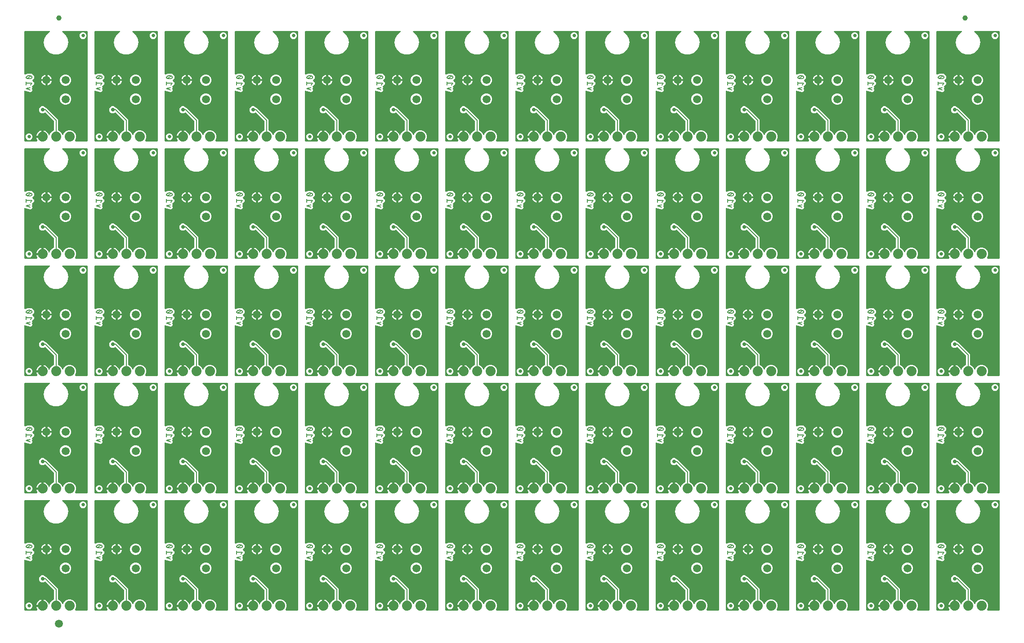
<source format=gbl>
G04 EAGLE Gerber RS-274X export*
G75*
%MOMM*%
%FSLAX34Y34*%
%LPD*%
%INBottom Copper*%
%IPPOS*%
%AMOC8*
5,1,8,0,0,1.08239X$1,22.5*%
G01*
%ADD10C,0.203200*%
%ADD11C,0.635000*%
%ADD12C,1.500000*%
%ADD13C,1.879600*%
%ADD14C,1.000000*%
%ADD15C,0.736600*%
%ADD16C,0.177800*%

G36*
X1744755Y667018D02*
X1744755Y667018D01*
X1744847Y667021D01*
X1744896Y667037D01*
X1744946Y667045D01*
X1745030Y667082D01*
X1745117Y667111D01*
X1745159Y667140D01*
X1745205Y667161D01*
X1745275Y667220D01*
X1745351Y667272D01*
X1745383Y667312D01*
X1745422Y667344D01*
X1745473Y667421D01*
X1745532Y667492D01*
X1745552Y667539D01*
X1745580Y667581D01*
X1745608Y667669D01*
X1745644Y667753D01*
X1745650Y667804D01*
X1745666Y667852D01*
X1745668Y667944D01*
X1745679Y668035D01*
X1745672Y668086D01*
X1745673Y668136D01*
X1745650Y668225D01*
X1745635Y668316D01*
X1745615Y668356D01*
X1745601Y668411D01*
X1745520Y668548D01*
X1745486Y668617D01*
X1744929Y669383D01*
X1744076Y671057D01*
X1743495Y672844D01*
X1743374Y673609D01*
X1754124Y673609D01*
X1754182Y673617D01*
X1754240Y673615D01*
X1754322Y673637D01*
X1754405Y673649D01*
X1754459Y673673D01*
X1754515Y673687D01*
X1754588Y673730D01*
X1754665Y673765D01*
X1754709Y673803D01*
X1754760Y673833D01*
X1754817Y673894D01*
X1754882Y673949D01*
X1754914Y673997D01*
X1754954Y674040D01*
X1754993Y674115D01*
X1755039Y674185D01*
X1755057Y674241D01*
X1755084Y674293D01*
X1755095Y674361D01*
X1755125Y674456D01*
X1755128Y674556D01*
X1755139Y674624D01*
X1755139Y675641D01*
X1756156Y675641D01*
X1756214Y675649D01*
X1756272Y675648D01*
X1756354Y675669D01*
X1756437Y675681D01*
X1756491Y675705D01*
X1756547Y675719D01*
X1756620Y675762D01*
X1756697Y675797D01*
X1756742Y675835D01*
X1756792Y675865D01*
X1756850Y675926D01*
X1756914Y675981D01*
X1756946Y676029D01*
X1756986Y676072D01*
X1757025Y676147D01*
X1757071Y676217D01*
X1757089Y676273D01*
X1757116Y676325D01*
X1757127Y676393D01*
X1757157Y676488D01*
X1757160Y676588D01*
X1757171Y676656D01*
X1757171Y687406D01*
X1757936Y687285D01*
X1759723Y686704D01*
X1761397Y685851D01*
X1762918Y684746D01*
X1764246Y683418D01*
X1765351Y681897D01*
X1766204Y680223D01*
X1766568Y679103D01*
X1766598Y679041D01*
X1766619Y678975D01*
X1766660Y678914D01*
X1766693Y678848D01*
X1766739Y678797D01*
X1766778Y678739D01*
X1766834Y678692D01*
X1766883Y678637D01*
X1766942Y678601D01*
X1766995Y678556D01*
X1767062Y678526D01*
X1767125Y678488D01*
X1767192Y678469D01*
X1767255Y678441D01*
X1767328Y678431D01*
X1767399Y678411D01*
X1767468Y678411D01*
X1767536Y678402D01*
X1767609Y678412D01*
X1767683Y678413D01*
X1767750Y678433D01*
X1767818Y678443D01*
X1767885Y678473D01*
X1767956Y678494D01*
X1768014Y678531D01*
X1768077Y678560D01*
X1768133Y678607D01*
X1768195Y678647D01*
X1768241Y678699D01*
X1768293Y678744D01*
X1768326Y678797D01*
X1768383Y678861D01*
X1768432Y678965D01*
X1768471Y679029D01*
X1769988Y682691D01*
X1773489Y686192D01*
X1775976Y687222D01*
X1775977Y687222D01*
X1775978Y687223D01*
X1776097Y687293D01*
X1776220Y687366D01*
X1776221Y687367D01*
X1776223Y687368D01*
X1776320Y687472D01*
X1776416Y687573D01*
X1776416Y687574D01*
X1776417Y687575D01*
X1776480Y687699D01*
X1776546Y687826D01*
X1776546Y687827D01*
X1776547Y687828D01*
X1776549Y687843D01*
X1776601Y688104D01*
X1776598Y688135D01*
X1776602Y688160D01*
X1776602Y704703D01*
X1776590Y704790D01*
X1776587Y704877D01*
X1776570Y704930D01*
X1776562Y704985D01*
X1776527Y705065D01*
X1776500Y705148D01*
X1776472Y705187D01*
X1776446Y705244D01*
X1776350Y705357D01*
X1776305Y705421D01*
X1760691Y721035D01*
X1760644Y721070D01*
X1760604Y721113D01*
X1760531Y721155D01*
X1760464Y721206D01*
X1760409Y721227D01*
X1760359Y721256D01*
X1760277Y721277D01*
X1760198Y721307D01*
X1760140Y721312D01*
X1760083Y721327D01*
X1759999Y721324D01*
X1759915Y721331D01*
X1759858Y721319D01*
X1759799Y721317D01*
X1759719Y721292D01*
X1759636Y721275D01*
X1759584Y721248D01*
X1759529Y721230D01*
X1759472Y721190D01*
X1759384Y721144D01*
X1759311Y721075D01*
X1759255Y721035D01*
X1758953Y720733D01*
X1756479Y719708D01*
X1753801Y719708D01*
X1751327Y720733D01*
X1749433Y722627D01*
X1748408Y725101D01*
X1748408Y727779D01*
X1749433Y730253D01*
X1751327Y732147D01*
X1753801Y733172D01*
X1756479Y733172D01*
X1758953Y732147D01*
X1760425Y730675D01*
X1760495Y730623D01*
X1760559Y730563D01*
X1760608Y730537D01*
X1760652Y730504D01*
X1760734Y730473D01*
X1760812Y730433D01*
X1760859Y730425D01*
X1760918Y730403D01*
X1761066Y730391D01*
X1761143Y730378D01*
X1762486Y730378D01*
X1765090Y727774D01*
X1784478Y708386D01*
X1784478Y688160D01*
X1784478Y688158D01*
X1784478Y688156D01*
X1784498Y688016D01*
X1784518Y687878D01*
X1784518Y687877D01*
X1784518Y687875D01*
X1784579Y687742D01*
X1784634Y687619D01*
X1784635Y687617D01*
X1784636Y687616D01*
X1784727Y687509D01*
X1784817Y687402D01*
X1784819Y687401D01*
X1784820Y687400D01*
X1784833Y687391D01*
X1785054Y687244D01*
X1785083Y687235D01*
X1785104Y687222D01*
X1787591Y686192D01*
X1791092Y682691D01*
X1792302Y679769D01*
X1792317Y679744D01*
X1792326Y679716D01*
X1792389Y679621D01*
X1792447Y679524D01*
X1792468Y679504D01*
X1792484Y679479D01*
X1792571Y679407D01*
X1792653Y679329D01*
X1792679Y679315D01*
X1792702Y679297D01*
X1792805Y679251D01*
X1792906Y679199D01*
X1792935Y679193D01*
X1792962Y679181D01*
X1793074Y679165D01*
X1793185Y679144D01*
X1793214Y679146D01*
X1793243Y679142D01*
X1793355Y679158D01*
X1793468Y679168D01*
X1793495Y679179D01*
X1793524Y679183D01*
X1793628Y679229D01*
X1793733Y679270D01*
X1793757Y679288D01*
X1793784Y679300D01*
X1793870Y679373D01*
X1793960Y679442D01*
X1793978Y679465D01*
X1794000Y679484D01*
X1794042Y679551D01*
X1794130Y679669D01*
X1794152Y679728D01*
X1794178Y679769D01*
X1795388Y682691D01*
X1798889Y686192D01*
X1803464Y688087D01*
X1808416Y688087D01*
X1812991Y686192D01*
X1816492Y682691D01*
X1818387Y678116D01*
X1818387Y673164D01*
X1816417Y668409D01*
X1816388Y668297D01*
X1816354Y668188D01*
X1816353Y668160D01*
X1816346Y668133D01*
X1816349Y668019D01*
X1816346Y667904D01*
X1816353Y667877D01*
X1816354Y667849D01*
X1816389Y667740D01*
X1816418Y667629D01*
X1816432Y667605D01*
X1816441Y667578D01*
X1816505Y667483D01*
X1816563Y667384D01*
X1816584Y667365D01*
X1816599Y667342D01*
X1816687Y667268D01*
X1816771Y667190D01*
X1816795Y667177D01*
X1816817Y667159D01*
X1816921Y667113D01*
X1817024Y667060D01*
X1817048Y667056D01*
X1817076Y667044D01*
X1817340Y667007D01*
X1817355Y667005D01*
X1838960Y667005D01*
X1839018Y667013D01*
X1839076Y667011D01*
X1839158Y667033D01*
X1839242Y667045D01*
X1839295Y667068D01*
X1839351Y667083D01*
X1839424Y667126D01*
X1839501Y667161D01*
X1839546Y667199D01*
X1839596Y667228D01*
X1839654Y667290D01*
X1839718Y667344D01*
X1839750Y667393D01*
X1839790Y667436D01*
X1839829Y667511D01*
X1839876Y667581D01*
X1839893Y667637D01*
X1839920Y667689D01*
X1839931Y667757D01*
X1839961Y667852D01*
X1839964Y667952D01*
X1839975Y668020D01*
X1839975Y873760D01*
X1839967Y873818D01*
X1839969Y873876D01*
X1839947Y873958D01*
X1839935Y874042D01*
X1839912Y874095D01*
X1839897Y874151D01*
X1839854Y874224D01*
X1839819Y874301D01*
X1839781Y874346D01*
X1839752Y874396D01*
X1839690Y874454D01*
X1839636Y874518D01*
X1839587Y874550D01*
X1839544Y874590D01*
X1839469Y874629D01*
X1839399Y874676D01*
X1839343Y874693D01*
X1839291Y874720D01*
X1839223Y874731D01*
X1839128Y874761D01*
X1839028Y874764D01*
X1838960Y874775D01*
X1793073Y874775D01*
X1793000Y874765D01*
X1792926Y874765D01*
X1792860Y874745D01*
X1792791Y874735D01*
X1792724Y874705D01*
X1792654Y874685D01*
X1792595Y874648D01*
X1792532Y874619D01*
X1792476Y874572D01*
X1792414Y874532D01*
X1792368Y874480D01*
X1792315Y874436D01*
X1792274Y874374D01*
X1792225Y874319D01*
X1792196Y874257D01*
X1792157Y874199D01*
X1792135Y874129D01*
X1792104Y874062D01*
X1792092Y873994D01*
X1792072Y873928D01*
X1792070Y873854D01*
X1792058Y873782D01*
X1792066Y873713D01*
X1792064Y873644D01*
X1792083Y873573D01*
X1792092Y873499D01*
X1792119Y873436D01*
X1792136Y873369D01*
X1792174Y873305D01*
X1792202Y873238D01*
X1792241Y873193D01*
X1792281Y873124D01*
X1792371Y873040D01*
X1792420Y872982D01*
X1798125Y868196D01*
X1802111Y861291D01*
X1803495Y853440D01*
X1802111Y845589D01*
X1798125Y838685D01*
X1792018Y833560D01*
X1784526Y830833D01*
X1776554Y830833D01*
X1769062Y833560D01*
X1762955Y838684D01*
X1758969Y845589D01*
X1757585Y853440D01*
X1758969Y861291D01*
X1762955Y868195D01*
X1768660Y872982D01*
X1768709Y873037D01*
X1768765Y873085D01*
X1768804Y873142D01*
X1768850Y873194D01*
X1768882Y873260D01*
X1768923Y873321D01*
X1768944Y873387D01*
X1768974Y873450D01*
X1768986Y873522D01*
X1769008Y873592D01*
X1769010Y873661D01*
X1769022Y873730D01*
X1769014Y873803D01*
X1769016Y873876D01*
X1768998Y873943D01*
X1768991Y874012D01*
X1768963Y874080D01*
X1768944Y874151D01*
X1768909Y874211D01*
X1768882Y874275D01*
X1768836Y874333D01*
X1768799Y874396D01*
X1768748Y874443D01*
X1768705Y874497D01*
X1768645Y874540D01*
X1768591Y874590D01*
X1768530Y874622D01*
X1768473Y874662D01*
X1768404Y874686D01*
X1768338Y874720D01*
X1768280Y874730D01*
X1768205Y874756D01*
X1768083Y874763D01*
X1768007Y874775D01*
X1722120Y874775D01*
X1722062Y874767D01*
X1722004Y874769D01*
X1721922Y874747D01*
X1721838Y874735D01*
X1721785Y874712D01*
X1721729Y874697D01*
X1721656Y874654D01*
X1721579Y874619D01*
X1721534Y874581D01*
X1721484Y874552D01*
X1721426Y874490D01*
X1721362Y874436D01*
X1721330Y874387D01*
X1721290Y874344D01*
X1721251Y874269D01*
X1721204Y874199D01*
X1721187Y874143D01*
X1721160Y874091D01*
X1721149Y874023D01*
X1721119Y873928D01*
X1721116Y873828D01*
X1721105Y873760D01*
X1721105Y793955D01*
X1721116Y793872D01*
X1721118Y793789D01*
X1721136Y793732D01*
X1721145Y793673D01*
X1721179Y793597D01*
X1721204Y793518D01*
X1721237Y793468D01*
X1721261Y793414D01*
X1721315Y793350D01*
X1721361Y793281D01*
X1721406Y793242D01*
X1721444Y793197D01*
X1721514Y793151D01*
X1721577Y793097D01*
X1721632Y793072D01*
X1721681Y793039D01*
X1721761Y793014D01*
X1721837Y792980D01*
X1721895Y792972D01*
X1721952Y792954D01*
X1722036Y792952D01*
X1722118Y792940D01*
X1722169Y792948D01*
X1722236Y792946D01*
X1722372Y792982D01*
X1722449Y792995D01*
X1724272Y793620D01*
X1724336Y793652D01*
X1724388Y793667D01*
X1726773Y794830D01*
X1732707Y794830D01*
X1734058Y794172D01*
X1734063Y794170D01*
X1734068Y794167D01*
X1734106Y794156D01*
X1734328Y794084D01*
X1734363Y794083D01*
X1734391Y794075D01*
X1734826Y794027D01*
X1734946Y793877D01*
X1735032Y793796D01*
X1735114Y793710D01*
X1735133Y793700D01*
X1735152Y793682D01*
X1735405Y793552D01*
X1735407Y793551D01*
X1735409Y793551D01*
X1736808Y793071D01*
X1739139Y789808D01*
X1739139Y785797D01*
X1736808Y782533D01*
X1736505Y782430D01*
X1736451Y782402D01*
X1736393Y782384D01*
X1736325Y782338D01*
X1736252Y782301D01*
X1736208Y782259D01*
X1736157Y782225D01*
X1736104Y782163D01*
X1736044Y782106D01*
X1736013Y782054D01*
X1735974Y782008D01*
X1735941Y781933D01*
X1735899Y781862D01*
X1735883Y781804D01*
X1735859Y781748D01*
X1735847Y781667D01*
X1735826Y781587D01*
X1735828Y781527D01*
X1735819Y781467D01*
X1735831Y781385D01*
X1735833Y781303D01*
X1735851Y781245D01*
X1735860Y781185D01*
X1735894Y781110D01*
X1735918Y781032D01*
X1735952Y780981D01*
X1735977Y780926D01*
X1736022Y780876D01*
X1736075Y780795D01*
X1736154Y780728D01*
X1736201Y780676D01*
X1736222Y780659D01*
X1736249Y780643D01*
X1736272Y780622D01*
X1736291Y780612D01*
X1736292Y780611D01*
X1736298Y780608D01*
X1736371Y780571D01*
X1736467Y780514D01*
X1736497Y780507D01*
X1736525Y780492D01*
X1736602Y780479D01*
X1736742Y780443D01*
X1736751Y780444D01*
X1737749Y779445D01*
X1737800Y779407D01*
X1737833Y779370D01*
X1738941Y778484D01*
X1738960Y778425D01*
X1738988Y778317D01*
X1739004Y778290D01*
X1739013Y778260D01*
X1739059Y778196D01*
X1739132Y778072D01*
X1739139Y778065D01*
X1739139Y776654D01*
X1739147Y776594D01*
X1739147Y776570D01*
X1739145Y776541D01*
X1739302Y775131D01*
X1739273Y775075D01*
X1739269Y775069D01*
X1739263Y775060D01*
X1739263Y775058D01*
X1739216Y774980D01*
X1739209Y774949D01*
X1739194Y774921D01*
X1739181Y774844D01*
X1739145Y774705D01*
X1739145Y774695D01*
X1738147Y773697D01*
X1738109Y773646D01*
X1738072Y773613D01*
X1735602Y770525D01*
X1735575Y770480D01*
X1735541Y770441D01*
X1735503Y770358D01*
X1735457Y770280D01*
X1735444Y770230D01*
X1735422Y770182D01*
X1735408Y770093D01*
X1735386Y770005D01*
X1735387Y769953D01*
X1735379Y769901D01*
X1735390Y769830D01*
X1735393Y769721D01*
X1735421Y769634D01*
X1735431Y769570D01*
X1735907Y768144D01*
X1735104Y766539D01*
X1735099Y766523D01*
X1735090Y766509D01*
X1735054Y766388D01*
X1735014Y766270D01*
X1735013Y766253D01*
X1735008Y766236D01*
X1735007Y766110D01*
X1735002Y765986D01*
X1735006Y765969D01*
X1735006Y765952D01*
X1735027Y765884D01*
X1735069Y765709D01*
X1735093Y765668D01*
X1735104Y765631D01*
X1735907Y764026D01*
X1734842Y760832D01*
X1731830Y759326D01*
X1724727Y761694D01*
X1724712Y761696D01*
X1724698Y761703D01*
X1724572Y761722D01*
X1724447Y761745D01*
X1724432Y761743D01*
X1724417Y761746D01*
X1724349Y761735D01*
X1724165Y761717D01*
X1724121Y761699D01*
X1724097Y761695D01*
X1722911Y762288D01*
X1722832Y762315D01*
X1722778Y762343D01*
X1722441Y762456D01*
X1722363Y762470D01*
X1722288Y762494D01*
X1722224Y762495D01*
X1722161Y762507D01*
X1722083Y762499D01*
X1722004Y762501D01*
X1721942Y762485D01*
X1721879Y762479D01*
X1721805Y762449D01*
X1721729Y762429D01*
X1721674Y762397D01*
X1721615Y762373D01*
X1721552Y762324D01*
X1721484Y762284D01*
X1721441Y762237D01*
X1721390Y762198D01*
X1721344Y762134D01*
X1721290Y762077D01*
X1721261Y762020D01*
X1721223Y761968D01*
X1721196Y761894D01*
X1721160Y761824D01*
X1721151Y761770D01*
X1721126Y761701D01*
X1721119Y761592D01*
X1721119Y761591D01*
X1721118Y761582D01*
X1721118Y761569D01*
X1721105Y761492D01*
X1721105Y668020D01*
X1721113Y667962D01*
X1721111Y667904D01*
X1721133Y667822D01*
X1721145Y667738D01*
X1721168Y667685D01*
X1721183Y667629D01*
X1721226Y667556D01*
X1721261Y667479D01*
X1721299Y667434D01*
X1721328Y667384D01*
X1721390Y667326D01*
X1721444Y667262D01*
X1721493Y667230D01*
X1721536Y667190D01*
X1721611Y667151D01*
X1721681Y667104D01*
X1721737Y667087D01*
X1721789Y667060D01*
X1721857Y667049D01*
X1721952Y667019D01*
X1722052Y667016D01*
X1722120Y667005D01*
X1744664Y667005D01*
X1744755Y667018D01*
G37*
G36*
X556035Y887998D02*
X556035Y887998D01*
X556127Y888001D01*
X556176Y888017D01*
X556226Y888025D01*
X556310Y888062D01*
X556397Y888091D01*
X556439Y888120D01*
X556485Y888141D01*
X556555Y888200D01*
X556631Y888252D01*
X556663Y888292D01*
X556702Y888324D01*
X556753Y888401D01*
X556812Y888472D01*
X556832Y888519D01*
X556860Y888561D01*
X556888Y888649D01*
X556924Y888733D01*
X556930Y888784D01*
X556946Y888832D01*
X556948Y888924D01*
X556959Y889015D01*
X556952Y889066D01*
X556953Y889116D01*
X556930Y889205D01*
X556915Y889296D01*
X556895Y889336D01*
X556881Y889391D01*
X556800Y889528D01*
X556766Y889597D01*
X556209Y890363D01*
X555356Y892037D01*
X554775Y893824D01*
X554654Y894589D01*
X565404Y894589D01*
X565462Y894597D01*
X565520Y894595D01*
X565602Y894617D01*
X565685Y894629D01*
X565739Y894653D01*
X565795Y894667D01*
X565868Y894710D01*
X565945Y894745D01*
X565989Y894783D01*
X566040Y894813D01*
X566097Y894874D01*
X566162Y894929D01*
X566194Y894977D01*
X566234Y895020D01*
X566273Y895095D01*
X566319Y895165D01*
X566337Y895221D01*
X566364Y895273D01*
X566375Y895341D01*
X566405Y895436D01*
X566408Y895536D01*
X566419Y895604D01*
X566419Y896621D01*
X567436Y896621D01*
X567494Y896629D01*
X567552Y896628D01*
X567634Y896649D01*
X567717Y896661D01*
X567771Y896685D01*
X567827Y896699D01*
X567900Y896742D01*
X567977Y896777D01*
X568022Y896815D01*
X568072Y896845D01*
X568130Y896906D01*
X568194Y896961D01*
X568226Y897009D01*
X568266Y897052D01*
X568305Y897127D01*
X568351Y897197D01*
X568369Y897253D01*
X568396Y897305D01*
X568407Y897373D01*
X568437Y897468D01*
X568440Y897568D01*
X568451Y897636D01*
X568451Y908386D01*
X569216Y908265D01*
X571003Y907684D01*
X572677Y906831D01*
X574198Y905726D01*
X575526Y904398D01*
X576631Y902877D01*
X577484Y901203D01*
X577848Y900083D01*
X577878Y900021D01*
X577899Y899955D01*
X577940Y899894D01*
X577973Y899828D01*
X578019Y899777D01*
X578058Y899719D01*
X578114Y899672D01*
X578163Y899617D01*
X578222Y899581D01*
X578275Y899536D01*
X578342Y899506D01*
X578405Y899467D01*
X578472Y899449D01*
X578535Y899421D01*
X578608Y899411D01*
X578679Y899391D01*
X578748Y899391D01*
X578817Y899382D01*
X578889Y899392D01*
X578963Y899393D01*
X579030Y899413D01*
X579098Y899422D01*
X579165Y899453D01*
X579236Y899474D01*
X579294Y899511D01*
X579357Y899540D01*
X579413Y899587D01*
X579475Y899627D01*
X579521Y899679D01*
X579573Y899724D01*
X579606Y899777D01*
X579663Y899841D01*
X579712Y899945D01*
X579751Y900009D01*
X581268Y903671D01*
X584769Y907172D01*
X587256Y908202D01*
X587257Y908202D01*
X587258Y908203D01*
X587377Y908273D01*
X587500Y908346D01*
X587501Y908347D01*
X587503Y908348D01*
X587600Y908452D01*
X587696Y908553D01*
X587696Y908554D01*
X587697Y908555D01*
X587760Y908679D01*
X587826Y908806D01*
X587826Y908807D01*
X587827Y908808D01*
X587829Y908823D01*
X587881Y909084D01*
X587878Y909115D01*
X587882Y909140D01*
X587882Y925683D01*
X587870Y925770D01*
X587867Y925857D01*
X587850Y925910D01*
X587842Y925965D01*
X587807Y926045D01*
X587780Y926128D01*
X587752Y926167D01*
X587726Y926224D01*
X587630Y926337D01*
X587585Y926401D01*
X571971Y942015D01*
X571924Y942050D01*
X571884Y942093D01*
X571811Y942135D01*
X571744Y942186D01*
X571689Y942207D01*
X571639Y942236D01*
X571557Y942257D01*
X571478Y942287D01*
X571420Y942292D01*
X571363Y942307D01*
X571279Y942304D01*
X571195Y942311D01*
X571138Y942299D01*
X571079Y942297D01*
X570999Y942272D01*
X570916Y942255D01*
X570864Y942228D01*
X570809Y942210D01*
X570752Y942170D01*
X570664Y942124D01*
X570591Y942055D01*
X570535Y942015D01*
X570233Y941713D01*
X567759Y940688D01*
X565081Y940688D01*
X562607Y941713D01*
X560713Y943607D01*
X559688Y946081D01*
X559688Y948759D01*
X560713Y951233D01*
X562607Y953127D01*
X565081Y954152D01*
X567759Y954152D01*
X570233Y953127D01*
X571705Y951655D01*
X571775Y951603D01*
X571839Y951543D01*
X571888Y951517D01*
X571932Y951484D01*
X572014Y951453D01*
X572092Y951413D01*
X572139Y951405D01*
X572198Y951383D01*
X572346Y951371D01*
X572423Y951358D01*
X573766Y951358D01*
X576370Y948754D01*
X595758Y929366D01*
X595758Y909140D01*
X595758Y909138D01*
X595758Y909136D01*
X595778Y908996D01*
X595798Y908858D01*
X595798Y908857D01*
X595798Y908855D01*
X595859Y908722D01*
X595914Y908599D01*
X595915Y908597D01*
X595916Y908596D01*
X596007Y908489D01*
X596097Y908382D01*
X596099Y908381D01*
X596100Y908380D01*
X596113Y908371D01*
X596334Y908224D01*
X596363Y908215D01*
X596384Y908202D01*
X598871Y907172D01*
X602372Y903671D01*
X603582Y900749D01*
X603597Y900724D01*
X603606Y900696D01*
X603669Y900601D01*
X603727Y900504D01*
X603748Y900484D01*
X603764Y900459D01*
X603851Y900386D01*
X603933Y900309D01*
X603959Y900295D01*
X603982Y900276D01*
X604085Y900230D01*
X604186Y900179D01*
X604215Y900173D01*
X604242Y900161D01*
X604354Y900145D01*
X604465Y900124D01*
X604494Y900126D01*
X604523Y900122D01*
X604635Y900138D01*
X604748Y900148D01*
X604775Y900159D01*
X604804Y900163D01*
X604908Y900209D01*
X605013Y900250D01*
X605037Y900268D01*
X605064Y900280D01*
X605150Y900353D01*
X605240Y900422D01*
X605258Y900445D01*
X605280Y900464D01*
X605322Y900531D01*
X605410Y900649D01*
X605432Y900708D01*
X605458Y900749D01*
X606668Y903671D01*
X610169Y907172D01*
X614744Y909067D01*
X619696Y909067D01*
X624271Y907172D01*
X627772Y903671D01*
X629667Y899096D01*
X629667Y894144D01*
X627697Y889389D01*
X627668Y889277D01*
X627634Y889168D01*
X627633Y889140D01*
X627626Y889113D01*
X627629Y888999D01*
X627626Y888884D01*
X627633Y888857D01*
X627634Y888829D01*
X627669Y888720D01*
X627698Y888609D01*
X627712Y888585D01*
X627721Y888558D01*
X627785Y888463D01*
X627843Y888364D01*
X627864Y888345D01*
X627879Y888322D01*
X627967Y888248D01*
X628051Y888170D01*
X628075Y888157D01*
X628097Y888139D01*
X628201Y888093D01*
X628304Y888040D01*
X628328Y888036D01*
X628356Y888024D01*
X628620Y887987D01*
X628635Y887985D01*
X650240Y887985D01*
X650298Y887993D01*
X650356Y887991D01*
X650438Y888013D01*
X650522Y888025D01*
X650575Y888048D01*
X650631Y888063D01*
X650704Y888106D01*
X650781Y888141D01*
X650826Y888179D01*
X650876Y888208D01*
X650934Y888270D01*
X650998Y888324D01*
X651030Y888373D01*
X651070Y888416D01*
X651109Y888491D01*
X651156Y888561D01*
X651173Y888617D01*
X651200Y888669D01*
X651211Y888737D01*
X651241Y888832D01*
X651244Y888932D01*
X651255Y889000D01*
X651255Y1094740D01*
X651247Y1094798D01*
X651249Y1094856D01*
X651227Y1094938D01*
X651215Y1095022D01*
X651192Y1095075D01*
X651177Y1095131D01*
X651134Y1095204D01*
X651099Y1095281D01*
X651061Y1095326D01*
X651032Y1095376D01*
X650970Y1095434D01*
X650916Y1095498D01*
X650867Y1095530D01*
X650824Y1095570D01*
X650749Y1095609D01*
X650679Y1095656D01*
X650623Y1095673D01*
X650571Y1095700D01*
X650503Y1095711D01*
X650408Y1095741D01*
X650308Y1095744D01*
X650240Y1095755D01*
X604353Y1095755D01*
X604280Y1095745D01*
X604206Y1095745D01*
X604140Y1095725D01*
X604071Y1095715D01*
X604004Y1095685D01*
X603934Y1095665D01*
X603875Y1095628D01*
X603812Y1095599D01*
X603756Y1095552D01*
X603694Y1095512D01*
X603648Y1095460D01*
X603595Y1095416D01*
X603554Y1095354D01*
X603505Y1095299D01*
X603476Y1095237D01*
X603437Y1095179D01*
X603415Y1095109D01*
X603384Y1095042D01*
X603372Y1094974D01*
X603352Y1094908D01*
X603350Y1094834D01*
X603338Y1094762D01*
X603346Y1094693D01*
X603344Y1094624D01*
X603363Y1094553D01*
X603372Y1094479D01*
X603399Y1094416D01*
X603416Y1094349D01*
X603454Y1094285D01*
X603482Y1094218D01*
X603521Y1094173D01*
X603561Y1094104D01*
X603651Y1094020D01*
X603700Y1093962D01*
X609405Y1089176D01*
X613391Y1082271D01*
X614775Y1074420D01*
X613391Y1066569D01*
X609405Y1059665D01*
X603298Y1054540D01*
X595806Y1051813D01*
X587834Y1051813D01*
X580342Y1054540D01*
X574235Y1059664D01*
X570249Y1066569D01*
X568865Y1074420D01*
X570249Y1082271D01*
X574235Y1089175D01*
X579940Y1093962D01*
X579989Y1094017D01*
X580045Y1094065D01*
X580084Y1094122D01*
X580130Y1094174D01*
X580162Y1094240D01*
X580203Y1094301D01*
X580224Y1094367D01*
X580254Y1094430D01*
X580266Y1094502D01*
X580288Y1094572D01*
X580290Y1094641D01*
X580302Y1094710D01*
X580294Y1094783D01*
X580296Y1094856D01*
X580278Y1094923D01*
X580271Y1094992D01*
X580243Y1095060D01*
X580224Y1095131D01*
X580189Y1095191D01*
X580162Y1095255D01*
X580116Y1095313D01*
X580079Y1095376D01*
X580028Y1095423D01*
X579985Y1095477D01*
X579925Y1095520D01*
X579871Y1095570D01*
X579810Y1095602D01*
X579753Y1095642D01*
X579684Y1095666D01*
X579618Y1095700D01*
X579560Y1095710D01*
X579485Y1095736D01*
X579363Y1095743D01*
X579287Y1095755D01*
X533400Y1095755D01*
X533342Y1095747D01*
X533284Y1095749D01*
X533202Y1095727D01*
X533118Y1095715D01*
X533065Y1095692D01*
X533009Y1095677D01*
X532936Y1095634D01*
X532859Y1095599D01*
X532814Y1095561D01*
X532764Y1095532D01*
X532706Y1095470D01*
X532642Y1095416D01*
X532610Y1095367D01*
X532570Y1095324D01*
X532531Y1095249D01*
X532484Y1095179D01*
X532467Y1095123D01*
X532440Y1095071D01*
X532429Y1095003D01*
X532399Y1094908D01*
X532396Y1094808D01*
X532385Y1094740D01*
X532385Y1014935D01*
X532396Y1014852D01*
X532398Y1014769D01*
X532416Y1014712D01*
X532425Y1014653D01*
X532459Y1014577D01*
X532484Y1014498D01*
X532517Y1014448D01*
X532541Y1014394D01*
X532595Y1014330D01*
X532641Y1014261D01*
X532686Y1014222D01*
X532724Y1014177D01*
X532794Y1014131D01*
X532857Y1014077D01*
X532912Y1014052D01*
X532961Y1014019D01*
X533041Y1013994D01*
X533117Y1013960D01*
X533175Y1013952D01*
X533232Y1013934D01*
X533316Y1013932D01*
X533398Y1013920D01*
X533449Y1013928D01*
X533516Y1013926D01*
X533652Y1013962D01*
X533729Y1013975D01*
X535552Y1014600D01*
X535616Y1014632D01*
X535668Y1014647D01*
X538053Y1015810D01*
X543987Y1015810D01*
X545338Y1015152D01*
X545343Y1015150D01*
X545348Y1015147D01*
X545387Y1015136D01*
X545608Y1015064D01*
X545643Y1015063D01*
X545671Y1015055D01*
X546106Y1015007D01*
X546226Y1014857D01*
X546312Y1014776D01*
X546394Y1014690D01*
X546413Y1014680D01*
X546433Y1014662D01*
X546685Y1014532D01*
X546688Y1014531D01*
X546689Y1014531D01*
X548088Y1014051D01*
X550419Y1010788D01*
X550419Y1006777D01*
X548088Y1003513D01*
X547785Y1003410D01*
X547731Y1003382D01*
X547673Y1003364D01*
X547605Y1003318D01*
X547532Y1003281D01*
X547488Y1003239D01*
X547437Y1003205D01*
X547384Y1003143D01*
X547324Y1003086D01*
X547293Y1003034D01*
X547254Y1002988D01*
X547221Y1002913D01*
X547179Y1002842D01*
X547163Y1002784D01*
X547139Y1002728D01*
X547127Y1002647D01*
X547106Y1002567D01*
X547108Y1002507D01*
X547099Y1002447D01*
X547111Y1002365D01*
X547113Y1002283D01*
X547131Y1002225D01*
X547140Y1002165D01*
X547174Y1002090D01*
X547198Y1002012D01*
X547232Y1001961D01*
X547257Y1001906D01*
X547302Y1001856D01*
X547355Y1001775D01*
X547434Y1001708D01*
X547481Y1001656D01*
X547502Y1001639D01*
X547529Y1001623D01*
X547552Y1001602D01*
X547571Y1001592D01*
X547572Y1001591D01*
X547578Y1001588D01*
X547651Y1001551D01*
X547747Y1001494D01*
X547777Y1001487D01*
X547805Y1001472D01*
X547882Y1001459D01*
X548022Y1001423D01*
X548031Y1001424D01*
X549029Y1000425D01*
X549080Y1000387D01*
X549113Y1000350D01*
X550221Y999464D01*
X550240Y999405D01*
X550268Y999297D01*
X550284Y999270D01*
X550293Y999240D01*
X550339Y999176D01*
X550412Y999052D01*
X550419Y999045D01*
X550419Y997634D01*
X550427Y997574D01*
X550427Y997550D01*
X550425Y997521D01*
X550582Y996111D01*
X550553Y996055D01*
X550549Y996049D01*
X550543Y996040D01*
X550543Y996038D01*
X550496Y995960D01*
X550489Y995929D01*
X550474Y995901D01*
X550461Y995824D01*
X550425Y995685D01*
X550425Y995675D01*
X549427Y994677D01*
X549389Y994626D01*
X549352Y994593D01*
X546882Y991505D01*
X546855Y991460D01*
X546821Y991421D01*
X546783Y991338D01*
X546737Y991260D01*
X546724Y991210D01*
X546702Y991162D01*
X546688Y991073D01*
X546666Y990985D01*
X546667Y990933D01*
X546659Y990881D01*
X546671Y990810D01*
X546674Y990701D01*
X546701Y990614D01*
X546711Y990550D01*
X547187Y989124D01*
X546384Y987519D01*
X546379Y987503D01*
X546370Y987489D01*
X546334Y987368D01*
X546294Y987250D01*
X546293Y987233D01*
X546288Y987216D01*
X546287Y987090D01*
X546282Y986966D01*
X546286Y986949D01*
X546286Y986932D01*
X546307Y986864D01*
X546349Y986689D01*
X546373Y986648D01*
X546384Y986611D01*
X547187Y985006D01*
X546122Y981812D01*
X543110Y980306D01*
X536007Y982674D01*
X535992Y982676D01*
X535978Y982683D01*
X535852Y982702D01*
X535727Y982725D01*
X535712Y982723D01*
X535697Y982726D01*
X535629Y982715D01*
X535445Y982697D01*
X535401Y982679D01*
X535377Y982675D01*
X534191Y983268D01*
X534112Y983295D01*
X534058Y983323D01*
X533721Y983436D01*
X533643Y983450D01*
X533568Y983474D01*
X533504Y983475D01*
X533441Y983487D01*
X533363Y983479D01*
X533284Y983481D01*
X533222Y983465D01*
X533158Y983459D01*
X533085Y983429D01*
X533009Y983409D01*
X532954Y983377D01*
X532895Y983353D01*
X532832Y983304D01*
X532764Y983264D01*
X532720Y983217D01*
X532670Y983178D01*
X532624Y983114D01*
X532570Y983057D01*
X532541Y983000D01*
X532503Y982948D01*
X532476Y982874D01*
X532440Y982803D01*
X532431Y982749D01*
X532406Y982681D01*
X532399Y982572D01*
X532399Y982571D01*
X532398Y982562D01*
X532398Y982549D01*
X532385Y982472D01*
X532385Y889000D01*
X532393Y888942D01*
X532391Y888884D01*
X532413Y888802D01*
X532425Y888718D01*
X532448Y888665D01*
X532463Y888609D01*
X532506Y888536D01*
X532541Y888459D01*
X532579Y888414D01*
X532608Y888364D01*
X532670Y888306D01*
X532724Y888242D01*
X532773Y888210D01*
X532816Y888170D01*
X532891Y888131D01*
X532961Y888084D01*
X533017Y888067D01*
X533069Y888040D01*
X533137Y888029D01*
X533232Y887999D01*
X533332Y887996D01*
X533400Y887985D01*
X555944Y887985D01*
X556035Y887998D01*
G37*
G36*
X1348515Y225058D02*
X1348515Y225058D01*
X1348607Y225061D01*
X1348656Y225077D01*
X1348706Y225085D01*
X1348790Y225122D01*
X1348877Y225151D01*
X1348919Y225180D01*
X1348965Y225201D01*
X1349035Y225260D01*
X1349111Y225312D01*
X1349143Y225352D01*
X1349182Y225384D01*
X1349233Y225461D01*
X1349292Y225532D01*
X1349312Y225579D01*
X1349340Y225621D01*
X1349368Y225709D01*
X1349404Y225793D01*
X1349410Y225844D01*
X1349426Y225892D01*
X1349428Y225984D01*
X1349439Y226075D01*
X1349432Y226126D01*
X1349433Y226176D01*
X1349410Y226265D01*
X1349395Y226356D01*
X1349375Y226396D01*
X1349361Y226451D01*
X1349280Y226588D01*
X1349246Y226657D01*
X1348689Y227423D01*
X1347836Y229097D01*
X1347255Y230884D01*
X1347134Y231649D01*
X1357884Y231649D01*
X1357942Y231657D01*
X1358000Y231655D01*
X1358082Y231677D01*
X1358165Y231689D01*
X1358219Y231713D01*
X1358275Y231727D01*
X1358348Y231770D01*
X1358425Y231805D01*
X1358469Y231843D01*
X1358520Y231873D01*
X1358577Y231934D01*
X1358642Y231989D01*
X1358674Y232037D01*
X1358714Y232080D01*
X1358753Y232155D01*
X1358799Y232225D01*
X1358817Y232281D01*
X1358844Y232333D01*
X1358855Y232401D01*
X1358885Y232496D01*
X1358888Y232596D01*
X1358899Y232664D01*
X1358899Y233681D01*
X1359916Y233681D01*
X1359974Y233689D01*
X1360032Y233688D01*
X1360114Y233709D01*
X1360197Y233721D01*
X1360251Y233745D01*
X1360307Y233759D01*
X1360380Y233802D01*
X1360457Y233837D01*
X1360502Y233875D01*
X1360552Y233905D01*
X1360610Y233966D01*
X1360674Y234021D01*
X1360706Y234069D01*
X1360746Y234112D01*
X1360785Y234187D01*
X1360831Y234257D01*
X1360849Y234313D01*
X1360876Y234365D01*
X1360887Y234433D01*
X1360917Y234528D01*
X1360920Y234628D01*
X1360931Y234696D01*
X1360931Y245446D01*
X1361696Y245325D01*
X1363483Y244744D01*
X1365157Y243891D01*
X1366678Y242786D01*
X1368006Y241458D01*
X1369111Y239937D01*
X1369964Y238263D01*
X1370328Y237143D01*
X1370358Y237081D01*
X1370379Y237015D01*
X1370420Y236954D01*
X1370453Y236888D01*
X1370499Y236837D01*
X1370538Y236779D01*
X1370594Y236732D01*
X1370643Y236677D01*
X1370702Y236641D01*
X1370755Y236596D01*
X1370822Y236566D01*
X1370885Y236527D01*
X1370952Y236509D01*
X1371015Y236481D01*
X1371088Y236471D01*
X1371159Y236451D01*
X1371228Y236451D01*
X1371297Y236442D01*
X1371369Y236452D01*
X1371443Y236453D01*
X1371510Y236473D01*
X1371578Y236482D01*
X1371645Y236513D01*
X1371716Y236534D01*
X1371774Y236571D01*
X1371837Y236600D01*
X1371893Y236647D01*
X1371955Y236687D01*
X1372001Y236739D01*
X1372053Y236784D01*
X1372086Y236837D01*
X1372143Y236901D01*
X1372192Y237005D01*
X1372231Y237069D01*
X1373748Y240731D01*
X1377249Y244232D01*
X1379736Y245262D01*
X1379737Y245262D01*
X1379738Y245263D01*
X1379857Y245333D01*
X1379980Y245406D01*
X1379981Y245407D01*
X1379983Y245408D01*
X1380080Y245512D01*
X1380176Y245613D01*
X1380176Y245614D01*
X1380177Y245615D01*
X1380240Y245739D01*
X1380306Y245866D01*
X1380306Y245867D01*
X1380307Y245868D01*
X1380309Y245883D01*
X1380361Y246144D01*
X1380358Y246175D01*
X1380362Y246200D01*
X1380362Y262743D01*
X1380350Y262830D01*
X1380347Y262917D01*
X1380330Y262970D01*
X1380322Y263025D01*
X1380287Y263105D01*
X1380260Y263188D01*
X1380232Y263227D01*
X1380206Y263284D01*
X1380110Y263397D01*
X1380065Y263461D01*
X1364451Y279075D01*
X1364404Y279110D01*
X1364364Y279153D01*
X1364291Y279195D01*
X1364224Y279246D01*
X1364169Y279267D01*
X1364119Y279296D01*
X1364037Y279317D01*
X1363958Y279347D01*
X1363900Y279352D01*
X1363843Y279367D01*
X1363759Y279364D01*
X1363675Y279371D01*
X1363618Y279359D01*
X1363559Y279357D01*
X1363479Y279332D01*
X1363396Y279315D01*
X1363344Y279288D01*
X1363289Y279270D01*
X1363232Y279230D01*
X1363144Y279184D01*
X1363071Y279115D01*
X1363015Y279075D01*
X1362713Y278773D01*
X1360239Y277748D01*
X1357561Y277748D01*
X1355087Y278773D01*
X1353193Y280667D01*
X1352168Y283141D01*
X1352168Y285819D01*
X1353193Y288293D01*
X1355087Y290187D01*
X1357561Y291212D01*
X1360239Y291212D01*
X1362713Y290187D01*
X1364185Y288715D01*
X1364255Y288663D01*
X1364319Y288603D01*
X1364368Y288577D01*
X1364412Y288544D01*
X1364494Y288513D01*
X1364572Y288473D01*
X1364619Y288465D01*
X1364678Y288443D01*
X1364826Y288431D01*
X1364903Y288418D01*
X1366246Y288418D01*
X1368850Y285814D01*
X1388238Y266426D01*
X1388238Y246200D01*
X1388238Y246198D01*
X1388238Y246196D01*
X1388258Y246056D01*
X1388278Y245918D01*
X1388278Y245917D01*
X1388278Y245915D01*
X1388339Y245782D01*
X1388394Y245659D01*
X1388395Y245657D01*
X1388396Y245656D01*
X1388487Y245549D01*
X1388577Y245442D01*
X1388579Y245441D01*
X1388580Y245440D01*
X1388593Y245431D01*
X1388814Y245284D01*
X1388843Y245275D01*
X1388864Y245262D01*
X1391351Y244232D01*
X1394852Y240731D01*
X1396062Y237809D01*
X1396077Y237784D01*
X1396086Y237756D01*
X1396149Y237661D01*
X1396207Y237564D01*
X1396228Y237544D01*
X1396244Y237519D01*
X1396331Y237446D01*
X1396413Y237369D01*
X1396439Y237355D01*
X1396462Y237336D01*
X1396565Y237290D01*
X1396666Y237239D01*
X1396695Y237233D01*
X1396722Y237221D01*
X1396834Y237205D01*
X1396945Y237184D01*
X1396974Y237186D01*
X1397003Y237182D01*
X1397115Y237198D01*
X1397228Y237208D01*
X1397255Y237219D01*
X1397284Y237223D01*
X1397388Y237269D01*
X1397493Y237310D01*
X1397517Y237328D01*
X1397544Y237340D01*
X1397630Y237413D01*
X1397720Y237482D01*
X1397738Y237505D01*
X1397760Y237524D01*
X1397802Y237591D01*
X1397890Y237709D01*
X1397912Y237768D01*
X1397938Y237809D01*
X1399148Y240731D01*
X1402649Y244232D01*
X1407224Y246127D01*
X1412176Y246127D01*
X1416751Y244232D01*
X1420252Y240731D01*
X1422147Y236156D01*
X1422147Y231204D01*
X1420177Y226449D01*
X1420148Y226337D01*
X1420114Y226228D01*
X1420113Y226200D01*
X1420106Y226173D01*
X1420109Y226059D01*
X1420106Y225944D01*
X1420113Y225917D01*
X1420114Y225889D01*
X1420149Y225780D01*
X1420178Y225669D01*
X1420192Y225645D01*
X1420201Y225618D01*
X1420265Y225523D01*
X1420323Y225424D01*
X1420344Y225405D01*
X1420359Y225382D01*
X1420447Y225308D01*
X1420531Y225230D01*
X1420555Y225217D01*
X1420577Y225199D01*
X1420681Y225153D01*
X1420784Y225100D01*
X1420808Y225096D01*
X1420836Y225084D01*
X1421100Y225047D01*
X1421115Y225045D01*
X1442720Y225045D01*
X1442778Y225053D01*
X1442836Y225051D01*
X1442918Y225073D01*
X1443002Y225085D01*
X1443055Y225108D01*
X1443111Y225123D01*
X1443184Y225166D01*
X1443261Y225201D01*
X1443306Y225239D01*
X1443356Y225268D01*
X1443414Y225330D01*
X1443478Y225384D01*
X1443510Y225433D01*
X1443550Y225476D01*
X1443589Y225551D01*
X1443636Y225621D01*
X1443653Y225677D01*
X1443680Y225729D01*
X1443691Y225797D01*
X1443721Y225892D01*
X1443724Y225992D01*
X1443735Y226060D01*
X1443735Y431800D01*
X1443727Y431858D01*
X1443729Y431916D01*
X1443707Y431998D01*
X1443695Y432082D01*
X1443672Y432135D01*
X1443657Y432191D01*
X1443614Y432264D01*
X1443579Y432341D01*
X1443541Y432386D01*
X1443512Y432436D01*
X1443450Y432494D01*
X1443396Y432558D01*
X1443347Y432590D01*
X1443304Y432630D01*
X1443229Y432669D01*
X1443159Y432716D01*
X1443103Y432733D01*
X1443051Y432760D01*
X1442983Y432771D01*
X1442888Y432801D01*
X1442788Y432804D01*
X1442720Y432815D01*
X1396833Y432815D01*
X1396760Y432805D01*
X1396686Y432805D01*
X1396620Y432785D01*
X1396551Y432775D01*
X1396484Y432745D01*
X1396414Y432725D01*
X1396355Y432688D01*
X1396292Y432659D01*
X1396236Y432612D01*
X1396174Y432572D01*
X1396128Y432520D01*
X1396075Y432476D01*
X1396034Y432414D01*
X1395985Y432359D01*
X1395956Y432297D01*
X1395917Y432239D01*
X1395895Y432169D01*
X1395864Y432102D01*
X1395852Y432034D01*
X1395832Y431968D01*
X1395830Y431894D01*
X1395818Y431822D01*
X1395826Y431753D01*
X1395824Y431684D01*
X1395843Y431613D01*
X1395852Y431539D01*
X1395879Y431476D01*
X1395896Y431409D01*
X1395934Y431345D01*
X1395962Y431278D01*
X1396001Y431233D01*
X1396041Y431164D01*
X1396131Y431080D01*
X1396180Y431022D01*
X1401885Y426236D01*
X1405871Y419331D01*
X1407255Y411480D01*
X1405871Y403629D01*
X1401885Y396725D01*
X1395778Y391600D01*
X1388286Y388873D01*
X1380314Y388873D01*
X1372822Y391600D01*
X1366715Y396724D01*
X1362729Y403629D01*
X1361345Y411480D01*
X1362729Y419331D01*
X1366715Y426235D01*
X1372420Y431022D01*
X1372469Y431077D01*
X1372525Y431125D01*
X1372564Y431182D01*
X1372610Y431234D01*
X1372642Y431300D01*
X1372683Y431361D01*
X1372704Y431427D01*
X1372734Y431490D01*
X1372746Y431562D01*
X1372768Y431632D01*
X1372770Y431701D01*
X1372782Y431770D01*
X1372774Y431843D01*
X1372776Y431916D01*
X1372758Y431983D01*
X1372751Y432052D01*
X1372723Y432120D01*
X1372704Y432191D01*
X1372669Y432251D01*
X1372642Y432315D01*
X1372596Y432373D01*
X1372559Y432436D01*
X1372508Y432483D01*
X1372465Y432537D01*
X1372405Y432580D01*
X1372351Y432630D01*
X1372290Y432662D01*
X1372233Y432702D01*
X1372164Y432726D01*
X1372098Y432760D01*
X1372040Y432770D01*
X1371965Y432796D01*
X1371843Y432803D01*
X1371767Y432815D01*
X1325880Y432815D01*
X1325822Y432807D01*
X1325764Y432809D01*
X1325682Y432787D01*
X1325598Y432775D01*
X1325545Y432752D01*
X1325489Y432737D01*
X1325416Y432694D01*
X1325339Y432659D01*
X1325294Y432621D01*
X1325244Y432592D01*
X1325186Y432530D01*
X1325122Y432476D01*
X1325090Y432427D01*
X1325050Y432384D01*
X1325011Y432309D01*
X1324964Y432239D01*
X1324947Y432183D01*
X1324920Y432131D01*
X1324909Y432063D01*
X1324879Y431968D01*
X1324876Y431868D01*
X1324865Y431800D01*
X1324865Y351995D01*
X1324876Y351912D01*
X1324878Y351829D01*
X1324896Y351772D01*
X1324905Y351713D01*
X1324939Y351637D01*
X1324964Y351558D01*
X1324997Y351508D01*
X1325021Y351454D01*
X1325075Y351390D01*
X1325121Y351321D01*
X1325166Y351282D01*
X1325204Y351237D01*
X1325274Y351191D01*
X1325337Y351137D01*
X1325392Y351112D01*
X1325441Y351079D01*
X1325521Y351054D01*
X1325597Y351020D01*
X1325655Y351012D01*
X1325712Y350994D01*
X1325796Y350992D01*
X1325878Y350980D01*
X1325929Y350988D01*
X1325996Y350986D01*
X1326132Y351022D01*
X1326209Y351035D01*
X1328032Y351660D01*
X1328096Y351692D01*
X1328148Y351707D01*
X1330533Y352870D01*
X1336467Y352870D01*
X1337818Y352212D01*
X1337823Y352210D01*
X1337828Y352207D01*
X1337867Y352196D01*
X1338088Y352124D01*
X1338123Y352123D01*
X1338151Y352115D01*
X1338586Y352067D01*
X1338706Y351917D01*
X1338792Y351836D01*
X1338874Y351750D01*
X1338893Y351740D01*
X1338913Y351722D01*
X1339165Y351592D01*
X1339168Y351591D01*
X1339169Y351591D01*
X1340568Y351111D01*
X1342899Y347848D01*
X1342899Y343837D01*
X1340568Y340573D01*
X1340265Y340470D01*
X1340211Y340442D01*
X1340153Y340424D01*
X1340085Y340378D01*
X1340012Y340341D01*
X1339968Y340299D01*
X1339917Y340265D01*
X1339864Y340203D01*
X1339804Y340146D01*
X1339773Y340094D01*
X1339734Y340048D01*
X1339701Y339973D01*
X1339659Y339902D01*
X1339643Y339844D01*
X1339619Y339788D01*
X1339607Y339707D01*
X1339586Y339627D01*
X1339588Y339567D01*
X1339579Y339507D01*
X1339591Y339425D01*
X1339593Y339343D01*
X1339611Y339285D01*
X1339620Y339225D01*
X1339654Y339150D01*
X1339678Y339072D01*
X1339712Y339021D01*
X1339737Y338966D01*
X1339782Y338916D01*
X1339835Y338835D01*
X1339914Y338768D01*
X1339961Y338716D01*
X1339982Y338699D01*
X1340009Y338683D01*
X1340032Y338662D01*
X1340051Y338652D01*
X1340052Y338651D01*
X1340058Y338648D01*
X1340131Y338611D01*
X1340227Y338554D01*
X1340257Y338547D01*
X1340285Y338532D01*
X1340362Y338519D01*
X1340502Y338483D01*
X1340511Y338484D01*
X1341509Y337485D01*
X1341560Y337447D01*
X1341593Y337410D01*
X1342701Y336524D01*
X1342720Y336465D01*
X1342748Y336357D01*
X1342764Y336330D01*
X1342773Y336300D01*
X1342819Y336236D01*
X1342892Y336112D01*
X1342899Y336105D01*
X1342899Y334694D01*
X1342907Y334634D01*
X1342907Y334610D01*
X1342905Y334581D01*
X1343062Y333171D01*
X1343033Y333115D01*
X1343029Y333109D01*
X1343023Y333100D01*
X1343023Y333098D01*
X1342976Y333020D01*
X1342969Y332989D01*
X1342954Y332961D01*
X1342941Y332884D01*
X1342905Y332745D01*
X1342905Y332735D01*
X1341907Y331737D01*
X1341869Y331686D01*
X1341832Y331653D01*
X1339362Y328565D01*
X1339335Y328520D01*
X1339301Y328481D01*
X1339263Y328398D01*
X1339217Y328320D01*
X1339204Y328270D01*
X1339182Y328222D01*
X1339168Y328133D01*
X1339146Y328045D01*
X1339147Y327993D01*
X1339139Y327941D01*
X1339151Y327870D01*
X1339154Y327761D01*
X1339181Y327674D01*
X1339191Y327610D01*
X1339667Y326184D01*
X1338864Y324579D01*
X1338859Y324563D01*
X1338850Y324549D01*
X1338814Y324428D01*
X1338774Y324310D01*
X1338773Y324293D01*
X1338768Y324276D01*
X1338767Y324150D01*
X1338762Y324026D01*
X1338766Y324009D01*
X1338766Y323992D01*
X1338787Y323924D01*
X1338829Y323749D01*
X1338853Y323708D01*
X1338864Y323671D01*
X1339667Y322066D01*
X1338602Y318872D01*
X1335590Y317366D01*
X1328487Y319734D01*
X1328472Y319736D01*
X1328458Y319743D01*
X1328332Y319762D01*
X1328207Y319785D01*
X1328192Y319783D01*
X1328177Y319786D01*
X1328109Y319775D01*
X1327925Y319757D01*
X1327881Y319739D01*
X1327857Y319735D01*
X1326671Y320328D01*
X1326592Y320355D01*
X1326538Y320383D01*
X1326201Y320496D01*
X1326123Y320510D01*
X1326048Y320534D01*
X1325984Y320535D01*
X1325921Y320547D01*
X1325843Y320539D01*
X1325764Y320541D01*
X1325702Y320525D01*
X1325638Y320519D01*
X1325565Y320489D01*
X1325489Y320469D01*
X1325434Y320437D01*
X1325375Y320413D01*
X1325312Y320364D01*
X1325244Y320324D01*
X1325200Y320277D01*
X1325150Y320238D01*
X1325104Y320174D01*
X1325050Y320117D01*
X1325021Y320060D01*
X1324983Y320008D01*
X1324956Y319934D01*
X1324920Y319863D01*
X1324911Y319809D01*
X1324886Y319741D01*
X1324879Y319632D01*
X1324879Y319631D01*
X1324878Y319622D01*
X1324878Y319609D01*
X1324865Y319532D01*
X1324865Y226060D01*
X1324873Y226002D01*
X1324871Y225944D01*
X1324893Y225862D01*
X1324905Y225778D01*
X1324928Y225725D01*
X1324943Y225669D01*
X1324986Y225596D01*
X1325021Y225519D01*
X1325059Y225474D01*
X1325088Y225424D01*
X1325150Y225366D01*
X1325204Y225302D01*
X1325253Y225270D01*
X1325296Y225230D01*
X1325371Y225191D01*
X1325441Y225144D01*
X1325497Y225127D01*
X1325549Y225100D01*
X1325617Y225089D01*
X1325712Y225059D01*
X1325812Y225056D01*
X1325880Y225045D01*
X1348424Y225045D01*
X1348515Y225058D01*
G37*
G36*
X159795Y225058D02*
X159795Y225058D01*
X159887Y225061D01*
X159936Y225077D01*
X159986Y225085D01*
X160070Y225122D01*
X160157Y225151D01*
X160199Y225180D01*
X160245Y225201D01*
X160315Y225260D01*
X160391Y225312D01*
X160423Y225352D01*
X160462Y225384D01*
X160513Y225461D01*
X160572Y225532D01*
X160592Y225579D01*
X160620Y225621D01*
X160648Y225709D01*
X160684Y225793D01*
X160690Y225844D01*
X160706Y225892D01*
X160708Y225984D01*
X160719Y226075D01*
X160712Y226126D01*
X160713Y226176D01*
X160690Y226265D01*
X160675Y226356D01*
X160655Y226396D01*
X160641Y226451D01*
X160560Y226588D01*
X160526Y226657D01*
X159969Y227423D01*
X159116Y229097D01*
X158535Y230884D01*
X158414Y231649D01*
X169164Y231649D01*
X169222Y231657D01*
X169280Y231655D01*
X169362Y231677D01*
X169445Y231689D01*
X169499Y231713D01*
X169555Y231727D01*
X169628Y231770D01*
X169705Y231805D01*
X169749Y231843D01*
X169800Y231873D01*
X169857Y231934D01*
X169922Y231989D01*
X169954Y232037D01*
X169994Y232080D01*
X170033Y232155D01*
X170079Y232225D01*
X170097Y232281D01*
X170124Y232333D01*
X170135Y232401D01*
X170165Y232496D01*
X170168Y232596D01*
X170179Y232664D01*
X170179Y233681D01*
X171196Y233681D01*
X171254Y233689D01*
X171312Y233688D01*
X171394Y233709D01*
X171477Y233721D01*
X171531Y233745D01*
X171587Y233759D01*
X171660Y233802D01*
X171737Y233837D01*
X171782Y233875D01*
X171832Y233905D01*
X171890Y233966D01*
X171954Y234021D01*
X171986Y234069D01*
X172026Y234112D01*
X172065Y234187D01*
X172111Y234257D01*
X172129Y234313D01*
X172156Y234365D01*
X172167Y234433D01*
X172197Y234528D01*
X172200Y234628D01*
X172211Y234696D01*
X172211Y245446D01*
X172976Y245325D01*
X174763Y244744D01*
X176437Y243891D01*
X177958Y242786D01*
X179286Y241458D01*
X180391Y239937D01*
X181244Y238263D01*
X181608Y237143D01*
X181638Y237081D01*
X181659Y237015D01*
X181700Y236954D01*
X181733Y236888D01*
X181779Y236837D01*
X181818Y236779D01*
X181874Y236732D01*
X181923Y236677D01*
X181982Y236641D01*
X182035Y236596D01*
X182103Y236566D01*
X182165Y236527D01*
X182232Y236509D01*
X182295Y236481D01*
X182368Y236471D01*
X182439Y236451D01*
X182508Y236451D01*
X182577Y236442D01*
X182650Y236452D01*
X182723Y236453D01*
X182789Y236473D01*
X182858Y236482D01*
X182925Y236513D01*
X182996Y236534D01*
X183054Y236571D01*
X183117Y236600D01*
X183173Y236647D01*
X183235Y236687D01*
X183281Y236739D01*
X183333Y236784D01*
X183366Y236837D01*
X183423Y236901D01*
X183472Y237005D01*
X183511Y237069D01*
X185028Y240731D01*
X188529Y244232D01*
X191016Y245262D01*
X191017Y245262D01*
X191018Y245263D01*
X191137Y245333D01*
X191260Y245406D01*
X191261Y245407D01*
X191263Y245408D01*
X191360Y245512D01*
X191456Y245613D01*
X191456Y245614D01*
X191457Y245615D01*
X191520Y245739D01*
X191586Y245866D01*
X191586Y245867D01*
X191587Y245868D01*
X191589Y245883D01*
X191641Y246144D01*
X191638Y246175D01*
X191642Y246200D01*
X191642Y262743D01*
X191630Y262830D01*
X191627Y262917D01*
X191610Y262970D01*
X191602Y263025D01*
X191567Y263105D01*
X191540Y263188D01*
X191512Y263227D01*
X191486Y263284D01*
X191390Y263397D01*
X191345Y263461D01*
X175731Y279075D01*
X175684Y279110D01*
X175644Y279153D01*
X175571Y279195D01*
X175504Y279246D01*
X175449Y279267D01*
X175399Y279296D01*
X175317Y279317D01*
X175238Y279347D01*
X175180Y279352D01*
X175123Y279367D01*
X175039Y279364D01*
X174955Y279371D01*
X174898Y279359D01*
X174839Y279357D01*
X174759Y279332D01*
X174676Y279315D01*
X174624Y279288D01*
X174569Y279270D01*
X174512Y279230D01*
X174424Y279184D01*
X174351Y279115D01*
X174295Y279075D01*
X173993Y278773D01*
X171519Y277748D01*
X168841Y277748D01*
X166367Y278773D01*
X164473Y280667D01*
X163448Y283141D01*
X163448Y285819D01*
X164473Y288293D01*
X166367Y290187D01*
X168841Y291212D01*
X171519Y291212D01*
X173993Y290187D01*
X175465Y288715D01*
X175535Y288663D01*
X175599Y288603D01*
X175648Y288577D01*
X175692Y288544D01*
X175774Y288513D01*
X175852Y288473D01*
X175899Y288465D01*
X175958Y288443D01*
X176106Y288431D01*
X176183Y288418D01*
X177526Y288418D01*
X199518Y266426D01*
X199518Y246200D01*
X199518Y246198D01*
X199518Y246196D01*
X199538Y246056D01*
X199558Y245918D01*
X199558Y245917D01*
X199558Y245915D01*
X199619Y245782D01*
X199674Y245659D01*
X199675Y245657D01*
X199676Y245656D01*
X199767Y245549D01*
X199857Y245442D01*
X199859Y245441D01*
X199860Y245440D01*
X199873Y245431D01*
X200094Y245284D01*
X200123Y245275D01*
X200144Y245262D01*
X202631Y244232D01*
X206132Y240731D01*
X207342Y237809D01*
X207357Y237784D01*
X207366Y237756D01*
X207429Y237661D01*
X207487Y237564D01*
X207508Y237544D01*
X207524Y237519D01*
X207611Y237446D01*
X207693Y237369D01*
X207719Y237355D01*
X207742Y237336D01*
X207845Y237290D01*
X207946Y237239D01*
X207975Y237233D01*
X208002Y237221D01*
X208114Y237205D01*
X208225Y237184D01*
X208254Y237186D01*
X208283Y237182D01*
X208395Y237198D01*
X208508Y237208D01*
X208535Y237219D01*
X208564Y237223D01*
X208668Y237269D01*
X208773Y237310D01*
X208797Y237328D01*
X208824Y237340D01*
X208910Y237413D01*
X209000Y237482D01*
X209018Y237505D01*
X209040Y237524D01*
X209082Y237591D01*
X209170Y237709D01*
X209192Y237768D01*
X209218Y237809D01*
X210428Y240731D01*
X213929Y244232D01*
X218504Y246127D01*
X223456Y246127D01*
X228031Y244232D01*
X231532Y240731D01*
X233427Y236156D01*
X233427Y231204D01*
X231457Y226449D01*
X231428Y226337D01*
X231394Y226228D01*
X231393Y226200D01*
X231386Y226173D01*
X231389Y226059D01*
X231386Y225944D01*
X231393Y225917D01*
X231394Y225889D01*
X231429Y225780D01*
X231458Y225669D01*
X231472Y225645D01*
X231481Y225618D01*
X231545Y225523D01*
X231603Y225424D01*
X231624Y225405D01*
X231639Y225382D01*
X231727Y225308D01*
X231811Y225230D01*
X231835Y225217D01*
X231857Y225199D01*
X231961Y225153D01*
X232064Y225100D01*
X232088Y225096D01*
X232116Y225084D01*
X232380Y225047D01*
X232395Y225045D01*
X254000Y225045D01*
X254058Y225053D01*
X254116Y225051D01*
X254198Y225073D01*
X254282Y225085D01*
X254335Y225108D01*
X254391Y225123D01*
X254464Y225166D01*
X254541Y225201D01*
X254586Y225239D01*
X254636Y225268D01*
X254694Y225330D01*
X254758Y225384D01*
X254790Y225433D01*
X254830Y225476D01*
X254869Y225551D01*
X254916Y225621D01*
X254933Y225677D01*
X254960Y225729D01*
X254971Y225797D01*
X255001Y225892D01*
X255004Y225992D01*
X255015Y226060D01*
X255015Y431800D01*
X255007Y431858D01*
X255009Y431916D01*
X254987Y431998D01*
X254975Y432082D01*
X254952Y432135D01*
X254937Y432191D01*
X254894Y432264D01*
X254859Y432341D01*
X254821Y432386D01*
X254792Y432436D01*
X254730Y432494D01*
X254676Y432558D01*
X254627Y432590D01*
X254584Y432630D01*
X254509Y432669D01*
X254439Y432716D01*
X254383Y432733D01*
X254331Y432760D01*
X254263Y432771D01*
X254168Y432801D01*
X254068Y432804D01*
X254000Y432815D01*
X208113Y432815D01*
X208040Y432805D01*
X207966Y432805D01*
X207900Y432785D01*
X207831Y432775D01*
X207764Y432745D01*
X207694Y432725D01*
X207635Y432688D01*
X207572Y432659D01*
X207516Y432612D01*
X207454Y432572D01*
X207408Y432520D01*
X207355Y432476D01*
X207314Y432414D01*
X207265Y432359D01*
X207236Y432297D01*
X207197Y432239D01*
X207175Y432169D01*
X207144Y432102D01*
X207132Y432034D01*
X207112Y431968D01*
X207110Y431894D01*
X207098Y431822D01*
X207106Y431753D01*
X207104Y431684D01*
X207123Y431613D01*
X207132Y431539D01*
X207159Y431476D01*
X207176Y431409D01*
X207214Y431345D01*
X207242Y431278D01*
X207281Y431233D01*
X207321Y431164D01*
X207411Y431080D01*
X207460Y431022D01*
X213165Y426236D01*
X217151Y419331D01*
X218535Y411480D01*
X217151Y403629D01*
X213165Y396725D01*
X207058Y391600D01*
X199566Y388873D01*
X191594Y388873D01*
X184102Y391600D01*
X177995Y396724D01*
X174009Y403629D01*
X172625Y411480D01*
X174009Y419331D01*
X177995Y426235D01*
X183700Y431022D01*
X183749Y431077D01*
X183805Y431125D01*
X183844Y431182D01*
X183890Y431234D01*
X183922Y431300D01*
X183963Y431361D01*
X183984Y431427D01*
X184014Y431490D01*
X184026Y431562D01*
X184048Y431632D01*
X184050Y431701D01*
X184062Y431770D01*
X184054Y431843D01*
X184056Y431916D01*
X184038Y431983D01*
X184031Y432052D01*
X184003Y432120D01*
X183984Y432191D01*
X183949Y432251D01*
X183922Y432315D01*
X183876Y432373D01*
X183839Y432436D01*
X183788Y432483D01*
X183745Y432537D01*
X183685Y432580D01*
X183631Y432630D01*
X183570Y432662D01*
X183513Y432702D01*
X183444Y432726D01*
X183378Y432760D01*
X183320Y432770D01*
X183245Y432796D01*
X183123Y432803D01*
X183047Y432815D01*
X137160Y432815D01*
X137102Y432807D01*
X137044Y432809D01*
X136962Y432787D01*
X136878Y432775D01*
X136825Y432752D01*
X136769Y432737D01*
X136696Y432694D01*
X136619Y432659D01*
X136574Y432621D01*
X136524Y432592D01*
X136466Y432530D01*
X136402Y432476D01*
X136370Y432427D01*
X136330Y432384D01*
X136291Y432309D01*
X136244Y432239D01*
X136227Y432183D01*
X136200Y432131D01*
X136189Y432063D01*
X136159Y431968D01*
X136156Y431868D01*
X136145Y431800D01*
X136145Y351995D01*
X136156Y351912D01*
X136158Y351829D01*
X136176Y351772D01*
X136185Y351713D01*
X136219Y351637D01*
X136244Y351558D01*
X136277Y351508D01*
X136301Y351454D01*
X136355Y351390D01*
X136401Y351321D01*
X136446Y351282D01*
X136484Y351237D01*
X136554Y351191D01*
X136617Y351137D01*
X136672Y351112D01*
X136721Y351079D01*
X136801Y351054D01*
X136877Y351020D01*
X136935Y351012D01*
X136992Y350994D01*
X137076Y350992D01*
X137158Y350980D01*
X137209Y350988D01*
X137276Y350986D01*
X137412Y351022D01*
X137489Y351035D01*
X139312Y351660D01*
X139376Y351692D01*
X139428Y351707D01*
X141813Y352870D01*
X147747Y352870D01*
X149098Y352212D01*
X149103Y352210D01*
X149108Y352207D01*
X149146Y352196D01*
X149368Y352124D01*
X149403Y352123D01*
X149431Y352115D01*
X149866Y352067D01*
X149986Y351917D01*
X150072Y351836D01*
X150154Y351750D01*
X150173Y351740D01*
X150192Y351722D01*
X150445Y351592D01*
X150447Y351591D01*
X150449Y351591D01*
X151848Y351111D01*
X154179Y347848D01*
X154179Y343837D01*
X151848Y340573D01*
X151545Y340470D01*
X151491Y340442D01*
X151433Y340424D01*
X151365Y340378D01*
X151292Y340341D01*
X151248Y340299D01*
X151197Y340265D01*
X151144Y340203D01*
X151084Y340146D01*
X151053Y340094D01*
X151014Y340048D01*
X150981Y339973D01*
X150939Y339902D01*
X150923Y339844D01*
X150899Y339788D01*
X150887Y339707D01*
X150866Y339627D01*
X150868Y339567D01*
X150859Y339507D01*
X150871Y339425D01*
X150873Y339343D01*
X150891Y339285D01*
X150900Y339225D01*
X150934Y339150D01*
X150958Y339072D01*
X150992Y339021D01*
X151017Y338966D01*
X151062Y338916D01*
X151115Y338835D01*
X151194Y338768D01*
X151241Y338716D01*
X151262Y338699D01*
X151289Y338683D01*
X151312Y338662D01*
X151331Y338652D01*
X151332Y338651D01*
X151338Y338648D01*
X151411Y338611D01*
X151507Y338554D01*
X151537Y338547D01*
X151565Y338532D01*
X151642Y338519D01*
X151782Y338483D01*
X151791Y338484D01*
X152789Y337485D01*
X152840Y337447D01*
X152873Y337410D01*
X153981Y336524D01*
X154000Y336465D01*
X154028Y336357D01*
X154044Y336330D01*
X154053Y336300D01*
X154099Y336236D01*
X154172Y336112D01*
X154179Y336105D01*
X154179Y334694D01*
X154187Y334634D01*
X154187Y334610D01*
X154185Y334581D01*
X154342Y333171D01*
X154313Y333115D01*
X154309Y333109D01*
X154303Y333100D01*
X154303Y333098D01*
X154256Y333020D01*
X154249Y332989D01*
X154234Y332961D01*
X154221Y332884D01*
X154185Y332745D01*
X154185Y332735D01*
X153187Y331737D01*
X153149Y331686D01*
X153112Y331653D01*
X150642Y328565D01*
X150615Y328520D01*
X150581Y328481D01*
X150543Y328398D01*
X150497Y328320D01*
X150484Y328270D01*
X150462Y328222D01*
X150448Y328133D01*
X150426Y328045D01*
X150427Y327993D01*
X150419Y327941D01*
X150430Y327870D01*
X150433Y327761D01*
X150461Y327674D01*
X150471Y327610D01*
X150947Y326184D01*
X150144Y324579D01*
X150139Y324563D01*
X150130Y324549D01*
X150094Y324428D01*
X150054Y324310D01*
X150053Y324293D01*
X150048Y324276D01*
X150047Y324150D01*
X150042Y324026D01*
X150046Y324009D01*
X150046Y323992D01*
X150067Y323924D01*
X150109Y323749D01*
X150133Y323708D01*
X150144Y323671D01*
X150947Y322066D01*
X149882Y318872D01*
X146870Y317366D01*
X139767Y319734D01*
X139752Y319736D01*
X139738Y319743D01*
X139612Y319762D01*
X139487Y319785D01*
X139472Y319783D01*
X139457Y319786D01*
X139389Y319775D01*
X139205Y319757D01*
X139161Y319739D01*
X139137Y319735D01*
X137951Y320328D01*
X137872Y320355D01*
X137818Y320383D01*
X137481Y320496D01*
X137403Y320510D01*
X137328Y320534D01*
X137264Y320535D01*
X137201Y320547D01*
X137123Y320539D01*
X137044Y320541D01*
X136982Y320525D01*
X136919Y320519D01*
X136845Y320489D01*
X136769Y320469D01*
X136714Y320437D01*
X136655Y320413D01*
X136592Y320364D01*
X136524Y320324D01*
X136481Y320277D01*
X136430Y320238D01*
X136384Y320174D01*
X136330Y320117D01*
X136301Y320060D01*
X136263Y320008D01*
X136236Y319934D01*
X136200Y319864D01*
X136191Y319810D01*
X136166Y319741D01*
X136159Y319632D01*
X136159Y319631D01*
X136158Y319622D01*
X136158Y319609D01*
X136145Y319532D01*
X136145Y226060D01*
X136153Y226002D01*
X136151Y225944D01*
X136173Y225862D01*
X136185Y225778D01*
X136208Y225725D01*
X136223Y225669D01*
X136266Y225596D01*
X136301Y225519D01*
X136339Y225474D01*
X136368Y225424D01*
X136430Y225366D01*
X136484Y225302D01*
X136533Y225270D01*
X136576Y225230D01*
X136651Y225191D01*
X136721Y225144D01*
X136777Y225127D01*
X136829Y225100D01*
X136897Y225089D01*
X136992Y225059D01*
X137092Y225056D01*
X137160Y225045D01*
X159704Y225045D01*
X159795Y225058D01*
G37*
G36*
X820195Y887998D02*
X820195Y887998D01*
X820287Y888001D01*
X820336Y888017D01*
X820386Y888025D01*
X820470Y888062D01*
X820557Y888091D01*
X820599Y888120D01*
X820645Y888141D01*
X820715Y888200D01*
X820791Y888252D01*
X820823Y888292D01*
X820862Y888324D01*
X820913Y888401D01*
X820972Y888472D01*
X820992Y888519D01*
X821020Y888561D01*
X821048Y888649D01*
X821084Y888733D01*
X821090Y888784D01*
X821106Y888832D01*
X821108Y888924D01*
X821119Y889015D01*
X821112Y889066D01*
X821113Y889116D01*
X821090Y889205D01*
X821075Y889296D01*
X821055Y889336D01*
X821041Y889391D01*
X820960Y889528D01*
X820926Y889597D01*
X820369Y890363D01*
X819516Y892037D01*
X818935Y893824D01*
X818814Y894589D01*
X829564Y894589D01*
X829622Y894597D01*
X829680Y894595D01*
X829762Y894617D01*
X829845Y894629D01*
X829899Y894653D01*
X829955Y894667D01*
X830028Y894710D01*
X830105Y894745D01*
X830149Y894783D01*
X830200Y894813D01*
X830257Y894874D01*
X830322Y894929D01*
X830354Y894977D01*
X830394Y895020D01*
X830433Y895095D01*
X830479Y895165D01*
X830497Y895221D01*
X830524Y895273D01*
X830535Y895341D01*
X830565Y895436D01*
X830568Y895536D01*
X830579Y895604D01*
X830579Y896621D01*
X831596Y896621D01*
X831654Y896629D01*
X831712Y896628D01*
X831794Y896649D01*
X831877Y896661D01*
X831931Y896685D01*
X831987Y896699D01*
X832060Y896742D01*
X832137Y896777D01*
X832182Y896815D01*
X832232Y896845D01*
X832290Y896906D01*
X832354Y896961D01*
X832386Y897009D01*
X832426Y897052D01*
X832465Y897127D01*
X832511Y897197D01*
X832529Y897253D01*
X832556Y897305D01*
X832567Y897373D01*
X832597Y897468D01*
X832600Y897568D01*
X832611Y897636D01*
X832611Y908386D01*
X833376Y908265D01*
X835163Y907684D01*
X836837Y906831D01*
X838358Y905726D01*
X839686Y904398D01*
X840791Y902877D01*
X841644Y901203D01*
X842008Y900083D01*
X842038Y900021D01*
X842059Y899955D01*
X842100Y899894D01*
X842133Y899828D01*
X842179Y899777D01*
X842218Y899719D01*
X842274Y899672D01*
X842323Y899617D01*
X842382Y899581D01*
X842435Y899536D01*
X842503Y899506D01*
X842565Y899467D01*
X842632Y899449D01*
X842695Y899421D01*
X842768Y899411D01*
X842839Y899391D01*
X842908Y899391D01*
X842977Y899382D01*
X843050Y899392D01*
X843123Y899393D01*
X843189Y899413D01*
X843258Y899422D01*
X843325Y899453D01*
X843396Y899474D01*
X843454Y899511D01*
X843517Y899540D01*
X843573Y899587D01*
X843635Y899627D01*
X843681Y899679D01*
X843733Y899724D01*
X843766Y899777D01*
X843823Y899841D01*
X843872Y899945D01*
X843911Y900009D01*
X845428Y903671D01*
X848929Y907172D01*
X851416Y908202D01*
X851417Y908202D01*
X851418Y908203D01*
X851537Y908273D01*
X851660Y908346D01*
X851661Y908347D01*
X851663Y908348D01*
X851760Y908452D01*
X851856Y908553D01*
X851856Y908554D01*
X851857Y908555D01*
X851920Y908679D01*
X851986Y908806D01*
X851986Y908807D01*
X851987Y908808D01*
X851989Y908823D01*
X852041Y909084D01*
X852038Y909115D01*
X852042Y909140D01*
X852042Y925683D01*
X852030Y925770D01*
X852027Y925857D01*
X852010Y925910D01*
X852002Y925965D01*
X851967Y926045D01*
X851940Y926128D01*
X851912Y926167D01*
X851886Y926224D01*
X851790Y926337D01*
X851745Y926401D01*
X836131Y942015D01*
X836084Y942050D01*
X836044Y942093D01*
X835971Y942135D01*
X835904Y942186D01*
X835849Y942207D01*
X835799Y942236D01*
X835717Y942257D01*
X835638Y942287D01*
X835580Y942292D01*
X835523Y942307D01*
X835439Y942304D01*
X835355Y942311D01*
X835298Y942299D01*
X835239Y942297D01*
X835159Y942272D01*
X835076Y942255D01*
X835024Y942228D01*
X834969Y942210D01*
X834912Y942170D01*
X834824Y942124D01*
X834751Y942055D01*
X834695Y942015D01*
X834393Y941713D01*
X831919Y940688D01*
X829241Y940688D01*
X826767Y941713D01*
X824873Y943607D01*
X823848Y946081D01*
X823848Y948759D01*
X824873Y951233D01*
X826767Y953127D01*
X829241Y954152D01*
X831919Y954152D01*
X834393Y953127D01*
X835865Y951655D01*
X835935Y951603D01*
X835999Y951543D01*
X836048Y951517D01*
X836092Y951484D01*
X836174Y951453D01*
X836252Y951413D01*
X836299Y951405D01*
X836358Y951383D01*
X836506Y951371D01*
X836583Y951358D01*
X837926Y951358D01*
X859918Y929366D01*
X859918Y909140D01*
X859918Y909138D01*
X859918Y909136D01*
X859938Y908996D01*
X859958Y908858D01*
X859958Y908857D01*
X859958Y908855D01*
X860019Y908722D01*
X860074Y908599D01*
X860075Y908597D01*
X860076Y908596D01*
X860167Y908489D01*
X860257Y908382D01*
X860259Y908381D01*
X860260Y908380D01*
X860273Y908371D01*
X860494Y908224D01*
X860523Y908215D01*
X860544Y908202D01*
X863031Y907172D01*
X866532Y903671D01*
X867742Y900749D01*
X867757Y900724D01*
X867766Y900696D01*
X867829Y900601D01*
X867887Y900504D01*
X867908Y900484D01*
X867924Y900459D01*
X868011Y900386D01*
X868093Y900309D01*
X868119Y900295D01*
X868142Y900276D01*
X868245Y900230D01*
X868346Y900179D01*
X868375Y900173D01*
X868402Y900161D01*
X868514Y900145D01*
X868625Y900124D01*
X868654Y900126D01*
X868683Y900122D01*
X868795Y900138D01*
X868908Y900148D01*
X868935Y900159D01*
X868964Y900163D01*
X869068Y900209D01*
X869173Y900250D01*
X869197Y900268D01*
X869224Y900280D01*
X869310Y900353D01*
X869400Y900422D01*
X869418Y900445D01*
X869440Y900464D01*
X869482Y900531D01*
X869570Y900649D01*
X869592Y900708D01*
X869618Y900749D01*
X870828Y903671D01*
X874329Y907172D01*
X878904Y909067D01*
X883856Y909067D01*
X888431Y907172D01*
X891932Y903671D01*
X893827Y899096D01*
X893827Y894144D01*
X891857Y889389D01*
X891828Y889277D01*
X891794Y889168D01*
X891793Y889140D01*
X891786Y889113D01*
X891789Y888999D01*
X891786Y888884D01*
X891793Y888857D01*
X891794Y888829D01*
X891829Y888720D01*
X891858Y888609D01*
X891872Y888585D01*
X891881Y888558D01*
X891945Y888463D01*
X892003Y888364D01*
X892024Y888345D01*
X892039Y888322D01*
X892127Y888248D01*
X892211Y888170D01*
X892235Y888157D01*
X892257Y888139D01*
X892361Y888093D01*
X892464Y888040D01*
X892488Y888036D01*
X892516Y888024D01*
X892780Y887987D01*
X892795Y887985D01*
X914400Y887985D01*
X914458Y887993D01*
X914516Y887991D01*
X914598Y888013D01*
X914682Y888025D01*
X914735Y888048D01*
X914791Y888063D01*
X914864Y888106D01*
X914941Y888141D01*
X914986Y888179D01*
X915036Y888208D01*
X915094Y888270D01*
X915158Y888324D01*
X915190Y888373D01*
X915230Y888416D01*
X915269Y888491D01*
X915316Y888561D01*
X915333Y888617D01*
X915360Y888669D01*
X915371Y888737D01*
X915401Y888832D01*
X915404Y888932D01*
X915415Y889000D01*
X915415Y1094740D01*
X915407Y1094798D01*
X915409Y1094856D01*
X915387Y1094938D01*
X915375Y1095022D01*
X915352Y1095075D01*
X915337Y1095131D01*
X915294Y1095204D01*
X915259Y1095281D01*
X915221Y1095326D01*
X915192Y1095376D01*
X915130Y1095434D01*
X915076Y1095498D01*
X915027Y1095530D01*
X914984Y1095570D01*
X914909Y1095609D01*
X914839Y1095656D01*
X914783Y1095673D01*
X914731Y1095700D01*
X914663Y1095711D01*
X914568Y1095741D01*
X914468Y1095744D01*
X914400Y1095755D01*
X868513Y1095755D01*
X868440Y1095745D01*
X868366Y1095745D01*
X868300Y1095725D01*
X868231Y1095715D01*
X868164Y1095685D01*
X868094Y1095665D01*
X868035Y1095628D01*
X867972Y1095599D01*
X867916Y1095552D01*
X867854Y1095512D01*
X867808Y1095460D01*
X867755Y1095416D01*
X867714Y1095354D01*
X867665Y1095299D01*
X867636Y1095237D01*
X867597Y1095179D01*
X867575Y1095109D01*
X867544Y1095042D01*
X867532Y1094974D01*
X867512Y1094908D01*
X867510Y1094834D01*
X867498Y1094762D01*
X867506Y1094693D01*
X867504Y1094624D01*
X867523Y1094553D01*
X867532Y1094479D01*
X867559Y1094416D01*
X867576Y1094349D01*
X867614Y1094285D01*
X867642Y1094218D01*
X867681Y1094173D01*
X867721Y1094104D01*
X867811Y1094020D01*
X867860Y1093962D01*
X873565Y1089176D01*
X877551Y1082271D01*
X878935Y1074420D01*
X877551Y1066569D01*
X873565Y1059665D01*
X867458Y1054540D01*
X859966Y1051813D01*
X851994Y1051813D01*
X844502Y1054540D01*
X838395Y1059664D01*
X834409Y1066569D01*
X833025Y1074420D01*
X834409Y1082271D01*
X838395Y1089175D01*
X844100Y1093962D01*
X844149Y1094017D01*
X844205Y1094065D01*
X844244Y1094122D01*
X844290Y1094174D01*
X844322Y1094240D01*
X844363Y1094301D01*
X844384Y1094367D01*
X844414Y1094430D01*
X844426Y1094502D01*
X844448Y1094572D01*
X844450Y1094641D01*
X844462Y1094710D01*
X844454Y1094783D01*
X844456Y1094856D01*
X844438Y1094923D01*
X844431Y1094992D01*
X844403Y1095060D01*
X844384Y1095131D01*
X844349Y1095191D01*
X844322Y1095255D01*
X844276Y1095313D01*
X844239Y1095376D01*
X844188Y1095423D01*
X844145Y1095477D01*
X844085Y1095520D01*
X844031Y1095570D01*
X843970Y1095602D01*
X843913Y1095642D01*
X843844Y1095666D01*
X843778Y1095700D01*
X843720Y1095710D01*
X843645Y1095736D01*
X843523Y1095743D01*
X843447Y1095755D01*
X797560Y1095755D01*
X797502Y1095747D01*
X797444Y1095749D01*
X797362Y1095727D01*
X797278Y1095715D01*
X797225Y1095692D01*
X797169Y1095677D01*
X797096Y1095634D01*
X797019Y1095599D01*
X796974Y1095561D01*
X796924Y1095532D01*
X796866Y1095470D01*
X796802Y1095416D01*
X796770Y1095367D01*
X796730Y1095324D01*
X796691Y1095249D01*
X796644Y1095179D01*
X796627Y1095123D01*
X796600Y1095071D01*
X796589Y1095003D01*
X796559Y1094908D01*
X796556Y1094808D01*
X796545Y1094740D01*
X796545Y1014935D01*
X796556Y1014852D01*
X796558Y1014769D01*
X796576Y1014712D01*
X796585Y1014653D01*
X796619Y1014577D01*
X796644Y1014498D01*
X796677Y1014448D01*
X796701Y1014394D01*
X796755Y1014330D01*
X796801Y1014261D01*
X796846Y1014222D01*
X796884Y1014177D01*
X796954Y1014131D01*
X797017Y1014077D01*
X797072Y1014052D01*
X797121Y1014019D01*
X797201Y1013994D01*
X797277Y1013960D01*
X797335Y1013952D01*
X797392Y1013934D01*
X797476Y1013932D01*
X797558Y1013920D01*
X797609Y1013928D01*
X797676Y1013926D01*
X797812Y1013962D01*
X797889Y1013975D01*
X799712Y1014600D01*
X799776Y1014632D01*
X799828Y1014647D01*
X802213Y1015810D01*
X808147Y1015810D01*
X809498Y1015152D01*
X809503Y1015150D01*
X809508Y1015147D01*
X809546Y1015136D01*
X809768Y1015064D01*
X809803Y1015063D01*
X809831Y1015055D01*
X810266Y1015007D01*
X810386Y1014857D01*
X810472Y1014776D01*
X810554Y1014690D01*
X810573Y1014680D01*
X810592Y1014662D01*
X810845Y1014532D01*
X810847Y1014531D01*
X810849Y1014531D01*
X812248Y1014051D01*
X814579Y1010788D01*
X814579Y1006777D01*
X812248Y1003513D01*
X811945Y1003410D01*
X811891Y1003382D01*
X811833Y1003364D01*
X811765Y1003318D01*
X811692Y1003281D01*
X811648Y1003239D01*
X811597Y1003205D01*
X811544Y1003143D01*
X811484Y1003086D01*
X811453Y1003034D01*
X811414Y1002988D01*
X811381Y1002913D01*
X811339Y1002842D01*
X811323Y1002784D01*
X811299Y1002728D01*
X811287Y1002647D01*
X811266Y1002567D01*
X811268Y1002507D01*
X811259Y1002447D01*
X811271Y1002365D01*
X811273Y1002283D01*
X811291Y1002225D01*
X811300Y1002165D01*
X811334Y1002090D01*
X811358Y1002012D01*
X811392Y1001961D01*
X811417Y1001906D01*
X811462Y1001856D01*
X811515Y1001775D01*
X811594Y1001708D01*
X811641Y1001656D01*
X811662Y1001639D01*
X811689Y1001623D01*
X811712Y1001602D01*
X811731Y1001592D01*
X811732Y1001591D01*
X811738Y1001588D01*
X811811Y1001551D01*
X811907Y1001494D01*
X811937Y1001487D01*
X811965Y1001472D01*
X812042Y1001459D01*
X812182Y1001423D01*
X812191Y1001424D01*
X813189Y1000425D01*
X813240Y1000387D01*
X813273Y1000350D01*
X814381Y999464D01*
X814400Y999405D01*
X814428Y999297D01*
X814444Y999270D01*
X814453Y999240D01*
X814499Y999176D01*
X814572Y999052D01*
X814579Y999045D01*
X814579Y997634D01*
X814587Y997574D01*
X814587Y997550D01*
X814585Y997521D01*
X814742Y996111D01*
X814713Y996055D01*
X814709Y996049D01*
X814703Y996040D01*
X814703Y996038D01*
X814656Y995960D01*
X814649Y995929D01*
X814634Y995901D01*
X814621Y995824D01*
X814585Y995685D01*
X814585Y995675D01*
X813587Y994677D01*
X813549Y994626D01*
X813512Y994593D01*
X811042Y991505D01*
X811015Y991460D01*
X810981Y991421D01*
X810943Y991338D01*
X810897Y991260D01*
X810884Y991210D01*
X810862Y991162D01*
X810848Y991073D01*
X810826Y990985D01*
X810827Y990933D01*
X810819Y990881D01*
X810830Y990810D01*
X810833Y990701D01*
X810861Y990614D01*
X810871Y990550D01*
X811347Y989124D01*
X810544Y987519D01*
X810539Y987503D01*
X810530Y987489D01*
X810494Y987368D01*
X810454Y987250D01*
X810453Y987233D01*
X810448Y987216D01*
X810447Y987090D01*
X810442Y986966D01*
X810446Y986949D01*
X810446Y986932D01*
X810467Y986864D01*
X810509Y986689D01*
X810533Y986648D01*
X810544Y986611D01*
X811347Y985006D01*
X810282Y981812D01*
X807270Y980306D01*
X800167Y982674D01*
X800152Y982676D01*
X800138Y982683D01*
X800012Y982702D01*
X799887Y982725D01*
X799872Y982723D01*
X799857Y982726D01*
X799789Y982715D01*
X799605Y982697D01*
X799561Y982679D01*
X799537Y982675D01*
X798351Y983268D01*
X798272Y983295D01*
X798218Y983323D01*
X797881Y983436D01*
X797803Y983450D01*
X797728Y983474D01*
X797664Y983475D01*
X797601Y983487D01*
X797523Y983479D01*
X797444Y983481D01*
X797382Y983465D01*
X797319Y983459D01*
X797245Y983429D01*
X797169Y983409D01*
X797114Y983377D01*
X797055Y983353D01*
X796992Y983304D01*
X796924Y983264D01*
X796881Y983217D01*
X796830Y983178D01*
X796784Y983114D01*
X796730Y983057D01*
X796701Y983000D01*
X796663Y982948D01*
X796636Y982874D01*
X796600Y982804D01*
X796591Y982750D01*
X796566Y982681D01*
X796559Y982572D01*
X796559Y982571D01*
X796558Y982562D01*
X796558Y982549D01*
X796545Y982472D01*
X796545Y889000D01*
X796553Y888942D01*
X796551Y888884D01*
X796573Y888802D01*
X796585Y888718D01*
X796608Y888665D01*
X796623Y888609D01*
X796666Y888536D01*
X796701Y888459D01*
X796739Y888414D01*
X796768Y888364D01*
X796830Y888306D01*
X796884Y888242D01*
X796933Y888210D01*
X796976Y888170D01*
X797051Y888131D01*
X797121Y888084D01*
X797177Y888067D01*
X797229Y888040D01*
X797297Y888029D01*
X797392Y887999D01*
X797492Y887996D01*
X797560Y887985D01*
X820104Y887985D01*
X820195Y887998D01*
G37*
G36*
X1612675Y225058D02*
X1612675Y225058D01*
X1612767Y225061D01*
X1612816Y225077D01*
X1612866Y225085D01*
X1612950Y225122D01*
X1613037Y225151D01*
X1613079Y225180D01*
X1613125Y225201D01*
X1613195Y225260D01*
X1613271Y225312D01*
X1613303Y225352D01*
X1613342Y225384D01*
X1613393Y225461D01*
X1613452Y225532D01*
X1613472Y225579D01*
X1613500Y225621D01*
X1613528Y225709D01*
X1613564Y225793D01*
X1613570Y225844D01*
X1613586Y225892D01*
X1613588Y225984D01*
X1613599Y226075D01*
X1613592Y226126D01*
X1613593Y226176D01*
X1613570Y226265D01*
X1613555Y226356D01*
X1613535Y226396D01*
X1613521Y226451D01*
X1613440Y226588D01*
X1613406Y226657D01*
X1612849Y227423D01*
X1611996Y229097D01*
X1611415Y230884D01*
X1611294Y231649D01*
X1622044Y231649D01*
X1622102Y231657D01*
X1622160Y231655D01*
X1622242Y231677D01*
X1622325Y231689D01*
X1622379Y231713D01*
X1622435Y231727D01*
X1622508Y231770D01*
X1622585Y231805D01*
X1622629Y231843D01*
X1622680Y231873D01*
X1622737Y231934D01*
X1622802Y231989D01*
X1622834Y232037D01*
X1622874Y232080D01*
X1622913Y232155D01*
X1622959Y232225D01*
X1622977Y232281D01*
X1623004Y232333D01*
X1623015Y232401D01*
X1623045Y232496D01*
X1623048Y232596D01*
X1623059Y232664D01*
X1623059Y233681D01*
X1624076Y233681D01*
X1624134Y233689D01*
X1624192Y233688D01*
X1624274Y233709D01*
X1624357Y233721D01*
X1624411Y233745D01*
X1624467Y233759D01*
X1624540Y233802D01*
X1624617Y233837D01*
X1624662Y233875D01*
X1624712Y233905D01*
X1624770Y233966D01*
X1624834Y234021D01*
X1624866Y234069D01*
X1624906Y234112D01*
X1624945Y234187D01*
X1624991Y234257D01*
X1625009Y234313D01*
X1625036Y234365D01*
X1625047Y234433D01*
X1625077Y234528D01*
X1625080Y234628D01*
X1625091Y234696D01*
X1625091Y245446D01*
X1625856Y245325D01*
X1627643Y244744D01*
X1629317Y243891D01*
X1630838Y242786D01*
X1632166Y241458D01*
X1633271Y239937D01*
X1634124Y238263D01*
X1634488Y237143D01*
X1634518Y237081D01*
X1634539Y237015D01*
X1634580Y236954D01*
X1634613Y236888D01*
X1634659Y236837D01*
X1634698Y236779D01*
X1634754Y236732D01*
X1634803Y236677D01*
X1634862Y236641D01*
X1634915Y236596D01*
X1634983Y236566D01*
X1635045Y236527D01*
X1635112Y236509D01*
X1635175Y236481D01*
X1635248Y236471D01*
X1635319Y236451D01*
X1635388Y236451D01*
X1635457Y236442D01*
X1635530Y236452D01*
X1635603Y236453D01*
X1635669Y236473D01*
X1635738Y236482D01*
X1635805Y236513D01*
X1635876Y236534D01*
X1635934Y236571D01*
X1635997Y236600D01*
X1636053Y236647D01*
X1636115Y236687D01*
X1636161Y236739D01*
X1636213Y236784D01*
X1636246Y236837D01*
X1636303Y236901D01*
X1636352Y237005D01*
X1636391Y237069D01*
X1637908Y240731D01*
X1641409Y244232D01*
X1643896Y245262D01*
X1643897Y245262D01*
X1643898Y245263D01*
X1644017Y245333D01*
X1644140Y245406D01*
X1644141Y245407D01*
X1644143Y245408D01*
X1644240Y245512D01*
X1644336Y245613D01*
X1644336Y245614D01*
X1644337Y245615D01*
X1644400Y245739D01*
X1644466Y245866D01*
X1644466Y245867D01*
X1644467Y245868D01*
X1644469Y245883D01*
X1644521Y246144D01*
X1644518Y246175D01*
X1644522Y246200D01*
X1644522Y262743D01*
X1644510Y262830D01*
X1644507Y262917D01*
X1644490Y262970D01*
X1644482Y263025D01*
X1644447Y263105D01*
X1644420Y263188D01*
X1644392Y263227D01*
X1644366Y263284D01*
X1644270Y263397D01*
X1644225Y263461D01*
X1628611Y279075D01*
X1628564Y279110D01*
X1628524Y279153D01*
X1628451Y279195D01*
X1628384Y279246D01*
X1628329Y279267D01*
X1628279Y279296D01*
X1628197Y279317D01*
X1628118Y279347D01*
X1628060Y279352D01*
X1628003Y279367D01*
X1627919Y279364D01*
X1627835Y279371D01*
X1627778Y279359D01*
X1627719Y279357D01*
X1627639Y279332D01*
X1627556Y279315D01*
X1627504Y279288D01*
X1627449Y279270D01*
X1627392Y279230D01*
X1627304Y279184D01*
X1627231Y279115D01*
X1627175Y279075D01*
X1626873Y278773D01*
X1624399Y277748D01*
X1621721Y277748D01*
X1619247Y278773D01*
X1617353Y280667D01*
X1616328Y283141D01*
X1616328Y285819D01*
X1617353Y288293D01*
X1619247Y290187D01*
X1621721Y291212D01*
X1624399Y291212D01*
X1626873Y290187D01*
X1628345Y288715D01*
X1628415Y288663D01*
X1628479Y288603D01*
X1628528Y288577D01*
X1628572Y288544D01*
X1628654Y288513D01*
X1628732Y288473D01*
X1628779Y288465D01*
X1628838Y288443D01*
X1628986Y288431D01*
X1629063Y288418D01*
X1630406Y288418D01*
X1652398Y266426D01*
X1652398Y246200D01*
X1652398Y246198D01*
X1652398Y246196D01*
X1652418Y246056D01*
X1652438Y245918D01*
X1652438Y245917D01*
X1652438Y245915D01*
X1652499Y245782D01*
X1652554Y245659D01*
X1652555Y245657D01*
X1652556Y245656D01*
X1652647Y245549D01*
X1652737Y245442D01*
X1652739Y245441D01*
X1652740Y245440D01*
X1652753Y245431D01*
X1652974Y245284D01*
X1653003Y245275D01*
X1653024Y245262D01*
X1655511Y244232D01*
X1659012Y240731D01*
X1660222Y237809D01*
X1660237Y237784D01*
X1660246Y237756D01*
X1660309Y237661D01*
X1660367Y237564D01*
X1660388Y237544D01*
X1660404Y237519D01*
X1660491Y237446D01*
X1660573Y237369D01*
X1660599Y237355D01*
X1660622Y237336D01*
X1660725Y237290D01*
X1660826Y237239D01*
X1660855Y237233D01*
X1660882Y237221D01*
X1660994Y237205D01*
X1661105Y237184D01*
X1661134Y237186D01*
X1661163Y237182D01*
X1661275Y237198D01*
X1661388Y237208D01*
X1661415Y237219D01*
X1661444Y237223D01*
X1661548Y237269D01*
X1661653Y237310D01*
X1661677Y237328D01*
X1661704Y237340D01*
X1661790Y237413D01*
X1661880Y237482D01*
X1661898Y237505D01*
X1661920Y237524D01*
X1661962Y237591D01*
X1662050Y237709D01*
X1662072Y237768D01*
X1662098Y237809D01*
X1663308Y240731D01*
X1666809Y244232D01*
X1671384Y246127D01*
X1676336Y246127D01*
X1680911Y244232D01*
X1684412Y240731D01*
X1686307Y236156D01*
X1686307Y231204D01*
X1684337Y226449D01*
X1684308Y226337D01*
X1684274Y226228D01*
X1684273Y226200D01*
X1684266Y226173D01*
X1684269Y226059D01*
X1684266Y225944D01*
X1684273Y225917D01*
X1684274Y225889D01*
X1684309Y225780D01*
X1684338Y225669D01*
X1684352Y225645D01*
X1684361Y225618D01*
X1684425Y225523D01*
X1684483Y225424D01*
X1684504Y225405D01*
X1684519Y225382D01*
X1684607Y225308D01*
X1684691Y225230D01*
X1684715Y225217D01*
X1684737Y225199D01*
X1684841Y225153D01*
X1684944Y225100D01*
X1684968Y225096D01*
X1684996Y225084D01*
X1685260Y225047D01*
X1685275Y225045D01*
X1706880Y225045D01*
X1706938Y225053D01*
X1706996Y225051D01*
X1707078Y225073D01*
X1707162Y225085D01*
X1707215Y225108D01*
X1707271Y225123D01*
X1707344Y225166D01*
X1707421Y225201D01*
X1707466Y225239D01*
X1707516Y225268D01*
X1707574Y225330D01*
X1707638Y225384D01*
X1707670Y225433D01*
X1707710Y225476D01*
X1707749Y225551D01*
X1707796Y225621D01*
X1707813Y225677D01*
X1707840Y225729D01*
X1707851Y225797D01*
X1707881Y225892D01*
X1707884Y225992D01*
X1707895Y226060D01*
X1707895Y431800D01*
X1707887Y431858D01*
X1707889Y431916D01*
X1707867Y431998D01*
X1707855Y432082D01*
X1707832Y432135D01*
X1707817Y432191D01*
X1707774Y432264D01*
X1707739Y432341D01*
X1707701Y432386D01*
X1707672Y432436D01*
X1707610Y432494D01*
X1707556Y432558D01*
X1707507Y432590D01*
X1707464Y432630D01*
X1707389Y432669D01*
X1707319Y432716D01*
X1707263Y432733D01*
X1707211Y432760D01*
X1707143Y432771D01*
X1707048Y432801D01*
X1706948Y432804D01*
X1706880Y432815D01*
X1660993Y432815D01*
X1660920Y432805D01*
X1660846Y432805D01*
X1660780Y432785D01*
X1660711Y432775D01*
X1660644Y432745D01*
X1660574Y432725D01*
X1660515Y432688D01*
X1660452Y432659D01*
X1660396Y432612D01*
X1660334Y432572D01*
X1660288Y432520D01*
X1660235Y432476D01*
X1660194Y432414D01*
X1660145Y432359D01*
X1660116Y432297D01*
X1660077Y432239D01*
X1660055Y432169D01*
X1660024Y432102D01*
X1660012Y432034D01*
X1659992Y431968D01*
X1659990Y431894D01*
X1659978Y431822D01*
X1659986Y431753D01*
X1659984Y431684D01*
X1660003Y431613D01*
X1660012Y431539D01*
X1660039Y431476D01*
X1660056Y431409D01*
X1660094Y431345D01*
X1660122Y431278D01*
X1660161Y431233D01*
X1660201Y431164D01*
X1660291Y431080D01*
X1660340Y431022D01*
X1666045Y426236D01*
X1670031Y419331D01*
X1671415Y411480D01*
X1670031Y403629D01*
X1666045Y396725D01*
X1659938Y391600D01*
X1652446Y388873D01*
X1644474Y388873D01*
X1636982Y391600D01*
X1630875Y396724D01*
X1626889Y403629D01*
X1625505Y411480D01*
X1626889Y419331D01*
X1630875Y426235D01*
X1636580Y431022D01*
X1636629Y431077D01*
X1636685Y431125D01*
X1636724Y431182D01*
X1636770Y431234D01*
X1636802Y431300D01*
X1636843Y431361D01*
X1636864Y431427D01*
X1636894Y431490D01*
X1636906Y431562D01*
X1636928Y431632D01*
X1636930Y431701D01*
X1636942Y431770D01*
X1636934Y431843D01*
X1636936Y431916D01*
X1636918Y431983D01*
X1636911Y432052D01*
X1636883Y432120D01*
X1636864Y432191D01*
X1636829Y432251D01*
X1636802Y432315D01*
X1636756Y432373D01*
X1636719Y432436D01*
X1636668Y432483D01*
X1636625Y432537D01*
X1636565Y432580D01*
X1636511Y432630D01*
X1636450Y432662D01*
X1636393Y432702D01*
X1636324Y432726D01*
X1636258Y432760D01*
X1636200Y432770D01*
X1636125Y432796D01*
X1636003Y432803D01*
X1635927Y432815D01*
X1590040Y432815D01*
X1589982Y432807D01*
X1589924Y432809D01*
X1589842Y432787D01*
X1589758Y432775D01*
X1589705Y432752D01*
X1589649Y432737D01*
X1589576Y432694D01*
X1589499Y432659D01*
X1589454Y432621D01*
X1589404Y432592D01*
X1589346Y432530D01*
X1589282Y432476D01*
X1589250Y432427D01*
X1589210Y432384D01*
X1589171Y432309D01*
X1589124Y432239D01*
X1589107Y432183D01*
X1589080Y432131D01*
X1589069Y432063D01*
X1589039Y431968D01*
X1589036Y431868D01*
X1589025Y431800D01*
X1589025Y351995D01*
X1589036Y351912D01*
X1589038Y351829D01*
X1589056Y351772D01*
X1589065Y351713D01*
X1589099Y351637D01*
X1589124Y351558D01*
X1589157Y351508D01*
X1589181Y351454D01*
X1589235Y351390D01*
X1589281Y351321D01*
X1589326Y351282D01*
X1589364Y351237D01*
X1589434Y351191D01*
X1589497Y351137D01*
X1589552Y351112D01*
X1589601Y351079D01*
X1589681Y351054D01*
X1589757Y351020D01*
X1589815Y351012D01*
X1589872Y350994D01*
X1589956Y350992D01*
X1590038Y350980D01*
X1590089Y350988D01*
X1590156Y350986D01*
X1590292Y351022D01*
X1590369Y351035D01*
X1592192Y351660D01*
X1592256Y351692D01*
X1592308Y351707D01*
X1594693Y352870D01*
X1600627Y352870D01*
X1601978Y352212D01*
X1601983Y352210D01*
X1601988Y352207D01*
X1602026Y352196D01*
X1602248Y352124D01*
X1602283Y352123D01*
X1602311Y352115D01*
X1602746Y352067D01*
X1602866Y351917D01*
X1602952Y351836D01*
X1603034Y351750D01*
X1603053Y351740D01*
X1603072Y351722D01*
X1603325Y351592D01*
X1603327Y351591D01*
X1603329Y351591D01*
X1604728Y351111D01*
X1607059Y347848D01*
X1607059Y343837D01*
X1604728Y340573D01*
X1604425Y340470D01*
X1604371Y340442D01*
X1604313Y340424D01*
X1604245Y340378D01*
X1604172Y340341D01*
X1604128Y340299D01*
X1604077Y340265D01*
X1604024Y340203D01*
X1603964Y340146D01*
X1603933Y340094D01*
X1603894Y340048D01*
X1603861Y339973D01*
X1603819Y339902D01*
X1603803Y339844D01*
X1603779Y339788D01*
X1603767Y339707D01*
X1603746Y339627D01*
X1603748Y339567D01*
X1603739Y339507D01*
X1603751Y339425D01*
X1603753Y339343D01*
X1603771Y339285D01*
X1603780Y339225D01*
X1603814Y339150D01*
X1603838Y339072D01*
X1603872Y339021D01*
X1603897Y338966D01*
X1603942Y338916D01*
X1603995Y338835D01*
X1604074Y338768D01*
X1604121Y338716D01*
X1604142Y338699D01*
X1604169Y338683D01*
X1604192Y338662D01*
X1604211Y338652D01*
X1604212Y338651D01*
X1604218Y338648D01*
X1604291Y338611D01*
X1604387Y338554D01*
X1604417Y338547D01*
X1604445Y338532D01*
X1604522Y338519D01*
X1604662Y338483D01*
X1604671Y338484D01*
X1605669Y337485D01*
X1605720Y337447D01*
X1605753Y337410D01*
X1606861Y336524D01*
X1606880Y336465D01*
X1606908Y336357D01*
X1606924Y336330D01*
X1606933Y336300D01*
X1606979Y336236D01*
X1607052Y336112D01*
X1607059Y336105D01*
X1607059Y334694D01*
X1607067Y334634D01*
X1607067Y334610D01*
X1607065Y334581D01*
X1607222Y333171D01*
X1607193Y333115D01*
X1607189Y333109D01*
X1607183Y333100D01*
X1607183Y333098D01*
X1607136Y333020D01*
X1607129Y332989D01*
X1607114Y332961D01*
X1607101Y332884D01*
X1607065Y332745D01*
X1607065Y332735D01*
X1606067Y331737D01*
X1606029Y331686D01*
X1605992Y331653D01*
X1603522Y328565D01*
X1603495Y328520D01*
X1603461Y328481D01*
X1603423Y328398D01*
X1603377Y328320D01*
X1603364Y328270D01*
X1603342Y328222D01*
X1603328Y328133D01*
X1603306Y328045D01*
X1603307Y327993D01*
X1603299Y327941D01*
X1603310Y327870D01*
X1603313Y327761D01*
X1603341Y327674D01*
X1603351Y327610D01*
X1603827Y326184D01*
X1603024Y324579D01*
X1603019Y324563D01*
X1603010Y324549D01*
X1602974Y324428D01*
X1602934Y324310D01*
X1602933Y324293D01*
X1602928Y324276D01*
X1602927Y324150D01*
X1602922Y324026D01*
X1602926Y324009D01*
X1602926Y323992D01*
X1602947Y323924D01*
X1602989Y323749D01*
X1603013Y323708D01*
X1603024Y323671D01*
X1603827Y322066D01*
X1602762Y318872D01*
X1599750Y317366D01*
X1592647Y319734D01*
X1592632Y319736D01*
X1592618Y319743D01*
X1592492Y319762D01*
X1592367Y319785D01*
X1592352Y319783D01*
X1592337Y319786D01*
X1592269Y319775D01*
X1592085Y319757D01*
X1592041Y319739D01*
X1592017Y319735D01*
X1590831Y320328D01*
X1590752Y320355D01*
X1590698Y320383D01*
X1590361Y320496D01*
X1590283Y320510D01*
X1590208Y320534D01*
X1590144Y320535D01*
X1590081Y320547D01*
X1590003Y320539D01*
X1589924Y320541D01*
X1589862Y320525D01*
X1589799Y320519D01*
X1589725Y320489D01*
X1589649Y320469D01*
X1589594Y320437D01*
X1589535Y320413D01*
X1589472Y320364D01*
X1589404Y320324D01*
X1589361Y320277D01*
X1589310Y320238D01*
X1589264Y320174D01*
X1589210Y320117D01*
X1589181Y320060D01*
X1589143Y320008D01*
X1589116Y319934D01*
X1589080Y319864D01*
X1589071Y319810D01*
X1589046Y319741D01*
X1589039Y319632D01*
X1589039Y319631D01*
X1589038Y319622D01*
X1589038Y319609D01*
X1589025Y319532D01*
X1589025Y226060D01*
X1589033Y226002D01*
X1589031Y225944D01*
X1589053Y225862D01*
X1589065Y225778D01*
X1589088Y225725D01*
X1589103Y225669D01*
X1589146Y225596D01*
X1589181Y225519D01*
X1589219Y225474D01*
X1589248Y225424D01*
X1589310Y225366D01*
X1589364Y225302D01*
X1589413Y225270D01*
X1589456Y225230D01*
X1589531Y225191D01*
X1589601Y225144D01*
X1589657Y225127D01*
X1589709Y225100D01*
X1589777Y225089D01*
X1589872Y225059D01*
X1589972Y225056D01*
X1590040Y225045D01*
X1612584Y225045D01*
X1612675Y225058D01*
G37*
G36*
X1216435Y667018D02*
X1216435Y667018D01*
X1216527Y667021D01*
X1216576Y667037D01*
X1216626Y667045D01*
X1216710Y667082D01*
X1216797Y667111D01*
X1216839Y667140D01*
X1216885Y667161D01*
X1216955Y667220D01*
X1217031Y667272D01*
X1217063Y667312D01*
X1217102Y667344D01*
X1217153Y667421D01*
X1217212Y667492D01*
X1217232Y667539D01*
X1217260Y667581D01*
X1217288Y667669D01*
X1217324Y667753D01*
X1217330Y667804D01*
X1217346Y667852D01*
X1217348Y667944D01*
X1217359Y668035D01*
X1217352Y668086D01*
X1217353Y668136D01*
X1217330Y668225D01*
X1217315Y668316D01*
X1217295Y668356D01*
X1217281Y668411D01*
X1217200Y668548D01*
X1217166Y668617D01*
X1216609Y669383D01*
X1215756Y671057D01*
X1215175Y672844D01*
X1215054Y673609D01*
X1225804Y673609D01*
X1225862Y673617D01*
X1225920Y673615D01*
X1226002Y673637D01*
X1226085Y673649D01*
X1226139Y673673D01*
X1226195Y673687D01*
X1226268Y673730D01*
X1226345Y673765D01*
X1226389Y673803D01*
X1226440Y673833D01*
X1226497Y673894D01*
X1226562Y673949D01*
X1226594Y673997D01*
X1226634Y674040D01*
X1226673Y674115D01*
X1226719Y674185D01*
X1226737Y674241D01*
X1226764Y674293D01*
X1226775Y674361D01*
X1226805Y674456D01*
X1226808Y674556D01*
X1226819Y674624D01*
X1226819Y675641D01*
X1227836Y675641D01*
X1227894Y675649D01*
X1227952Y675648D01*
X1228034Y675669D01*
X1228117Y675681D01*
X1228171Y675705D01*
X1228227Y675719D01*
X1228300Y675762D01*
X1228377Y675797D01*
X1228422Y675835D01*
X1228472Y675865D01*
X1228530Y675926D01*
X1228594Y675981D01*
X1228626Y676029D01*
X1228666Y676072D01*
X1228705Y676147D01*
X1228751Y676217D01*
X1228769Y676273D01*
X1228796Y676325D01*
X1228807Y676393D01*
X1228837Y676488D01*
X1228840Y676588D01*
X1228851Y676656D01*
X1228851Y687406D01*
X1229616Y687285D01*
X1231403Y686704D01*
X1233077Y685851D01*
X1234598Y684746D01*
X1235926Y683418D01*
X1237031Y681897D01*
X1237884Y680223D01*
X1238248Y679103D01*
X1238278Y679041D01*
X1238299Y678975D01*
X1238340Y678914D01*
X1238373Y678848D01*
X1238419Y678797D01*
X1238458Y678739D01*
X1238514Y678692D01*
X1238563Y678637D01*
X1238622Y678601D01*
X1238675Y678556D01*
X1238743Y678526D01*
X1238805Y678487D01*
X1238872Y678469D01*
X1238935Y678441D01*
X1239008Y678431D01*
X1239079Y678411D01*
X1239148Y678411D01*
X1239217Y678402D01*
X1239290Y678412D01*
X1239363Y678413D01*
X1239429Y678433D01*
X1239498Y678442D01*
X1239565Y678473D01*
X1239636Y678494D01*
X1239694Y678531D01*
X1239757Y678560D01*
X1239813Y678607D01*
X1239875Y678647D01*
X1239921Y678699D01*
X1239973Y678744D01*
X1240006Y678797D01*
X1240063Y678861D01*
X1240112Y678965D01*
X1240151Y679029D01*
X1241668Y682691D01*
X1245169Y686192D01*
X1247656Y687222D01*
X1247657Y687222D01*
X1247658Y687223D01*
X1247777Y687293D01*
X1247900Y687366D01*
X1247901Y687367D01*
X1247903Y687368D01*
X1248000Y687472D01*
X1248096Y687573D01*
X1248096Y687574D01*
X1248097Y687575D01*
X1248160Y687699D01*
X1248226Y687826D01*
X1248226Y687827D01*
X1248227Y687828D01*
X1248229Y687843D01*
X1248281Y688104D01*
X1248278Y688135D01*
X1248282Y688160D01*
X1248282Y704703D01*
X1248270Y704790D01*
X1248267Y704877D01*
X1248250Y704930D01*
X1248242Y704985D01*
X1248207Y705065D01*
X1248180Y705148D01*
X1248152Y705187D01*
X1248126Y705244D01*
X1248030Y705357D01*
X1247985Y705421D01*
X1232371Y721035D01*
X1232324Y721070D01*
X1232284Y721113D01*
X1232211Y721155D01*
X1232144Y721206D01*
X1232089Y721227D01*
X1232039Y721256D01*
X1231957Y721277D01*
X1231878Y721307D01*
X1231820Y721312D01*
X1231763Y721327D01*
X1231679Y721324D01*
X1231595Y721331D01*
X1231538Y721319D01*
X1231479Y721317D01*
X1231399Y721292D01*
X1231316Y721275D01*
X1231264Y721248D01*
X1231209Y721230D01*
X1231152Y721190D01*
X1231064Y721144D01*
X1230991Y721075D01*
X1230935Y721035D01*
X1230633Y720733D01*
X1228159Y719708D01*
X1225481Y719708D01*
X1223007Y720733D01*
X1221113Y722627D01*
X1220088Y725101D01*
X1220088Y727779D01*
X1221113Y730253D01*
X1223007Y732147D01*
X1225481Y733172D01*
X1228159Y733172D01*
X1230633Y732147D01*
X1232105Y730675D01*
X1232175Y730623D01*
X1232239Y730563D01*
X1232288Y730537D01*
X1232332Y730504D01*
X1232414Y730473D01*
X1232492Y730433D01*
X1232539Y730425D01*
X1232598Y730403D01*
X1232746Y730391D01*
X1232823Y730378D01*
X1234166Y730378D01*
X1256158Y708386D01*
X1256158Y688160D01*
X1256158Y688158D01*
X1256158Y688156D01*
X1256178Y688016D01*
X1256198Y687878D01*
X1256198Y687877D01*
X1256198Y687875D01*
X1256259Y687742D01*
X1256314Y687619D01*
X1256315Y687617D01*
X1256316Y687616D01*
X1256407Y687509D01*
X1256497Y687402D01*
X1256499Y687401D01*
X1256500Y687400D01*
X1256513Y687391D01*
X1256734Y687244D01*
X1256763Y687235D01*
X1256784Y687222D01*
X1259271Y686192D01*
X1262772Y682691D01*
X1263982Y679769D01*
X1263997Y679744D01*
X1264006Y679716D01*
X1264069Y679621D01*
X1264127Y679524D01*
X1264148Y679504D01*
X1264164Y679479D01*
X1264251Y679406D01*
X1264333Y679329D01*
X1264359Y679315D01*
X1264382Y679296D01*
X1264485Y679250D01*
X1264586Y679199D01*
X1264615Y679193D01*
X1264642Y679181D01*
X1264754Y679165D01*
X1264865Y679144D01*
X1264894Y679146D01*
X1264923Y679142D01*
X1265035Y679158D01*
X1265148Y679168D01*
X1265175Y679179D01*
X1265204Y679183D01*
X1265308Y679229D01*
X1265413Y679270D01*
X1265437Y679288D01*
X1265464Y679300D01*
X1265550Y679373D01*
X1265640Y679442D01*
X1265658Y679465D01*
X1265680Y679484D01*
X1265722Y679551D01*
X1265810Y679669D01*
X1265832Y679728D01*
X1265858Y679769D01*
X1267068Y682691D01*
X1270569Y686192D01*
X1275144Y688087D01*
X1280096Y688087D01*
X1284671Y686192D01*
X1288172Y682691D01*
X1290067Y678116D01*
X1290067Y673164D01*
X1288097Y668409D01*
X1288068Y668297D01*
X1288034Y668188D01*
X1288033Y668160D01*
X1288026Y668133D01*
X1288029Y668019D01*
X1288026Y667904D01*
X1288033Y667877D01*
X1288034Y667849D01*
X1288069Y667740D01*
X1288098Y667629D01*
X1288112Y667605D01*
X1288121Y667578D01*
X1288185Y667483D01*
X1288243Y667384D01*
X1288264Y667365D01*
X1288279Y667342D01*
X1288367Y667268D01*
X1288451Y667190D01*
X1288475Y667177D01*
X1288497Y667159D01*
X1288601Y667113D01*
X1288704Y667060D01*
X1288728Y667056D01*
X1288756Y667044D01*
X1289020Y667007D01*
X1289035Y667005D01*
X1310640Y667005D01*
X1310698Y667013D01*
X1310756Y667011D01*
X1310838Y667033D01*
X1310922Y667045D01*
X1310975Y667068D01*
X1311031Y667083D01*
X1311104Y667126D01*
X1311181Y667161D01*
X1311226Y667199D01*
X1311276Y667228D01*
X1311334Y667290D01*
X1311398Y667344D01*
X1311430Y667393D01*
X1311470Y667436D01*
X1311509Y667511D01*
X1311556Y667581D01*
X1311573Y667637D01*
X1311600Y667689D01*
X1311611Y667757D01*
X1311641Y667852D01*
X1311644Y667952D01*
X1311655Y668020D01*
X1311655Y873760D01*
X1311647Y873818D01*
X1311649Y873876D01*
X1311627Y873958D01*
X1311615Y874042D01*
X1311592Y874095D01*
X1311577Y874151D01*
X1311534Y874224D01*
X1311499Y874301D01*
X1311461Y874346D01*
X1311432Y874396D01*
X1311370Y874454D01*
X1311316Y874518D01*
X1311267Y874550D01*
X1311224Y874590D01*
X1311149Y874629D01*
X1311079Y874676D01*
X1311023Y874693D01*
X1310971Y874720D01*
X1310903Y874731D01*
X1310808Y874761D01*
X1310708Y874764D01*
X1310640Y874775D01*
X1264753Y874775D01*
X1264680Y874765D01*
X1264606Y874765D01*
X1264540Y874745D01*
X1264471Y874735D01*
X1264404Y874705D01*
X1264334Y874685D01*
X1264275Y874648D01*
X1264212Y874619D01*
X1264156Y874572D01*
X1264094Y874532D01*
X1264048Y874480D01*
X1263995Y874436D01*
X1263954Y874374D01*
X1263905Y874319D01*
X1263876Y874257D01*
X1263837Y874199D01*
X1263815Y874129D01*
X1263784Y874062D01*
X1263772Y873994D01*
X1263752Y873928D01*
X1263750Y873854D01*
X1263738Y873782D01*
X1263746Y873713D01*
X1263744Y873644D01*
X1263763Y873573D01*
X1263772Y873499D01*
X1263799Y873436D01*
X1263816Y873369D01*
X1263854Y873305D01*
X1263882Y873238D01*
X1263921Y873193D01*
X1263961Y873124D01*
X1264051Y873040D01*
X1264100Y872982D01*
X1269805Y868196D01*
X1273791Y861291D01*
X1275175Y853440D01*
X1273791Y845589D01*
X1269805Y838685D01*
X1263698Y833560D01*
X1256206Y830833D01*
X1248234Y830833D01*
X1240742Y833560D01*
X1234635Y838684D01*
X1230649Y845589D01*
X1229265Y853440D01*
X1230649Y861291D01*
X1234635Y868195D01*
X1240340Y872982D01*
X1240389Y873037D01*
X1240445Y873085D01*
X1240484Y873142D01*
X1240530Y873194D01*
X1240562Y873260D01*
X1240603Y873321D01*
X1240624Y873387D01*
X1240654Y873450D01*
X1240666Y873522D01*
X1240688Y873592D01*
X1240690Y873661D01*
X1240702Y873730D01*
X1240694Y873803D01*
X1240696Y873876D01*
X1240678Y873943D01*
X1240671Y874012D01*
X1240643Y874080D01*
X1240624Y874151D01*
X1240589Y874211D01*
X1240562Y874275D01*
X1240516Y874333D01*
X1240479Y874396D01*
X1240428Y874443D01*
X1240385Y874497D01*
X1240325Y874540D01*
X1240271Y874590D01*
X1240210Y874622D01*
X1240153Y874662D01*
X1240084Y874686D01*
X1240018Y874720D01*
X1239960Y874730D01*
X1239885Y874756D01*
X1239763Y874763D01*
X1239687Y874775D01*
X1193800Y874775D01*
X1193742Y874767D01*
X1193684Y874769D01*
X1193602Y874747D01*
X1193518Y874735D01*
X1193465Y874712D01*
X1193409Y874697D01*
X1193336Y874654D01*
X1193259Y874619D01*
X1193214Y874581D01*
X1193164Y874552D01*
X1193106Y874490D01*
X1193042Y874436D01*
X1193010Y874387D01*
X1192970Y874344D01*
X1192931Y874269D01*
X1192884Y874199D01*
X1192867Y874143D01*
X1192840Y874091D01*
X1192829Y874023D01*
X1192799Y873928D01*
X1192796Y873828D01*
X1192785Y873760D01*
X1192785Y793955D01*
X1192796Y793872D01*
X1192798Y793789D01*
X1192816Y793732D01*
X1192825Y793673D01*
X1192859Y793597D01*
X1192884Y793518D01*
X1192917Y793468D01*
X1192941Y793414D01*
X1192995Y793350D01*
X1193041Y793281D01*
X1193086Y793242D01*
X1193124Y793197D01*
X1193194Y793151D01*
X1193257Y793097D01*
X1193312Y793072D01*
X1193361Y793039D01*
X1193441Y793014D01*
X1193517Y792980D01*
X1193575Y792972D01*
X1193632Y792954D01*
X1193716Y792952D01*
X1193798Y792940D01*
X1193849Y792948D01*
X1193916Y792946D01*
X1194052Y792982D01*
X1194129Y792995D01*
X1195952Y793620D01*
X1196016Y793652D01*
X1196068Y793667D01*
X1198453Y794830D01*
X1204387Y794830D01*
X1205738Y794172D01*
X1205743Y794170D01*
X1205748Y794167D01*
X1205786Y794156D01*
X1206008Y794084D01*
X1206043Y794083D01*
X1206071Y794075D01*
X1206506Y794027D01*
X1206626Y793877D01*
X1206712Y793796D01*
X1206794Y793710D01*
X1206813Y793700D01*
X1206832Y793682D01*
X1207085Y793552D01*
X1207087Y793551D01*
X1207089Y793551D01*
X1208488Y793071D01*
X1210819Y789808D01*
X1210819Y785797D01*
X1208488Y782533D01*
X1208185Y782430D01*
X1208131Y782402D01*
X1208073Y782384D01*
X1208005Y782338D01*
X1207932Y782301D01*
X1207888Y782259D01*
X1207837Y782225D01*
X1207784Y782163D01*
X1207724Y782106D01*
X1207693Y782054D01*
X1207654Y782008D01*
X1207621Y781933D01*
X1207579Y781862D01*
X1207563Y781804D01*
X1207539Y781748D01*
X1207527Y781667D01*
X1207506Y781587D01*
X1207508Y781527D01*
X1207499Y781467D01*
X1207511Y781385D01*
X1207513Y781303D01*
X1207531Y781245D01*
X1207540Y781185D01*
X1207574Y781110D01*
X1207598Y781032D01*
X1207632Y780981D01*
X1207657Y780926D01*
X1207702Y780876D01*
X1207755Y780795D01*
X1207834Y780728D01*
X1207881Y780676D01*
X1207902Y780659D01*
X1207929Y780643D01*
X1207952Y780622D01*
X1207971Y780612D01*
X1207972Y780611D01*
X1207978Y780608D01*
X1208051Y780571D01*
X1208147Y780514D01*
X1208177Y780507D01*
X1208205Y780492D01*
X1208282Y780479D01*
X1208422Y780443D01*
X1208431Y780444D01*
X1209429Y779445D01*
X1209480Y779407D01*
X1209513Y779370D01*
X1210621Y778484D01*
X1210640Y778425D01*
X1210668Y778317D01*
X1210684Y778290D01*
X1210693Y778260D01*
X1210739Y778196D01*
X1210812Y778072D01*
X1210819Y778065D01*
X1210819Y776654D01*
X1210827Y776594D01*
X1210827Y776570D01*
X1210825Y776541D01*
X1210982Y775131D01*
X1210953Y775075D01*
X1210949Y775069D01*
X1210943Y775060D01*
X1210943Y775058D01*
X1210896Y774980D01*
X1210889Y774949D01*
X1210874Y774921D01*
X1210861Y774844D01*
X1210825Y774705D01*
X1210825Y774695D01*
X1209827Y773697D01*
X1209789Y773646D01*
X1209752Y773613D01*
X1207282Y770525D01*
X1207255Y770480D01*
X1207221Y770441D01*
X1207183Y770358D01*
X1207137Y770280D01*
X1207124Y770230D01*
X1207102Y770182D01*
X1207088Y770093D01*
X1207066Y770005D01*
X1207067Y769953D01*
X1207059Y769901D01*
X1207070Y769830D01*
X1207073Y769721D01*
X1207101Y769634D01*
X1207111Y769570D01*
X1207587Y768144D01*
X1206784Y766539D01*
X1206779Y766523D01*
X1206770Y766509D01*
X1206734Y766388D01*
X1206694Y766270D01*
X1206693Y766253D01*
X1206688Y766236D01*
X1206687Y766110D01*
X1206682Y765986D01*
X1206686Y765969D01*
X1206686Y765952D01*
X1206707Y765884D01*
X1206749Y765709D01*
X1206773Y765668D01*
X1206784Y765631D01*
X1207587Y764026D01*
X1206522Y760832D01*
X1203510Y759326D01*
X1196407Y761694D01*
X1196392Y761696D01*
X1196378Y761703D01*
X1196252Y761722D01*
X1196127Y761745D01*
X1196112Y761743D01*
X1196097Y761746D01*
X1196029Y761735D01*
X1195845Y761717D01*
X1195801Y761699D01*
X1195777Y761695D01*
X1194591Y762288D01*
X1194512Y762315D01*
X1194458Y762343D01*
X1194121Y762456D01*
X1194043Y762470D01*
X1193968Y762494D01*
X1193904Y762495D01*
X1193841Y762507D01*
X1193763Y762499D01*
X1193684Y762501D01*
X1193622Y762485D01*
X1193559Y762479D01*
X1193485Y762449D01*
X1193409Y762429D01*
X1193354Y762397D01*
X1193295Y762373D01*
X1193232Y762324D01*
X1193164Y762284D01*
X1193121Y762237D01*
X1193070Y762198D01*
X1193024Y762134D01*
X1192970Y762077D01*
X1192941Y762020D01*
X1192903Y761968D01*
X1192876Y761894D01*
X1192840Y761824D01*
X1192831Y761770D01*
X1192806Y761701D01*
X1192799Y761592D01*
X1192799Y761591D01*
X1192798Y761582D01*
X1192798Y761569D01*
X1192785Y761492D01*
X1192785Y668020D01*
X1192793Y667962D01*
X1192791Y667904D01*
X1192813Y667822D01*
X1192825Y667738D01*
X1192848Y667685D01*
X1192863Y667629D01*
X1192906Y667556D01*
X1192941Y667479D01*
X1192979Y667434D01*
X1193008Y667384D01*
X1193070Y667326D01*
X1193124Y667262D01*
X1193173Y667230D01*
X1193216Y667190D01*
X1193291Y667151D01*
X1193361Y667104D01*
X1193417Y667087D01*
X1193469Y667060D01*
X1193537Y667049D01*
X1193632Y667019D01*
X1193732Y667016D01*
X1193800Y667005D01*
X1216344Y667005D01*
X1216435Y667018D01*
G37*
G36*
X27715Y4078D02*
X27715Y4078D01*
X27807Y4081D01*
X27856Y4097D01*
X27906Y4105D01*
X27990Y4142D01*
X28077Y4171D01*
X28119Y4200D01*
X28165Y4221D01*
X28235Y4280D01*
X28311Y4332D01*
X28343Y4372D01*
X28382Y4404D01*
X28433Y4481D01*
X28492Y4552D01*
X28512Y4599D01*
X28540Y4641D01*
X28568Y4729D01*
X28604Y4813D01*
X28610Y4864D01*
X28626Y4912D01*
X28628Y5004D01*
X28639Y5095D01*
X28632Y5146D01*
X28633Y5196D01*
X28610Y5285D01*
X28595Y5376D01*
X28575Y5416D01*
X28561Y5471D01*
X28480Y5608D01*
X28446Y5677D01*
X27889Y6443D01*
X27036Y8117D01*
X26455Y9904D01*
X26334Y10669D01*
X37084Y10669D01*
X37142Y10677D01*
X37200Y10675D01*
X37282Y10697D01*
X37365Y10709D01*
X37419Y10733D01*
X37475Y10747D01*
X37548Y10790D01*
X37625Y10825D01*
X37669Y10863D01*
X37720Y10893D01*
X37777Y10954D01*
X37842Y11009D01*
X37874Y11057D01*
X37914Y11100D01*
X37953Y11175D01*
X37999Y11245D01*
X38017Y11301D01*
X38044Y11353D01*
X38055Y11421D01*
X38085Y11516D01*
X38088Y11616D01*
X38099Y11684D01*
X38099Y12701D01*
X39116Y12701D01*
X39174Y12709D01*
X39232Y12708D01*
X39314Y12729D01*
X39397Y12741D01*
X39451Y12765D01*
X39507Y12779D01*
X39580Y12822D01*
X39657Y12857D01*
X39702Y12895D01*
X39752Y12925D01*
X39810Y12986D01*
X39874Y13041D01*
X39906Y13089D01*
X39946Y13132D01*
X39985Y13207D01*
X40031Y13277D01*
X40049Y13333D01*
X40076Y13385D01*
X40087Y13453D01*
X40117Y13548D01*
X40120Y13648D01*
X40131Y13716D01*
X40131Y24466D01*
X40896Y24345D01*
X42683Y23764D01*
X44357Y22911D01*
X45878Y21806D01*
X47206Y20478D01*
X48311Y18957D01*
X49164Y17283D01*
X49528Y16163D01*
X49558Y16101D01*
X49579Y16035D01*
X49620Y15974D01*
X49653Y15908D01*
X49699Y15857D01*
X49738Y15799D01*
X49794Y15752D01*
X49843Y15697D01*
X49902Y15661D01*
X49955Y15616D01*
X50022Y15586D01*
X50085Y15547D01*
X50152Y15529D01*
X50215Y15501D01*
X50288Y15491D01*
X50359Y15471D01*
X50428Y15471D01*
X50497Y15462D01*
X50569Y15472D01*
X50643Y15473D01*
X50710Y15493D01*
X50778Y15502D01*
X50845Y15533D01*
X50916Y15554D01*
X50974Y15591D01*
X51037Y15620D01*
X51093Y15667D01*
X51155Y15707D01*
X51201Y15759D01*
X51253Y15804D01*
X51286Y15857D01*
X51343Y15921D01*
X51392Y16025D01*
X51431Y16089D01*
X52948Y19751D01*
X56449Y23252D01*
X58936Y24282D01*
X58937Y24282D01*
X58938Y24283D01*
X59057Y24353D01*
X59180Y24426D01*
X59181Y24427D01*
X59183Y24428D01*
X59280Y24532D01*
X59376Y24633D01*
X59376Y24634D01*
X59377Y24635D01*
X59440Y24759D01*
X59506Y24886D01*
X59506Y24887D01*
X59507Y24888D01*
X59509Y24903D01*
X59561Y25164D01*
X59558Y25195D01*
X59562Y25220D01*
X59562Y41763D01*
X59550Y41850D01*
X59547Y41937D01*
X59530Y41990D01*
X59522Y42045D01*
X59487Y42125D01*
X59460Y42208D01*
X59432Y42247D01*
X59406Y42304D01*
X59310Y42417D01*
X59265Y42481D01*
X43651Y58095D01*
X43604Y58130D01*
X43564Y58173D01*
X43491Y58215D01*
X43424Y58266D01*
X43369Y58287D01*
X43319Y58316D01*
X43237Y58337D01*
X43158Y58367D01*
X43100Y58372D01*
X43043Y58387D01*
X42959Y58384D01*
X42875Y58391D01*
X42818Y58379D01*
X42759Y58377D01*
X42679Y58352D01*
X42596Y58335D01*
X42544Y58308D01*
X42489Y58290D01*
X42432Y58250D01*
X42344Y58204D01*
X42271Y58135D01*
X42215Y58095D01*
X41913Y57793D01*
X39439Y56768D01*
X36761Y56768D01*
X34287Y57793D01*
X32393Y59687D01*
X31368Y62161D01*
X31368Y64839D01*
X32393Y67313D01*
X34287Y69207D01*
X36761Y70232D01*
X39439Y70232D01*
X41913Y69207D01*
X43385Y67735D01*
X43455Y67683D01*
X43519Y67623D01*
X43568Y67597D01*
X43612Y67564D01*
X43694Y67533D01*
X43772Y67493D01*
X43819Y67485D01*
X43878Y67463D01*
X44026Y67451D01*
X44103Y67438D01*
X45446Y67438D01*
X67438Y45446D01*
X67438Y25220D01*
X67438Y25218D01*
X67438Y25216D01*
X67458Y25076D01*
X67478Y24938D01*
X67478Y24937D01*
X67478Y24935D01*
X67539Y24802D01*
X67594Y24679D01*
X67595Y24677D01*
X67596Y24676D01*
X67687Y24569D01*
X67777Y24462D01*
X67779Y24461D01*
X67780Y24460D01*
X67793Y24451D01*
X68014Y24304D01*
X68043Y24295D01*
X68064Y24282D01*
X70551Y23252D01*
X74052Y19751D01*
X75262Y16829D01*
X75277Y16804D01*
X75286Y16776D01*
X75349Y16681D01*
X75407Y16584D01*
X75428Y16564D01*
X75444Y16539D01*
X75531Y16466D01*
X75613Y16389D01*
X75639Y16375D01*
X75662Y16356D01*
X75765Y16310D01*
X75866Y16259D01*
X75895Y16253D01*
X75922Y16241D01*
X76034Y16225D01*
X76145Y16204D01*
X76174Y16206D01*
X76203Y16202D01*
X76315Y16218D01*
X76428Y16228D01*
X76455Y16239D01*
X76484Y16243D01*
X76588Y16289D01*
X76693Y16330D01*
X76717Y16348D01*
X76744Y16360D01*
X76830Y16433D01*
X76920Y16502D01*
X76938Y16525D01*
X76960Y16544D01*
X77002Y16611D01*
X77090Y16729D01*
X77112Y16788D01*
X77138Y16829D01*
X78348Y19751D01*
X81849Y23252D01*
X86424Y25147D01*
X91376Y25147D01*
X95951Y23252D01*
X99452Y19751D01*
X101347Y15176D01*
X101347Y10224D01*
X99377Y5469D01*
X99348Y5357D01*
X99314Y5248D01*
X99313Y5220D01*
X99306Y5193D01*
X99309Y5079D01*
X99306Y4964D01*
X99313Y4937D01*
X99314Y4909D01*
X99349Y4800D01*
X99378Y4689D01*
X99392Y4665D01*
X99401Y4638D01*
X99465Y4543D01*
X99523Y4444D01*
X99544Y4425D01*
X99559Y4402D01*
X99647Y4328D01*
X99731Y4250D01*
X99755Y4237D01*
X99777Y4219D01*
X99881Y4173D01*
X99984Y4120D01*
X100008Y4116D01*
X100036Y4104D01*
X100300Y4067D01*
X100315Y4065D01*
X121920Y4065D01*
X121978Y4073D01*
X122036Y4071D01*
X122118Y4093D01*
X122202Y4105D01*
X122255Y4128D01*
X122311Y4143D01*
X122384Y4186D01*
X122461Y4221D01*
X122506Y4259D01*
X122556Y4288D01*
X122614Y4350D01*
X122678Y4404D01*
X122710Y4453D01*
X122750Y4496D01*
X122789Y4571D01*
X122836Y4641D01*
X122853Y4697D01*
X122880Y4749D01*
X122891Y4817D01*
X122921Y4912D01*
X122924Y5012D01*
X122935Y5080D01*
X122935Y210820D01*
X122927Y210878D01*
X122929Y210936D01*
X122907Y211018D01*
X122895Y211102D01*
X122872Y211155D01*
X122857Y211211D01*
X122814Y211284D01*
X122779Y211361D01*
X122741Y211406D01*
X122712Y211456D01*
X122650Y211514D01*
X122596Y211578D01*
X122547Y211610D01*
X122504Y211650D01*
X122429Y211689D01*
X122359Y211736D01*
X122303Y211753D01*
X122251Y211780D01*
X122183Y211791D01*
X122088Y211821D01*
X121988Y211824D01*
X121920Y211835D01*
X76033Y211835D01*
X75960Y211825D01*
X75886Y211825D01*
X75820Y211805D01*
X75751Y211795D01*
X75684Y211765D01*
X75614Y211745D01*
X75555Y211708D01*
X75492Y211679D01*
X75436Y211632D01*
X75374Y211592D01*
X75328Y211540D01*
X75275Y211496D01*
X75234Y211434D01*
X75185Y211379D01*
X75156Y211317D01*
X75117Y211259D01*
X75095Y211189D01*
X75064Y211122D01*
X75052Y211054D01*
X75032Y210988D01*
X75030Y210914D01*
X75018Y210842D01*
X75026Y210773D01*
X75024Y210704D01*
X75043Y210633D01*
X75052Y210559D01*
X75079Y210496D01*
X75096Y210429D01*
X75134Y210365D01*
X75162Y210298D01*
X75201Y210253D01*
X75241Y210184D01*
X75331Y210100D01*
X75380Y210042D01*
X81085Y205256D01*
X85071Y198351D01*
X86455Y190500D01*
X85071Y182649D01*
X81085Y175745D01*
X74978Y170620D01*
X67486Y167893D01*
X59514Y167893D01*
X52022Y170620D01*
X45915Y175744D01*
X41929Y182649D01*
X40545Y190500D01*
X41929Y198351D01*
X45915Y205255D01*
X51620Y210042D01*
X51669Y210097D01*
X51725Y210145D01*
X51764Y210202D01*
X51810Y210254D01*
X51842Y210320D01*
X51883Y210381D01*
X51904Y210447D01*
X51934Y210510D01*
X51946Y210582D01*
X51968Y210652D01*
X51970Y210721D01*
X51982Y210790D01*
X51974Y210863D01*
X51976Y210936D01*
X51958Y211003D01*
X51951Y211072D01*
X51923Y211140D01*
X51904Y211211D01*
X51869Y211271D01*
X51842Y211335D01*
X51796Y211393D01*
X51759Y211456D01*
X51708Y211503D01*
X51665Y211557D01*
X51605Y211600D01*
X51551Y211650D01*
X51490Y211682D01*
X51433Y211722D01*
X51364Y211746D01*
X51298Y211780D01*
X51240Y211790D01*
X51165Y211816D01*
X51043Y211823D01*
X50967Y211835D01*
X5080Y211835D01*
X5022Y211827D01*
X4964Y211829D01*
X4882Y211807D01*
X4798Y211795D01*
X4745Y211772D01*
X4689Y211757D01*
X4616Y211714D01*
X4539Y211679D01*
X4494Y211641D01*
X4444Y211612D01*
X4386Y211550D01*
X4322Y211496D01*
X4290Y211447D01*
X4250Y211404D01*
X4211Y211329D01*
X4164Y211259D01*
X4147Y211203D01*
X4120Y211151D01*
X4109Y211083D01*
X4079Y210988D01*
X4076Y210888D01*
X4065Y210820D01*
X4065Y131015D01*
X4076Y130932D01*
X4078Y130849D01*
X4096Y130792D01*
X4105Y130733D01*
X4139Y130657D01*
X4164Y130578D01*
X4197Y130528D01*
X4221Y130474D01*
X4275Y130410D01*
X4321Y130341D01*
X4366Y130302D01*
X4404Y130257D01*
X4474Y130211D01*
X4537Y130157D01*
X4592Y130132D01*
X4641Y130099D01*
X4721Y130074D01*
X4797Y130040D01*
X4855Y130032D01*
X4912Y130014D01*
X4996Y130012D01*
X5078Y130000D01*
X5129Y130008D01*
X5196Y130006D01*
X5332Y130042D01*
X5409Y130055D01*
X7232Y130680D01*
X7296Y130712D01*
X7348Y130727D01*
X9733Y131890D01*
X15667Y131890D01*
X17018Y131232D01*
X17023Y131230D01*
X17028Y131227D01*
X17066Y131216D01*
X17288Y131144D01*
X17323Y131143D01*
X17351Y131135D01*
X17786Y131087D01*
X17906Y130937D01*
X17992Y130856D01*
X18074Y130770D01*
X18093Y130760D01*
X18112Y130742D01*
X18365Y130612D01*
X18367Y130611D01*
X18369Y130611D01*
X19768Y130131D01*
X22099Y126868D01*
X22099Y122857D01*
X19768Y119593D01*
X19465Y119490D01*
X19411Y119462D01*
X19353Y119444D01*
X19285Y119398D01*
X19212Y119361D01*
X19168Y119319D01*
X19117Y119285D01*
X19064Y119223D01*
X19004Y119166D01*
X18973Y119114D01*
X18934Y119068D01*
X18901Y118993D01*
X18859Y118922D01*
X18843Y118864D01*
X18819Y118808D01*
X18807Y118727D01*
X18786Y118647D01*
X18788Y118587D01*
X18779Y118527D01*
X18791Y118445D01*
X18793Y118363D01*
X18811Y118305D01*
X18820Y118245D01*
X18854Y118170D01*
X18878Y118092D01*
X18912Y118041D01*
X18937Y117986D01*
X18982Y117936D01*
X19035Y117855D01*
X19114Y117788D01*
X19161Y117736D01*
X19182Y117719D01*
X19209Y117703D01*
X19232Y117682D01*
X19251Y117672D01*
X19252Y117671D01*
X19258Y117668D01*
X19331Y117631D01*
X19427Y117574D01*
X19457Y117567D01*
X19485Y117552D01*
X19562Y117539D01*
X19702Y117503D01*
X19711Y117504D01*
X20709Y116505D01*
X20760Y116467D01*
X20793Y116430D01*
X21901Y115544D01*
X21920Y115485D01*
X21948Y115377D01*
X21964Y115350D01*
X21973Y115320D01*
X22019Y115256D01*
X22092Y115132D01*
X22099Y115125D01*
X22099Y113714D01*
X22107Y113654D01*
X22107Y113630D01*
X22105Y113601D01*
X22262Y112191D01*
X22233Y112135D01*
X22229Y112129D01*
X22223Y112120D01*
X22223Y112118D01*
X22176Y112040D01*
X22169Y112009D01*
X22154Y111981D01*
X22141Y111904D01*
X22105Y111765D01*
X22105Y111755D01*
X21107Y110757D01*
X21069Y110706D01*
X21032Y110673D01*
X18562Y107585D01*
X18535Y107540D01*
X18501Y107501D01*
X18463Y107418D01*
X18417Y107340D01*
X18404Y107290D01*
X18382Y107242D01*
X18368Y107153D01*
X18346Y107065D01*
X18347Y107013D01*
X18339Y106961D01*
X18350Y106890D01*
X18353Y106781D01*
X18381Y106694D01*
X18391Y106630D01*
X18867Y105204D01*
X18064Y103599D01*
X18059Y103583D01*
X18050Y103569D01*
X18014Y103448D01*
X17974Y103330D01*
X17973Y103313D01*
X17968Y103296D01*
X17967Y103170D01*
X17962Y103046D01*
X17966Y103029D01*
X17966Y103012D01*
X17987Y102944D01*
X18029Y102769D01*
X18053Y102728D01*
X18064Y102691D01*
X18867Y101086D01*
X17802Y97892D01*
X14790Y96386D01*
X7687Y98754D01*
X7672Y98756D01*
X7658Y98763D01*
X7532Y98782D01*
X7407Y98805D01*
X7392Y98803D01*
X7377Y98806D01*
X7309Y98795D01*
X7125Y98777D01*
X7081Y98759D01*
X7057Y98755D01*
X5871Y99348D01*
X5792Y99375D01*
X5738Y99403D01*
X5401Y99516D01*
X5323Y99530D01*
X5248Y99554D01*
X5184Y99555D01*
X5121Y99567D01*
X5043Y99559D01*
X4964Y99561D01*
X4902Y99545D01*
X4839Y99539D01*
X4765Y99509D01*
X4689Y99489D01*
X4634Y99457D01*
X4575Y99433D01*
X4512Y99384D01*
X4444Y99344D01*
X4401Y99297D01*
X4350Y99258D01*
X4304Y99194D01*
X4250Y99137D01*
X4221Y99080D01*
X4183Y99028D01*
X4156Y98954D01*
X4120Y98884D01*
X4111Y98830D01*
X4086Y98761D01*
X4079Y98652D01*
X4079Y98651D01*
X4078Y98642D01*
X4078Y98629D01*
X4065Y98552D01*
X4065Y5080D01*
X4073Y5022D01*
X4071Y4964D01*
X4093Y4882D01*
X4105Y4798D01*
X4128Y4745D01*
X4143Y4689D01*
X4186Y4616D01*
X4221Y4539D01*
X4259Y4494D01*
X4288Y4444D01*
X4350Y4386D01*
X4404Y4322D01*
X4453Y4290D01*
X4496Y4250D01*
X4571Y4211D01*
X4641Y4164D01*
X4697Y4147D01*
X4749Y4120D01*
X4817Y4109D01*
X4912Y4079D01*
X5012Y4076D01*
X5080Y4065D01*
X27624Y4065D01*
X27715Y4078D01*
G37*
G36*
X291875Y887998D02*
X291875Y887998D01*
X291967Y888001D01*
X292016Y888017D01*
X292066Y888025D01*
X292150Y888062D01*
X292237Y888091D01*
X292279Y888120D01*
X292325Y888141D01*
X292395Y888200D01*
X292471Y888252D01*
X292503Y888292D01*
X292542Y888324D01*
X292593Y888401D01*
X292652Y888472D01*
X292672Y888519D01*
X292700Y888561D01*
X292728Y888649D01*
X292764Y888733D01*
X292770Y888784D01*
X292786Y888832D01*
X292788Y888924D01*
X292799Y889015D01*
X292792Y889066D01*
X292793Y889116D01*
X292770Y889205D01*
X292755Y889296D01*
X292735Y889336D01*
X292721Y889391D01*
X292640Y889528D01*
X292606Y889597D01*
X292049Y890363D01*
X291196Y892037D01*
X290615Y893824D01*
X290494Y894589D01*
X301244Y894589D01*
X301302Y894597D01*
X301360Y894595D01*
X301442Y894617D01*
X301525Y894629D01*
X301579Y894653D01*
X301635Y894667D01*
X301708Y894710D01*
X301785Y894745D01*
X301829Y894783D01*
X301880Y894813D01*
X301937Y894874D01*
X302002Y894929D01*
X302034Y894977D01*
X302074Y895020D01*
X302113Y895095D01*
X302159Y895165D01*
X302177Y895221D01*
X302204Y895273D01*
X302215Y895341D01*
X302245Y895436D01*
X302248Y895536D01*
X302259Y895604D01*
X302259Y896621D01*
X303276Y896621D01*
X303334Y896629D01*
X303392Y896628D01*
X303474Y896649D01*
X303557Y896661D01*
X303611Y896685D01*
X303667Y896699D01*
X303740Y896742D01*
X303817Y896777D01*
X303862Y896815D01*
X303912Y896845D01*
X303970Y896906D01*
X304034Y896961D01*
X304066Y897009D01*
X304106Y897052D01*
X304145Y897127D01*
X304191Y897197D01*
X304209Y897253D01*
X304236Y897305D01*
X304247Y897373D01*
X304277Y897468D01*
X304280Y897568D01*
X304291Y897636D01*
X304291Y908386D01*
X305056Y908265D01*
X306843Y907684D01*
X308517Y906831D01*
X310038Y905726D01*
X311366Y904398D01*
X312471Y902877D01*
X313324Y901203D01*
X313688Y900083D01*
X313718Y900021D01*
X313739Y899955D01*
X313780Y899894D01*
X313813Y899828D01*
X313859Y899777D01*
X313898Y899719D01*
X313954Y899672D01*
X314003Y899617D01*
X314062Y899581D01*
X314115Y899536D01*
X314182Y899506D01*
X314245Y899467D01*
X314312Y899449D01*
X314375Y899421D01*
X314448Y899411D01*
X314519Y899391D01*
X314588Y899391D01*
X314657Y899382D01*
X314729Y899392D01*
X314803Y899393D01*
X314870Y899413D01*
X314938Y899422D01*
X315005Y899453D01*
X315076Y899474D01*
X315134Y899511D01*
X315197Y899540D01*
X315253Y899587D01*
X315315Y899627D01*
X315361Y899679D01*
X315413Y899724D01*
X315446Y899777D01*
X315503Y899841D01*
X315552Y899945D01*
X315591Y900009D01*
X317108Y903671D01*
X320609Y907172D01*
X323096Y908202D01*
X323097Y908202D01*
X323098Y908203D01*
X323217Y908273D01*
X323340Y908346D01*
X323341Y908347D01*
X323343Y908348D01*
X323440Y908452D01*
X323536Y908553D01*
X323536Y908554D01*
X323537Y908555D01*
X323600Y908679D01*
X323666Y908806D01*
X323666Y908807D01*
X323667Y908808D01*
X323669Y908823D01*
X323721Y909084D01*
X323718Y909115D01*
X323722Y909140D01*
X323722Y925683D01*
X323710Y925770D01*
X323707Y925857D01*
X323690Y925910D01*
X323682Y925965D01*
X323647Y926045D01*
X323620Y926128D01*
X323592Y926167D01*
X323566Y926224D01*
X323470Y926337D01*
X323425Y926401D01*
X307811Y942015D01*
X307764Y942050D01*
X307724Y942093D01*
X307651Y942135D01*
X307584Y942186D01*
X307529Y942207D01*
X307479Y942236D01*
X307397Y942257D01*
X307318Y942287D01*
X307260Y942292D01*
X307203Y942307D01*
X307119Y942304D01*
X307035Y942311D01*
X306978Y942299D01*
X306919Y942297D01*
X306839Y942272D01*
X306756Y942255D01*
X306704Y942228D01*
X306649Y942210D01*
X306592Y942170D01*
X306504Y942124D01*
X306431Y942055D01*
X306375Y942015D01*
X306073Y941713D01*
X303599Y940688D01*
X300921Y940688D01*
X298447Y941713D01*
X296553Y943607D01*
X295528Y946081D01*
X295528Y948759D01*
X296553Y951233D01*
X298447Y953127D01*
X300921Y954152D01*
X303599Y954152D01*
X306073Y953127D01*
X307545Y951655D01*
X307615Y951603D01*
X307679Y951543D01*
X307728Y951517D01*
X307772Y951484D01*
X307854Y951453D01*
X307932Y951413D01*
X307979Y951405D01*
X308038Y951383D01*
X308186Y951371D01*
X308263Y951358D01*
X309606Y951358D01*
X331598Y929366D01*
X331598Y909140D01*
X331598Y909138D01*
X331598Y909136D01*
X331618Y908996D01*
X331638Y908858D01*
X331638Y908857D01*
X331638Y908855D01*
X331699Y908722D01*
X331754Y908599D01*
X331755Y908597D01*
X331756Y908596D01*
X331847Y908489D01*
X331937Y908382D01*
X331939Y908381D01*
X331940Y908380D01*
X331953Y908371D01*
X332174Y908224D01*
X332203Y908215D01*
X332224Y908202D01*
X334711Y907172D01*
X338212Y903671D01*
X339422Y900749D01*
X339437Y900724D01*
X339446Y900696D01*
X339509Y900601D01*
X339567Y900504D01*
X339588Y900484D01*
X339604Y900459D01*
X339691Y900387D01*
X339773Y900309D01*
X339799Y900295D01*
X339822Y900277D01*
X339925Y900231D01*
X340026Y900179D01*
X340055Y900173D01*
X340082Y900161D01*
X340194Y900145D01*
X340305Y900124D01*
X340334Y900126D01*
X340363Y900122D01*
X340475Y900138D01*
X340588Y900148D01*
X340615Y900159D01*
X340644Y900163D01*
X340748Y900209D01*
X340853Y900250D01*
X340877Y900268D01*
X340904Y900280D01*
X340990Y900353D01*
X341080Y900422D01*
X341098Y900445D01*
X341120Y900464D01*
X341162Y900531D01*
X341250Y900649D01*
X341272Y900708D01*
X341298Y900749D01*
X342508Y903671D01*
X346009Y907172D01*
X350584Y909067D01*
X355536Y909067D01*
X360111Y907172D01*
X363612Y903671D01*
X365507Y899096D01*
X365507Y894144D01*
X363537Y889389D01*
X363508Y889277D01*
X363474Y889168D01*
X363473Y889140D01*
X363466Y889113D01*
X363469Y888999D01*
X363466Y888884D01*
X363473Y888857D01*
X363474Y888829D01*
X363509Y888720D01*
X363538Y888609D01*
X363552Y888585D01*
X363561Y888558D01*
X363625Y888463D01*
X363683Y888364D01*
X363704Y888345D01*
X363719Y888322D01*
X363807Y888248D01*
X363891Y888170D01*
X363915Y888157D01*
X363937Y888139D01*
X364041Y888093D01*
X364144Y888040D01*
X364168Y888036D01*
X364196Y888024D01*
X364460Y887987D01*
X364475Y887985D01*
X386080Y887985D01*
X386138Y887993D01*
X386196Y887991D01*
X386278Y888013D01*
X386362Y888025D01*
X386415Y888048D01*
X386471Y888063D01*
X386544Y888106D01*
X386621Y888141D01*
X386666Y888179D01*
X386716Y888208D01*
X386774Y888270D01*
X386838Y888324D01*
X386870Y888373D01*
X386910Y888416D01*
X386949Y888491D01*
X386996Y888561D01*
X387013Y888617D01*
X387040Y888669D01*
X387051Y888737D01*
X387081Y888832D01*
X387084Y888932D01*
X387095Y889000D01*
X387095Y1094740D01*
X387087Y1094798D01*
X387089Y1094856D01*
X387067Y1094938D01*
X387055Y1095022D01*
X387032Y1095075D01*
X387017Y1095131D01*
X386974Y1095204D01*
X386939Y1095281D01*
X386901Y1095326D01*
X386872Y1095376D01*
X386810Y1095434D01*
X386756Y1095498D01*
X386707Y1095530D01*
X386664Y1095570D01*
X386589Y1095609D01*
X386519Y1095656D01*
X386463Y1095673D01*
X386411Y1095700D01*
X386343Y1095711D01*
X386248Y1095741D01*
X386148Y1095744D01*
X386080Y1095755D01*
X340193Y1095755D01*
X340120Y1095745D01*
X340046Y1095745D01*
X339980Y1095725D01*
X339911Y1095715D01*
X339844Y1095685D01*
X339774Y1095665D01*
X339715Y1095628D01*
X339652Y1095599D01*
X339596Y1095552D01*
X339534Y1095512D01*
X339488Y1095460D01*
X339435Y1095416D01*
X339394Y1095354D01*
X339345Y1095299D01*
X339316Y1095237D01*
X339277Y1095179D01*
X339255Y1095109D01*
X339224Y1095042D01*
X339212Y1094974D01*
X339192Y1094908D01*
X339190Y1094834D01*
X339178Y1094762D01*
X339186Y1094693D01*
X339184Y1094624D01*
X339203Y1094553D01*
X339212Y1094479D01*
X339239Y1094416D01*
X339256Y1094349D01*
X339294Y1094285D01*
X339322Y1094218D01*
X339361Y1094173D01*
X339401Y1094104D01*
X339491Y1094020D01*
X339540Y1093962D01*
X345245Y1089176D01*
X349231Y1082271D01*
X350615Y1074420D01*
X349231Y1066569D01*
X345245Y1059665D01*
X339138Y1054540D01*
X331646Y1051813D01*
X323674Y1051813D01*
X316182Y1054540D01*
X310075Y1059664D01*
X306089Y1066569D01*
X304705Y1074420D01*
X306089Y1082271D01*
X310075Y1089175D01*
X315780Y1093962D01*
X315829Y1094017D01*
X315885Y1094065D01*
X315924Y1094122D01*
X315970Y1094174D01*
X316002Y1094240D01*
X316043Y1094301D01*
X316064Y1094367D01*
X316094Y1094430D01*
X316106Y1094502D01*
X316128Y1094572D01*
X316130Y1094641D01*
X316142Y1094710D01*
X316134Y1094783D01*
X316136Y1094856D01*
X316118Y1094923D01*
X316111Y1094992D01*
X316083Y1095060D01*
X316064Y1095131D01*
X316029Y1095191D01*
X316002Y1095255D01*
X315956Y1095313D01*
X315919Y1095376D01*
X315868Y1095423D01*
X315825Y1095477D01*
X315765Y1095520D01*
X315711Y1095570D01*
X315650Y1095602D01*
X315593Y1095642D01*
X315524Y1095666D01*
X315458Y1095700D01*
X315400Y1095710D01*
X315325Y1095736D01*
X315203Y1095743D01*
X315127Y1095755D01*
X269240Y1095755D01*
X269182Y1095747D01*
X269124Y1095749D01*
X269042Y1095727D01*
X268958Y1095715D01*
X268905Y1095692D01*
X268849Y1095677D01*
X268776Y1095634D01*
X268699Y1095599D01*
X268654Y1095561D01*
X268604Y1095532D01*
X268546Y1095470D01*
X268482Y1095416D01*
X268450Y1095367D01*
X268410Y1095324D01*
X268371Y1095249D01*
X268324Y1095179D01*
X268307Y1095123D01*
X268280Y1095071D01*
X268269Y1095003D01*
X268239Y1094908D01*
X268236Y1094808D01*
X268225Y1094740D01*
X268225Y1014935D01*
X268236Y1014852D01*
X268238Y1014769D01*
X268256Y1014712D01*
X268265Y1014653D01*
X268299Y1014577D01*
X268324Y1014498D01*
X268357Y1014448D01*
X268381Y1014394D01*
X268435Y1014330D01*
X268481Y1014261D01*
X268526Y1014222D01*
X268564Y1014177D01*
X268634Y1014131D01*
X268697Y1014077D01*
X268752Y1014052D01*
X268801Y1014019D01*
X268881Y1013994D01*
X268957Y1013960D01*
X269015Y1013952D01*
X269072Y1013934D01*
X269156Y1013932D01*
X269238Y1013920D01*
X269289Y1013928D01*
X269356Y1013926D01*
X269492Y1013962D01*
X269569Y1013975D01*
X271392Y1014600D01*
X271456Y1014632D01*
X271508Y1014647D01*
X273893Y1015810D01*
X279827Y1015810D01*
X281178Y1015152D01*
X281183Y1015150D01*
X281188Y1015147D01*
X281226Y1015136D01*
X281448Y1015064D01*
X281483Y1015063D01*
X281511Y1015055D01*
X281946Y1015007D01*
X282066Y1014857D01*
X282152Y1014776D01*
X282234Y1014690D01*
X282253Y1014680D01*
X282272Y1014662D01*
X282525Y1014532D01*
X282527Y1014531D01*
X282529Y1014531D01*
X283928Y1014051D01*
X286259Y1010788D01*
X286259Y1006777D01*
X283928Y1003513D01*
X283625Y1003410D01*
X283571Y1003382D01*
X283513Y1003364D01*
X283445Y1003318D01*
X283372Y1003281D01*
X283328Y1003239D01*
X283277Y1003205D01*
X283224Y1003143D01*
X283164Y1003086D01*
X283133Y1003034D01*
X283094Y1002988D01*
X283061Y1002913D01*
X283019Y1002842D01*
X283003Y1002784D01*
X282979Y1002728D01*
X282967Y1002647D01*
X282946Y1002567D01*
X282948Y1002507D01*
X282939Y1002447D01*
X282951Y1002365D01*
X282953Y1002283D01*
X282971Y1002225D01*
X282980Y1002165D01*
X283014Y1002090D01*
X283038Y1002012D01*
X283072Y1001961D01*
X283097Y1001906D01*
X283142Y1001856D01*
X283195Y1001775D01*
X283274Y1001708D01*
X283321Y1001656D01*
X283342Y1001639D01*
X283369Y1001623D01*
X283392Y1001602D01*
X283411Y1001592D01*
X283412Y1001591D01*
X283418Y1001588D01*
X283491Y1001551D01*
X283587Y1001494D01*
X283617Y1001487D01*
X283645Y1001472D01*
X283722Y1001459D01*
X283862Y1001423D01*
X283871Y1001424D01*
X284869Y1000425D01*
X284920Y1000387D01*
X284953Y1000350D01*
X286061Y999464D01*
X286080Y999405D01*
X286108Y999297D01*
X286124Y999270D01*
X286133Y999240D01*
X286179Y999176D01*
X286252Y999052D01*
X286259Y999045D01*
X286259Y997634D01*
X286267Y997574D01*
X286267Y997550D01*
X286265Y997521D01*
X286422Y996111D01*
X286393Y996055D01*
X286389Y996049D01*
X286383Y996040D01*
X286383Y996038D01*
X286336Y995960D01*
X286329Y995929D01*
X286314Y995901D01*
X286301Y995824D01*
X286265Y995685D01*
X286265Y995675D01*
X285267Y994677D01*
X285229Y994626D01*
X285192Y994593D01*
X282722Y991505D01*
X282695Y991460D01*
X282661Y991421D01*
X282623Y991338D01*
X282577Y991260D01*
X282564Y991210D01*
X282542Y991162D01*
X282528Y991073D01*
X282506Y990985D01*
X282507Y990933D01*
X282499Y990881D01*
X282510Y990810D01*
X282513Y990701D01*
X282541Y990614D01*
X282551Y990550D01*
X283027Y989124D01*
X282224Y987519D01*
X282219Y987503D01*
X282210Y987489D01*
X282174Y987368D01*
X282134Y987250D01*
X282133Y987233D01*
X282128Y987216D01*
X282127Y987090D01*
X282122Y986966D01*
X282126Y986949D01*
X282126Y986932D01*
X282147Y986864D01*
X282189Y986689D01*
X282213Y986648D01*
X282224Y986611D01*
X283027Y985006D01*
X281962Y981812D01*
X278950Y980306D01*
X271847Y982674D01*
X271832Y982676D01*
X271818Y982683D01*
X271692Y982702D01*
X271567Y982725D01*
X271552Y982723D01*
X271537Y982726D01*
X271469Y982715D01*
X271285Y982697D01*
X271241Y982679D01*
X271217Y982675D01*
X270031Y983268D01*
X269952Y983295D01*
X269898Y983323D01*
X269561Y983436D01*
X269483Y983450D01*
X269408Y983474D01*
X269344Y983475D01*
X269281Y983487D01*
X269203Y983479D01*
X269124Y983481D01*
X269062Y983465D01*
X268999Y983459D01*
X268925Y983429D01*
X268849Y983409D01*
X268794Y983377D01*
X268735Y983353D01*
X268672Y983304D01*
X268604Y983264D01*
X268561Y983217D01*
X268510Y983178D01*
X268464Y983114D01*
X268410Y983057D01*
X268381Y983000D01*
X268343Y982948D01*
X268316Y982874D01*
X268280Y982804D01*
X268271Y982750D01*
X268246Y982681D01*
X268239Y982572D01*
X268239Y982571D01*
X268238Y982562D01*
X268238Y982549D01*
X268225Y982472D01*
X268225Y889000D01*
X268233Y888942D01*
X268231Y888884D01*
X268253Y888802D01*
X268265Y888718D01*
X268288Y888665D01*
X268303Y888609D01*
X268346Y888536D01*
X268381Y888459D01*
X268419Y888414D01*
X268448Y888364D01*
X268510Y888306D01*
X268564Y888242D01*
X268613Y888210D01*
X268656Y888170D01*
X268731Y888131D01*
X268801Y888084D01*
X268857Y888067D01*
X268909Y888040D01*
X268977Y888029D01*
X269072Y887999D01*
X269172Y887996D01*
X269240Y887985D01*
X291784Y887985D01*
X291875Y887998D01*
G37*
G36*
X1084355Y225058D02*
X1084355Y225058D01*
X1084447Y225061D01*
X1084496Y225077D01*
X1084546Y225085D01*
X1084630Y225122D01*
X1084717Y225151D01*
X1084759Y225180D01*
X1084805Y225201D01*
X1084875Y225260D01*
X1084951Y225312D01*
X1084983Y225352D01*
X1085022Y225384D01*
X1085073Y225461D01*
X1085132Y225532D01*
X1085152Y225579D01*
X1085180Y225621D01*
X1085208Y225709D01*
X1085244Y225793D01*
X1085250Y225844D01*
X1085266Y225892D01*
X1085268Y225984D01*
X1085279Y226075D01*
X1085272Y226126D01*
X1085273Y226176D01*
X1085250Y226265D01*
X1085235Y226356D01*
X1085215Y226396D01*
X1085201Y226451D01*
X1085120Y226588D01*
X1085086Y226657D01*
X1084529Y227423D01*
X1083676Y229097D01*
X1083095Y230884D01*
X1082974Y231649D01*
X1093724Y231649D01*
X1093782Y231657D01*
X1093840Y231655D01*
X1093922Y231677D01*
X1094005Y231689D01*
X1094059Y231713D01*
X1094115Y231727D01*
X1094188Y231770D01*
X1094265Y231805D01*
X1094309Y231843D01*
X1094360Y231873D01*
X1094417Y231934D01*
X1094482Y231989D01*
X1094514Y232037D01*
X1094554Y232080D01*
X1094593Y232155D01*
X1094639Y232225D01*
X1094657Y232281D01*
X1094684Y232333D01*
X1094695Y232401D01*
X1094725Y232496D01*
X1094728Y232596D01*
X1094739Y232664D01*
X1094739Y233681D01*
X1095756Y233681D01*
X1095814Y233689D01*
X1095872Y233688D01*
X1095954Y233709D01*
X1096037Y233721D01*
X1096091Y233745D01*
X1096147Y233759D01*
X1096220Y233802D01*
X1096297Y233837D01*
X1096342Y233875D01*
X1096392Y233905D01*
X1096450Y233966D01*
X1096514Y234021D01*
X1096546Y234069D01*
X1096586Y234112D01*
X1096625Y234187D01*
X1096671Y234257D01*
X1096689Y234313D01*
X1096716Y234365D01*
X1096727Y234433D01*
X1096757Y234528D01*
X1096760Y234628D01*
X1096771Y234696D01*
X1096771Y245446D01*
X1097536Y245325D01*
X1099323Y244744D01*
X1100997Y243891D01*
X1102518Y242786D01*
X1103846Y241458D01*
X1104951Y239937D01*
X1105804Y238263D01*
X1106168Y237143D01*
X1106198Y237081D01*
X1106219Y237015D01*
X1106260Y236954D01*
X1106293Y236888D01*
X1106339Y236837D01*
X1106378Y236779D01*
X1106434Y236732D01*
X1106483Y236677D01*
X1106542Y236641D01*
X1106595Y236596D01*
X1106662Y236566D01*
X1106725Y236527D01*
X1106792Y236509D01*
X1106855Y236481D01*
X1106928Y236471D01*
X1106999Y236451D01*
X1107068Y236451D01*
X1107137Y236442D01*
X1107209Y236452D01*
X1107283Y236453D01*
X1107350Y236473D01*
X1107418Y236482D01*
X1107485Y236513D01*
X1107556Y236534D01*
X1107614Y236571D01*
X1107677Y236600D01*
X1107733Y236647D01*
X1107795Y236687D01*
X1107841Y236739D01*
X1107893Y236784D01*
X1107926Y236837D01*
X1107983Y236901D01*
X1108032Y237005D01*
X1108071Y237069D01*
X1109588Y240731D01*
X1113089Y244232D01*
X1115576Y245262D01*
X1115577Y245262D01*
X1115578Y245263D01*
X1115697Y245333D01*
X1115820Y245406D01*
X1115821Y245407D01*
X1115823Y245408D01*
X1115920Y245512D01*
X1116016Y245613D01*
X1116016Y245614D01*
X1116017Y245615D01*
X1116080Y245739D01*
X1116146Y245866D01*
X1116146Y245867D01*
X1116147Y245868D01*
X1116149Y245883D01*
X1116201Y246144D01*
X1116198Y246175D01*
X1116202Y246200D01*
X1116202Y262743D01*
X1116190Y262830D01*
X1116187Y262917D01*
X1116170Y262970D01*
X1116162Y263025D01*
X1116127Y263105D01*
X1116100Y263188D01*
X1116072Y263227D01*
X1116046Y263284D01*
X1115950Y263397D01*
X1115905Y263461D01*
X1100291Y279075D01*
X1100244Y279110D01*
X1100204Y279153D01*
X1100131Y279195D01*
X1100064Y279246D01*
X1100009Y279267D01*
X1099959Y279296D01*
X1099877Y279317D01*
X1099798Y279347D01*
X1099740Y279352D01*
X1099683Y279367D01*
X1099599Y279364D01*
X1099515Y279371D01*
X1099458Y279359D01*
X1099399Y279357D01*
X1099319Y279332D01*
X1099236Y279315D01*
X1099184Y279288D01*
X1099129Y279270D01*
X1099072Y279230D01*
X1098984Y279184D01*
X1098911Y279115D01*
X1098855Y279075D01*
X1098553Y278773D01*
X1096079Y277748D01*
X1093401Y277748D01*
X1090927Y278773D01*
X1089033Y280667D01*
X1088008Y283141D01*
X1088008Y285819D01*
X1089033Y288293D01*
X1090927Y290187D01*
X1093401Y291212D01*
X1096079Y291212D01*
X1098553Y290187D01*
X1100025Y288715D01*
X1100095Y288663D01*
X1100159Y288603D01*
X1100208Y288577D01*
X1100252Y288544D01*
X1100334Y288513D01*
X1100412Y288473D01*
X1100459Y288465D01*
X1100518Y288443D01*
X1100666Y288431D01*
X1100743Y288418D01*
X1102086Y288418D01*
X1124078Y266426D01*
X1124078Y246200D01*
X1124078Y246198D01*
X1124078Y246196D01*
X1124098Y246056D01*
X1124118Y245918D01*
X1124118Y245917D01*
X1124118Y245915D01*
X1124179Y245782D01*
X1124234Y245659D01*
X1124235Y245657D01*
X1124236Y245656D01*
X1124327Y245549D01*
X1124417Y245442D01*
X1124419Y245441D01*
X1124420Y245440D01*
X1124433Y245431D01*
X1124654Y245284D01*
X1124683Y245275D01*
X1124704Y245262D01*
X1127191Y244232D01*
X1130692Y240731D01*
X1131902Y237809D01*
X1131917Y237784D01*
X1131926Y237756D01*
X1131989Y237661D01*
X1132047Y237564D01*
X1132068Y237544D01*
X1132084Y237519D01*
X1132171Y237447D01*
X1132253Y237369D01*
X1132279Y237355D01*
X1132302Y237337D01*
X1132405Y237291D01*
X1132506Y237239D01*
X1132535Y237233D01*
X1132562Y237221D01*
X1132674Y237205D01*
X1132785Y237184D01*
X1132814Y237186D01*
X1132843Y237182D01*
X1132955Y237198D01*
X1133068Y237208D01*
X1133095Y237219D01*
X1133124Y237223D01*
X1133228Y237269D01*
X1133333Y237310D01*
X1133357Y237328D01*
X1133384Y237340D01*
X1133470Y237413D01*
X1133560Y237482D01*
X1133578Y237505D01*
X1133600Y237524D01*
X1133642Y237591D01*
X1133730Y237709D01*
X1133752Y237768D01*
X1133778Y237809D01*
X1134988Y240731D01*
X1138489Y244232D01*
X1143064Y246127D01*
X1148016Y246127D01*
X1152591Y244232D01*
X1156092Y240731D01*
X1157987Y236156D01*
X1157987Y231204D01*
X1156017Y226449D01*
X1155988Y226337D01*
X1155954Y226228D01*
X1155953Y226200D01*
X1155946Y226173D01*
X1155949Y226059D01*
X1155946Y225944D01*
X1155953Y225917D01*
X1155954Y225889D01*
X1155989Y225780D01*
X1156018Y225669D01*
X1156032Y225645D01*
X1156041Y225618D01*
X1156105Y225523D01*
X1156163Y225424D01*
X1156184Y225405D01*
X1156199Y225382D01*
X1156287Y225308D01*
X1156371Y225230D01*
X1156395Y225217D01*
X1156417Y225199D01*
X1156521Y225153D01*
X1156624Y225100D01*
X1156648Y225096D01*
X1156676Y225084D01*
X1156940Y225047D01*
X1156955Y225045D01*
X1178560Y225045D01*
X1178618Y225053D01*
X1178676Y225051D01*
X1178758Y225073D01*
X1178842Y225085D01*
X1178895Y225108D01*
X1178951Y225123D01*
X1179024Y225166D01*
X1179101Y225201D01*
X1179146Y225239D01*
X1179196Y225268D01*
X1179254Y225330D01*
X1179318Y225384D01*
X1179350Y225433D01*
X1179390Y225476D01*
X1179429Y225551D01*
X1179476Y225621D01*
X1179493Y225677D01*
X1179520Y225729D01*
X1179531Y225797D01*
X1179561Y225892D01*
X1179564Y225992D01*
X1179575Y226060D01*
X1179575Y431800D01*
X1179567Y431858D01*
X1179569Y431916D01*
X1179547Y431998D01*
X1179535Y432082D01*
X1179512Y432135D01*
X1179497Y432191D01*
X1179454Y432264D01*
X1179419Y432341D01*
X1179381Y432386D01*
X1179352Y432436D01*
X1179290Y432494D01*
X1179236Y432558D01*
X1179187Y432590D01*
X1179144Y432630D01*
X1179069Y432669D01*
X1178999Y432716D01*
X1178943Y432733D01*
X1178891Y432760D01*
X1178823Y432771D01*
X1178728Y432801D01*
X1178628Y432804D01*
X1178560Y432815D01*
X1132673Y432815D01*
X1132600Y432805D01*
X1132526Y432805D01*
X1132460Y432785D01*
X1132391Y432775D01*
X1132324Y432745D01*
X1132254Y432725D01*
X1132195Y432688D01*
X1132132Y432659D01*
X1132076Y432612D01*
X1132014Y432572D01*
X1131968Y432520D01*
X1131915Y432476D01*
X1131874Y432414D01*
X1131825Y432359D01*
X1131796Y432297D01*
X1131757Y432239D01*
X1131735Y432169D01*
X1131704Y432102D01*
X1131692Y432034D01*
X1131672Y431968D01*
X1131670Y431894D01*
X1131658Y431822D01*
X1131666Y431753D01*
X1131664Y431684D01*
X1131683Y431613D01*
X1131692Y431539D01*
X1131719Y431476D01*
X1131736Y431409D01*
X1131774Y431345D01*
X1131802Y431278D01*
X1131841Y431233D01*
X1131881Y431164D01*
X1131971Y431080D01*
X1132020Y431022D01*
X1137725Y426236D01*
X1141711Y419331D01*
X1143095Y411480D01*
X1141711Y403629D01*
X1137725Y396725D01*
X1131618Y391600D01*
X1124126Y388873D01*
X1116154Y388873D01*
X1108662Y391600D01*
X1102555Y396724D01*
X1098569Y403629D01*
X1097185Y411480D01*
X1098569Y419331D01*
X1102555Y426235D01*
X1108260Y431022D01*
X1108309Y431077D01*
X1108365Y431125D01*
X1108404Y431182D01*
X1108450Y431234D01*
X1108482Y431300D01*
X1108523Y431361D01*
X1108544Y431427D01*
X1108574Y431490D01*
X1108586Y431562D01*
X1108608Y431632D01*
X1108610Y431701D01*
X1108622Y431770D01*
X1108614Y431843D01*
X1108616Y431916D01*
X1108598Y431983D01*
X1108591Y432052D01*
X1108563Y432120D01*
X1108544Y432191D01*
X1108509Y432251D01*
X1108482Y432315D01*
X1108436Y432373D01*
X1108399Y432436D01*
X1108348Y432483D01*
X1108305Y432537D01*
X1108245Y432580D01*
X1108191Y432630D01*
X1108130Y432662D01*
X1108073Y432702D01*
X1108004Y432726D01*
X1107938Y432760D01*
X1107880Y432770D01*
X1107805Y432796D01*
X1107683Y432803D01*
X1107607Y432815D01*
X1061720Y432815D01*
X1061662Y432807D01*
X1061604Y432809D01*
X1061522Y432787D01*
X1061438Y432775D01*
X1061385Y432752D01*
X1061329Y432737D01*
X1061256Y432694D01*
X1061179Y432659D01*
X1061134Y432621D01*
X1061084Y432592D01*
X1061026Y432530D01*
X1060962Y432476D01*
X1060930Y432427D01*
X1060890Y432384D01*
X1060851Y432309D01*
X1060804Y432239D01*
X1060787Y432183D01*
X1060760Y432131D01*
X1060749Y432063D01*
X1060719Y431968D01*
X1060716Y431868D01*
X1060705Y431800D01*
X1060705Y351995D01*
X1060716Y351912D01*
X1060718Y351829D01*
X1060736Y351772D01*
X1060745Y351713D01*
X1060779Y351637D01*
X1060804Y351558D01*
X1060837Y351508D01*
X1060861Y351454D01*
X1060915Y351390D01*
X1060961Y351321D01*
X1061006Y351282D01*
X1061044Y351237D01*
X1061114Y351191D01*
X1061177Y351137D01*
X1061232Y351112D01*
X1061281Y351079D01*
X1061361Y351054D01*
X1061437Y351020D01*
X1061495Y351012D01*
X1061552Y350994D01*
X1061636Y350992D01*
X1061718Y350980D01*
X1061769Y350988D01*
X1061836Y350986D01*
X1061972Y351022D01*
X1062049Y351035D01*
X1063872Y351660D01*
X1063936Y351692D01*
X1063988Y351707D01*
X1066373Y352870D01*
X1072307Y352870D01*
X1073658Y352212D01*
X1073663Y352210D01*
X1073668Y352207D01*
X1073706Y352196D01*
X1073928Y352124D01*
X1073963Y352123D01*
X1073991Y352115D01*
X1074426Y352067D01*
X1074546Y351917D01*
X1074632Y351836D01*
X1074714Y351750D01*
X1074733Y351740D01*
X1074752Y351722D01*
X1075005Y351592D01*
X1075007Y351591D01*
X1075009Y351591D01*
X1076408Y351111D01*
X1078739Y347848D01*
X1078739Y343837D01*
X1076408Y340573D01*
X1076105Y340470D01*
X1076051Y340442D01*
X1075993Y340424D01*
X1075925Y340378D01*
X1075852Y340341D01*
X1075808Y340299D01*
X1075757Y340265D01*
X1075704Y340203D01*
X1075644Y340146D01*
X1075613Y340094D01*
X1075574Y340048D01*
X1075541Y339973D01*
X1075499Y339902D01*
X1075483Y339844D01*
X1075459Y339788D01*
X1075447Y339707D01*
X1075426Y339627D01*
X1075428Y339567D01*
X1075419Y339507D01*
X1075431Y339425D01*
X1075433Y339343D01*
X1075451Y339285D01*
X1075460Y339225D01*
X1075494Y339150D01*
X1075518Y339072D01*
X1075552Y339021D01*
X1075577Y338966D01*
X1075622Y338916D01*
X1075675Y338835D01*
X1075754Y338768D01*
X1075801Y338716D01*
X1075822Y338699D01*
X1075849Y338683D01*
X1075872Y338662D01*
X1075891Y338652D01*
X1075892Y338651D01*
X1075898Y338648D01*
X1075971Y338611D01*
X1076067Y338554D01*
X1076097Y338547D01*
X1076125Y338532D01*
X1076202Y338519D01*
X1076342Y338483D01*
X1076351Y338484D01*
X1077349Y337485D01*
X1077400Y337447D01*
X1077433Y337410D01*
X1078541Y336524D01*
X1078560Y336465D01*
X1078588Y336357D01*
X1078604Y336330D01*
X1078613Y336300D01*
X1078659Y336236D01*
X1078732Y336112D01*
X1078739Y336105D01*
X1078739Y334694D01*
X1078747Y334634D01*
X1078747Y334610D01*
X1078745Y334581D01*
X1078902Y333171D01*
X1078873Y333115D01*
X1078869Y333109D01*
X1078863Y333100D01*
X1078863Y333098D01*
X1078816Y333020D01*
X1078809Y332989D01*
X1078794Y332961D01*
X1078781Y332884D01*
X1078745Y332745D01*
X1078745Y332735D01*
X1077747Y331737D01*
X1077709Y331686D01*
X1077672Y331653D01*
X1075202Y328565D01*
X1075175Y328520D01*
X1075141Y328481D01*
X1075103Y328398D01*
X1075057Y328320D01*
X1075044Y328270D01*
X1075022Y328222D01*
X1075008Y328133D01*
X1074986Y328045D01*
X1074987Y327993D01*
X1074979Y327941D01*
X1074990Y327870D01*
X1074993Y327761D01*
X1075021Y327674D01*
X1075031Y327610D01*
X1075507Y326184D01*
X1074704Y324579D01*
X1074699Y324563D01*
X1074690Y324549D01*
X1074654Y324428D01*
X1074614Y324310D01*
X1074613Y324293D01*
X1074608Y324276D01*
X1074607Y324150D01*
X1074602Y324026D01*
X1074606Y324009D01*
X1074606Y323992D01*
X1074627Y323924D01*
X1074669Y323749D01*
X1074693Y323708D01*
X1074704Y323671D01*
X1075507Y322066D01*
X1074442Y318872D01*
X1071430Y317366D01*
X1064327Y319734D01*
X1064312Y319736D01*
X1064298Y319743D01*
X1064172Y319762D01*
X1064047Y319785D01*
X1064032Y319783D01*
X1064017Y319786D01*
X1063949Y319775D01*
X1063765Y319757D01*
X1063721Y319739D01*
X1063697Y319735D01*
X1062511Y320328D01*
X1062432Y320355D01*
X1062378Y320383D01*
X1062041Y320496D01*
X1061963Y320510D01*
X1061888Y320534D01*
X1061824Y320535D01*
X1061761Y320547D01*
X1061683Y320539D01*
X1061604Y320541D01*
X1061542Y320525D01*
X1061479Y320519D01*
X1061405Y320489D01*
X1061329Y320469D01*
X1061274Y320437D01*
X1061215Y320413D01*
X1061152Y320364D01*
X1061084Y320324D01*
X1061041Y320277D01*
X1060990Y320238D01*
X1060944Y320174D01*
X1060890Y320117D01*
X1060861Y320060D01*
X1060823Y320008D01*
X1060796Y319934D01*
X1060760Y319864D01*
X1060751Y319810D01*
X1060726Y319741D01*
X1060719Y319632D01*
X1060719Y319631D01*
X1060718Y319622D01*
X1060718Y319609D01*
X1060705Y319532D01*
X1060705Y226060D01*
X1060713Y226002D01*
X1060711Y225944D01*
X1060733Y225862D01*
X1060745Y225778D01*
X1060768Y225725D01*
X1060783Y225669D01*
X1060826Y225596D01*
X1060861Y225519D01*
X1060899Y225474D01*
X1060928Y225424D01*
X1060990Y225366D01*
X1061044Y225302D01*
X1061093Y225270D01*
X1061136Y225230D01*
X1061211Y225191D01*
X1061281Y225144D01*
X1061337Y225127D01*
X1061389Y225100D01*
X1061457Y225089D01*
X1061552Y225059D01*
X1061652Y225056D01*
X1061720Y225045D01*
X1084264Y225045D01*
X1084355Y225058D01*
G37*
G36*
X1480595Y4078D02*
X1480595Y4078D01*
X1480687Y4081D01*
X1480736Y4097D01*
X1480786Y4105D01*
X1480870Y4142D01*
X1480957Y4171D01*
X1480999Y4200D01*
X1481045Y4221D01*
X1481115Y4280D01*
X1481191Y4332D01*
X1481223Y4372D01*
X1481262Y4404D01*
X1481313Y4481D01*
X1481372Y4552D01*
X1481392Y4599D01*
X1481420Y4641D01*
X1481448Y4729D01*
X1481484Y4813D01*
X1481490Y4864D01*
X1481506Y4912D01*
X1481508Y5004D01*
X1481519Y5095D01*
X1481512Y5146D01*
X1481513Y5196D01*
X1481490Y5285D01*
X1481475Y5376D01*
X1481455Y5416D01*
X1481441Y5471D01*
X1481360Y5608D01*
X1481326Y5677D01*
X1480769Y6443D01*
X1479916Y8117D01*
X1479335Y9904D01*
X1479214Y10669D01*
X1489964Y10669D01*
X1490022Y10677D01*
X1490080Y10675D01*
X1490162Y10697D01*
X1490245Y10709D01*
X1490299Y10733D01*
X1490355Y10747D01*
X1490428Y10790D01*
X1490505Y10825D01*
X1490549Y10863D01*
X1490600Y10893D01*
X1490657Y10954D01*
X1490722Y11009D01*
X1490754Y11057D01*
X1490794Y11100D01*
X1490833Y11175D01*
X1490879Y11245D01*
X1490897Y11301D01*
X1490924Y11353D01*
X1490935Y11421D01*
X1490965Y11516D01*
X1490968Y11616D01*
X1490979Y11684D01*
X1490979Y12701D01*
X1491996Y12701D01*
X1492054Y12709D01*
X1492112Y12708D01*
X1492194Y12729D01*
X1492277Y12741D01*
X1492331Y12765D01*
X1492387Y12779D01*
X1492460Y12822D01*
X1492537Y12857D01*
X1492582Y12895D01*
X1492632Y12925D01*
X1492690Y12986D01*
X1492754Y13041D01*
X1492786Y13089D01*
X1492826Y13132D01*
X1492865Y13207D01*
X1492911Y13277D01*
X1492929Y13333D01*
X1492956Y13385D01*
X1492967Y13453D01*
X1492997Y13548D01*
X1493000Y13648D01*
X1493011Y13716D01*
X1493011Y24466D01*
X1493776Y24345D01*
X1495563Y23764D01*
X1497237Y22911D01*
X1498758Y21806D01*
X1500086Y20478D01*
X1501191Y18957D01*
X1502044Y17283D01*
X1502408Y16163D01*
X1502438Y16101D01*
X1502459Y16035D01*
X1502500Y15974D01*
X1502533Y15908D01*
X1502579Y15857D01*
X1502618Y15799D01*
X1502674Y15752D01*
X1502723Y15697D01*
X1502782Y15661D01*
X1502835Y15616D01*
X1502902Y15586D01*
X1502965Y15547D01*
X1503032Y15529D01*
X1503095Y15501D01*
X1503168Y15491D01*
X1503239Y15471D01*
X1503308Y15471D01*
X1503377Y15462D01*
X1503449Y15472D01*
X1503523Y15473D01*
X1503590Y15493D01*
X1503658Y15502D01*
X1503725Y15533D01*
X1503796Y15554D01*
X1503854Y15591D01*
X1503917Y15620D01*
X1503973Y15667D01*
X1504035Y15707D01*
X1504081Y15759D01*
X1504133Y15804D01*
X1504166Y15857D01*
X1504223Y15921D01*
X1504272Y16025D01*
X1504311Y16089D01*
X1505828Y19751D01*
X1509329Y23252D01*
X1511816Y24282D01*
X1511817Y24282D01*
X1511818Y24283D01*
X1511937Y24353D01*
X1512060Y24426D01*
X1512061Y24427D01*
X1512063Y24428D01*
X1512160Y24532D01*
X1512256Y24633D01*
X1512256Y24634D01*
X1512257Y24635D01*
X1512320Y24759D01*
X1512386Y24886D01*
X1512386Y24887D01*
X1512387Y24888D01*
X1512389Y24903D01*
X1512441Y25164D01*
X1512438Y25195D01*
X1512442Y25220D01*
X1512442Y41763D01*
X1512430Y41850D01*
X1512427Y41937D01*
X1512410Y41990D01*
X1512402Y42045D01*
X1512367Y42125D01*
X1512340Y42208D01*
X1512312Y42247D01*
X1512286Y42304D01*
X1512190Y42417D01*
X1512145Y42481D01*
X1496531Y58095D01*
X1496484Y58130D01*
X1496444Y58173D01*
X1496371Y58215D01*
X1496304Y58266D01*
X1496249Y58287D01*
X1496199Y58316D01*
X1496117Y58337D01*
X1496038Y58367D01*
X1495980Y58372D01*
X1495923Y58387D01*
X1495839Y58384D01*
X1495755Y58391D01*
X1495698Y58379D01*
X1495639Y58377D01*
X1495559Y58352D01*
X1495476Y58335D01*
X1495424Y58308D01*
X1495369Y58290D01*
X1495312Y58250D01*
X1495224Y58204D01*
X1495151Y58135D01*
X1495095Y58095D01*
X1494793Y57793D01*
X1492319Y56768D01*
X1489641Y56768D01*
X1487167Y57793D01*
X1485273Y59687D01*
X1484248Y62161D01*
X1484248Y64839D01*
X1485273Y67313D01*
X1487167Y69207D01*
X1489641Y70232D01*
X1492319Y70232D01*
X1494793Y69207D01*
X1496265Y67735D01*
X1496335Y67683D01*
X1496399Y67623D01*
X1496448Y67597D01*
X1496492Y67564D01*
X1496574Y67533D01*
X1496652Y67493D01*
X1496699Y67485D01*
X1496758Y67463D01*
X1496906Y67451D01*
X1496983Y67438D01*
X1498326Y67438D01*
X1520318Y45446D01*
X1520318Y25220D01*
X1520318Y25218D01*
X1520318Y25216D01*
X1520338Y25076D01*
X1520358Y24938D01*
X1520358Y24937D01*
X1520358Y24935D01*
X1520419Y24802D01*
X1520474Y24679D01*
X1520475Y24677D01*
X1520476Y24676D01*
X1520567Y24569D01*
X1520657Y24462D01*
X1520659Y24461D01*
X1520660Y24460D01*
X1520673Y24451D01*
X1520894Y24304D01*
X1520923Y24295D01*
X1520944Y24282D01*
X1523431Y23252D01*
X1526932Y19751D01*
X1528142Y16829D01*
X1528157Y16804D01*
X1528166Y16776D01*
X1528229Y16681D01*
X1528287Y16584D01*
X1528308Y16564D01*
X1528324Y16539D01*
X1528411Y16467D01*
X1528493Y16389D01*
X1528519Y16375D01*
X1528542Y16357D01*
X1528645Y16311D01*
X1528746Y16259D01*
X1528775Y16253D01*
X1528802Y16241D01*
X1528914Y16225D01*
X1529025Y16204D01*
X1529054Y16206D01*
X1529083Y16202D01*
X1529195Y16218D01*
X1529308Y16228D01*
X1529335Y16239D01*
X1529364Y16243D01*
X1529468Y16289D01*
X1529573Y16330D01*
X1529597Y16348D01*
X1529624Y16360D01*
X1529710Y16433D01*
X1529800Y16502D01*
X1529818Y16525D01*
X1529840Y16544D01*
X1529882Y16611D01*
X1529970Y16729D01*
X1529992Y16788D01*
X1530018Y16829D01*
X1531228Y19751D01*
X1534729Y23252D01*
X1539304Y25147D01*
X1544256Y25147D01*
X1548831Y23252D01*
X1552332Y19751D01*
X1554227Y15176D01*
X1554227Y10224D01*
X1552257Y5469D01*
X1552228Y5357D01*
X1552194Y5248D01*
X1552193Y5220D01*
X1552186Y5193D01*
X1552189Y5079D01*
X1552186Y4964D01*
X1552193Y4937D01*
X1552194Y4909D01*
X1552229Y4800D01*
X1552258Y4689D01*
X1552272Y4665D01*
X1552281Y4638D01*
X1552345Y4543D01*
X1552403Y4444D01*
X1552424Y4425D01*
X1552439Y4402D01*
X1552527Y4328D01*
X1552611Y4250D01*
X1552635Y4237D01*
X1552657Y4219D01*
X1552761Y4173D01*
X1552864Y4120D01*
X1552888Y4116D01*
X1552916Y4104D01*
X1553180Y4067D01*
X1553195Y4065D01*
X1574800Y4065D01*
X1574858Y4073D01*
X1574916Y4071D01*
X1574998Y4093D01*
X1575082Y4105D01*
X1575135Y4128D01*
X1575191Y4143D01*
X1575264Y4186D01*
X1575341Y4221D01*
X1575386Y4259D01*
X1575436Y4288D01*
X1575494Y4350D01*
X1575558Y4404D01*
X1575590Y4453D01*
X1575630Y4496D01*
X1575669Y4571D01*
X1575716Y4641D01*
X1575733Y4697D01*
X1575760Y4749D01*
X1575771Y4817D01*
X1575801Y4912D01*
X1575804Y5012D01*
X1575815Y5080D01*
X1575815Y210820D01*
X1575807Y210878D01*
X1575809Y210936D01*
X1575787Y211018D01*
X1575775Y211102D01*
X1575752Y211155D01*
X1575737Y211211D01*
X1575694Y211284D01*
X1575659Y211361D01*
X1575621Y211406D01*
X1575592Y211456D01*
X1575530Y211514D01*
X1575476Y211578D01*
X1575427Y211610D01*
X1575384Y211650D01*
X1575309Y211689D01*
X1575239Y211736D01*
X1575183Y211753D01*
X1575131Y211780D01*
X1575063Y211791D01*
X1574968Y211821D01*
X1574868Y211824D01*
X1574800Y211835D01*
X1528913Y211835D01*
X1528840Y211825D01*
X1528766Y211825D01*
X1528700Y211805D01*
X1528631Y211795D01*
X1528564Y211765D01*
X1528494Y211745D01*
X1528435Y211708D01*
X1528372Y211679D01*
X1528316Y211632D01*
X1528254Y211592D01*
X1528208Y211540D01*
X1528155Y211496D01*
X1528114Y211434D01*
X1528065Y211379D01*
X1528036Y211317D01*
X1527997Y211259D01*
X1527975Y211189D01*
X1527944Y211122D01*
X1527932Y211054D01*
X1527912Y210988D01*
X1527910Y210914D01*
X1527898Y210842D01*
X1527906Y210773D01*
X1527904Y210704D01*
X1527923Y210633D01*
X1527932Y210559D01*
X1527959Y210496D01*
X1527976Y210429D01*
X1528014Y210365D01*
X1528042Y210298D01*
X1528081Y210253D01*
X1528121Y210184D01*
X1528211Y210100D01*
X1528260Y210042D01*
X1533965Y205256D01*
X1537951Y198351D01*
X1539335Y190500D01*
X1537951Y182649D01*
X1533965Y175745D01*
X1527858Y170620D01*
X1520366Y167893D01*
X1512394Y167893D01*
X1504902Y170620D01*
X1498795Y175744D01*
X1494809Y182649D01*
X1493425Y190500D01*
X1494809Y198351D01*
X1498795Y205255D01*
X1504500Y210042D01*
X1504549Y210097D01*
X1504605Y210145D01*
X1504644Y210202D01*
X1504690Y210254D01*
X1504722Y210320D01*
X1504763Y210381D01*
X1504784Y210447D01*
X1504814Y210510D01*
X1504826Y210582D01*
X1504848Y210652D01*
X1504850Y210721D01*
X1504862Y210790D01*
X1504854Y210863D01*
X1504856Y210936D01*
X1504838Y211003D01*
X1504831Y211072D01*
X1504803Y211140D01*
X1504784Y211211D01*
X1504749Y211271D01*
X1504722Y211335D01*
X1504676Y211393D01*
X1504639Y211456D01*
X1504588Y211503D01*
X1504545Y211557D01*
X1504485Y211600D01*
X1504431Y211650D01*
X1504370Y211682D01*
X1504313Y211722D01*
X1504244Y211746D01*
X1504178Y211780D01*
X1504120Y211790D01*
X1504045Y211816D01*
X1503923Y211823D01*
X1503847Y211835D01*
X1457960Y211835D01*
X1457902Y211827D01*
X1457844Y211829D01*
X1457762Y211807D01*
X1457678Y211795D01*
X1457625Y211772D01*
X1457569Y211757D01*
X1457496Y211714D01*
X1457419Y211679D01*
X1457374Y211641D01*
X1457324Y211612D01*
X1457266Y211550D01*
X1457202Y211496D01*
X1457170Y211447D01*
X1457130Y211404D01*
X1457091Y211329D01*
X1457044Y211259D01*
X1457027Y211203D01*
X1457000Y211151D01*
X1456989Y211083D01*
X1456959Y210988D01*
X1456956Y210888D01*
X1456945Y210820D01*
X1456945Y131015D01*
X1456956Y130932D01*
X1456958Y130849D01*
X1456976Y130792D01*
X1456985Y130733D01*
X1457019Y130657D01*
X1457044Y130578D01*
X1457077Y130528D01*
X1457101Y130474D01*
X1457155Y130410D01*
X1457201Y130341D01*
X1457246Y130302D01*
X1457284Y130257D01*
X1457354Y130211D01*
X1457417Y130157D01*
X1457472Y130132D01*
X1457521Y130099D01*
X1457601Y130074D01*
X1457677Y130040D01*
X1457735Y130032D01*
X1457792Y130014D01*
X1457876Y130012D01*
X1457958Y130000D01*
X1458009Y130008D01*
X1458076Y130006D01*
X1458212Y130042D01*
X1458289Y130055D01*
X1460112Y130680D01*
X1460176Y130712D01*
X1460228Y130727D01*
X1462613Y131890D01*
X1468547Y131890D01*
X1469898Y131232D01*
X1469903Y131230D01*
X1469908Y131227D01*
X1469946Y131216D01*
X1470168Y131144D01*
X1470203Y131143D01*
X1470231Y131135D01*
X1470666Y131087D01*
X1470786Y130937D01*
X1470872Y130856D01*
X1470954Y130770D01*
X1470973Y130760D01*
X1470992Y130742D01*
X1471245Y130612D01*
X1471247Y130611D01*
X1471249Y130611D01*
X1472648Y130131D01*
X1474979Y126868D01*
X1474979Y122857D01*
X1472648Y119593D01*
X1472345Y119490D01*
X1472291Y119462D01*
X1472233Y119444D01*
X1472165Y119398D01*
X1472092Y119361D01*
X1472048Y119319D01*
X1471997Y119285D01*
X1471944Y119223D01*
X1471884Y119166D01*
X1471853Y119114D01*
X1471814Y119068D01*
X1471781Y118993D01*
X1471739Y118922D01*
X1471723Y118864D01*
X1471699Y118808D01*
X1471687Y118727D01*
X1471666Y118647D01*
X1471668Y118587D01*
X1471659Y118527D01*
X1471671Y118445D01*
X1471673Y118363D01*
X1471691Y118305D01*
X1471700Y118245D01*
X1471734Y118170D01*
X1471758Y118092D01*
X1471792Y118041D01*
X1471817Y117986D01*
X1471862Y117936D01*
X1471915Y117855D01*
X1471994Y117788D01*
X1472041Y117736D01*
X1472062Y117719D01*
X1472089Y117703D01*
X1472112Y117682D01*
X1472131Y117672D01*
X1472132Y117671D01*
X1472138Y117668D01*
X1472211Y117631D01*
X1472307Y117574D01*
X1472337Y117567D01*
X1472365Y117552D01*
X1472442Y117539D01*
X1472582Y117503D01*
X1472591Y117504D01*
X1473589Y116505D01*
X1473640Y116467D01*
X1473673Y116430D01*
X1474781Y115544D01*
X1474800Y115485D01*
X1474828Y115377D01*
X1474844Y115350D01*
X1474853Y115320D01*
X1474899Y115256D01*
X1474972Y115132D01*
X1474979Y115125D01*
X1474979Y113714D01*
X1474987Y113654D01*
X1474987Y113630D01*
X1474985Y113601D01*
X1475142Y112191D01*
X1475113Y112135D01*
X1475109Y112129D01*
X1475103Y112120D01*
X1475103Y112118D01*
X1475056Y112040D01*
X1475049Y112009D01*
X1475034Y111981D01*
X1475021Y111904D01*
X1474985Y111765D01*
X1474985Y111755D01*
X1473987Y110757D01*
X1473949Y110706D01*
X1473912Y110673D01*
X1471442Y107585D01*
X1471415Y107540D01*
X1471381Y107501D01*
X1471343Y107418D01*
X1471297Y107340D01*
X1471284Y107290D01*
X1471262Y107242D01*
X1471248Y107153D01*
X1471226Y107065D01*
X1471227Y107013D01*
X1471219Y106961D01*
X1471230Y106890D01*
X1471233Y106781D01*
X1471261Y106694D01*
X1471271Y106630D01*
X1471747Y105204D01*
X1470944Y103599D01*
X1470939Y103583D01*
X1470930Y103569D01*
X1470894Y103448D01*
X1470854Y103330D01*
X1470853Y103313D01*
X1470848Y103296D01*
X1470847Y103170D01*
X1470842Y103046D01*
X1470846Y103029D01*
X1470846Y103012D01*
X1470867Y102944D01*
X1470909Y102769D01*
X1470933Y102728D01*
X1470944Y102691D01*
X1471747Y101086D01*
X1470682Y97892D01*
X1467670Y96386D01*
X1460567Y98754D01*
X1460552Y98756D01*
X1460538Y98763D01*
X1460412Y98782D01*
X1460287Y98805D01*
X1460272Y98803D01*
X1460257Y98806D01*
X1460189Y98795D01*
X1460005Y98777D01*
X1459961Y98759D01*
X1459937Y98755D01*
X1458751Y99348D01*
X1458672Y99375D01*
X1458618Y99403D01*
X1458281Y99516D01*
X1458203Y99530D01*
X1458128Y99554D01*
X1458064Y99555D01*
X1458001Y99567D01*
X1457923Y99559D01*
X1457844Y99561D01*
X1457782Y99545D01*
X1457719Y99539D01*
X1457645Y99509D01*
X1457569Y99489D01*
X1457514Y99457D01*
X1457455Y99433D01*
X1457392Y99384D01*
X1457324Y99344D01*
X1457281Y99297D01*
X1457230Y99258D01*
X1457184Y99194D01*
X1457130Y99137D01*
X1457101Y99080D01*
X1457063Y99028D01*
X1457036Y98954D01*
X1457000Y98884D01*
X1456991Y98830D01*
X1456966Y98761D01*
X1456959Y98652D01*
X1456959Y98651D01*
X1456958Y98642D01*
X1456958Y98629D01*
X1456945Y98552D01*
X1456945Y5080D01*
X1456953Y5022D01*
X1456951Y4964D01*
X1456973Y4882D01*
X1456985Y4798D01*
X1457008Y4745D01*
X1457023Y4689D01*
X1457066Y4616D01*
X1457101Y4539D01*
X1457139Y4494D01*
X1457168Y4444D01*
X1457230Y4386D01*
X1457284Y4322D01*
X1457333Y4290D01*
X1457376Y4250D01*
X1457451Y4211D01*
X1457521Y4164D01*
X1457577Y4147D01*
X1457629Y4120D01*
X1457697Y4109D01*
X1457792Y4079D01*
X1457892Y4076D01*
X1457960Y4065D01*
X1480504Y4065D01*
X1480595Y4078D01*
G37*
G36*
X688115Y667018D02*
X688115Y667018D01*
X688207Y667021D01*
X688256Y667037D01*
X688306Y667045D01*
X688390Y667082D01*
X688477Y667111D01*
X688519Y667140D01*
X688565Y667161D01*
X688635Y667220D01*
X688711Y667272D01*
X688743Y667312D01*
X688782Y667344D01*
X688833Y667421D01*
X688892Y667492D01*
X688912Y667539D01*
X688940Y667581D01*
X688968Y667669D01*
X689004Y667753D01*
X689010Y667804D01*
X689026Y667852D01*
X689028Y667944D01*
X689039Y668035D01*
X689032Y668086D01*
X689033Y668136D01*
X689010Y668225D01*
X688995Y668316D01*
X688975Y668356D01*
X688961Y668411D01*
X688880Y668548D01*
X688846Y668617D01*
X688289Y669383D01*
X687436Y671057D01*
X686855Y672844D01*
X686734Y673609D01*
X697484Y673609D01*
X697542Y673617D01*
X697600Y673615D01*
X697682Y673637D01*
X697765Y673649D01*
X697819Y673673D01*
X697875Y673687D01*
X697948Y673730D01*
X698025Y673765D01*
X698069Y673803D01*
X698120Y673833D01*
X698177Y673894D01*
X698242Y673949D01*
X698274Y673997D01*
X698314Y674040D01*
X698353Y674115D01*
X698399Y674185D01*
X698417Y674241D01*
X698444Y674293D01*
X698455Y674361D01*
X698485Y674456D01*
X698488Y674556D01*
X698499Y674624D01*
X698499Y675641D01*
X699516Y675641D01*
X699574Y675649D01*
X699632Y675648D01*
X699714Y675669D01*
X699797Y675681D01*
X699851Y675705D01*
X699907Y675719D01*
X699980Y675762D01*
X700057Y675797D01*
X700102Y675835D01*
X700152Y675865D01*
X700210Y675926D01*
X700274Y675981D01*
X700306Y676029D01*
X700346Y676072D01*
X700385Y676147D01*
X700431Y676217D01*
X700449Y676273D01*
X700476Y676325D01*
X700487Y676393D01*
X700517Y676488D01*
X700520Y676588D01*
X700531Y676656D01*
X700531Y687406D01*
X701296Y687285D01*
X703083Y686704D01*
X704757Y685851D01*
X706278Y684746D01*
X707606Y683418D01*
X708711Y681897D01*
X709564Y680223D01*
X709928Y679103D01*
X709958Y679041D01*
X709979Y678975D01*
X710020Y678914D01*
X710053Y678848D01*
X710099Y678797D01*
X710138Y678739D01*
X710194Y678692D01*
X710243Y678637D01*
X710302Y678601D01*
X710355Y678556D01*
X710422Y678526D01*
X710485Y678487D01*
X710552Y678469D01*
X710615Y678441D01*
X710688Y678431D01*
X710759Y678411D01*
X710828Y678411D01*
X710897Y678402D01*
X710969Y678412D01*
X711043Y678413D01*
X711110Y678433D01*
X711178Y678442D01*
X711245Y678473D01*
X711316Y678494D01*
X711374Y678531D01*
X711437Y678560D01*
X711493Y678607D01*
X711555Y678647D01*
X711601Y678699D01*
X711653Y678744D01*
X711686Y678797D01*
X711743Y678861D01*
X711792Y678965D01*
X711831Y679029D01*
X713348Y682691D01*
X716849Y686192D01*
X719336Y687222D01*
X719337Y687222D01*
X719338Y687223D01*
X719457Y687293D01*
X719580Y687366D01*
X719581Y687367D01*
X719583Y687368D01*
X719680Y687472D01*
X719776Y687573D01*
X719776Y687574D01*
X719777Y687575D01*
X719840Y687699D01*
X719906Y687826D01*
X719906Y687827D01*
X719907Y687828D01*
X719909Y687843D01*
X719961Y688104D01*
X719958Y688135D01*
X719962Y688160D01*
X719962Y704703D01*
X719950Y704790D01*
X719947Y704877D01*
X719930Y704930D01*
X719922Y704985D01*
X719887Y705065D01*
X719860Y705148D01*
X719832Y705187D01*
X719806Y705244D01*
X719710Y705357D01*
X719665Y705421D01*
X704051Y721035D01*
X704004Y721070D01*
X703964Y721113D01*
X703891Y721155D01*
X703824Y721206D01*
X703769Y721227D01*
X703719Y721256D01*
X703637Y721277D01*
X703558Y721307D01*
X703500Y721312D01*
X703443Y721327D01*
X703359Y721324D01*
X703275Y721331D01*
X703218Y721319D01*
X703159Y721317D01*
X703079Y721292D01*
X702996Y721275D01*
X702944Y721248D01*
X702889Y721230D01*
X702832Y721190D01*
X702744Y721144D01*
X702671Y721075D01*
X702615Y721035D01*
X702313Y720733D01*
X699839Y719708D01*
X697161Y719708D01*
X694687Y720733D01*
X692793Y722627D01*
X691768Y725101D01*
X691768Y727779D01*
X692793Y730253D01*
X694687Y732147D01*
X697161Y733172D01*
X699839Y733172D01*
X702313Y732147D01*
X703785Y730675D01*
X703855Y730623D01*
X703919Y730563D01*
X703968Y730537D01*
X704012Y730504D01*
X704094Y730473D01*
X704172Y730433D01*
X704219Y730425D01*
X704278Y730403D01*
X704426Y730391D01*
X704503Y730378D01*
X705846Y730378D01*
X727838Y708386D01*
X727838Y688160D01*
X727838Y688158D01*
X727838Y688156D01*
X727858Y688016D01*
X727878Y687878D01*
X727878Y687877D01*
X727878Y687875D01*
X727939Y687742D01*
X727994Y687619D01*
X727995Y687617D01*
X727996Y687616D01*
X728087Y687509D01*
X728177Y687402D01*
X728179Y687401D01*
X728180Y687400D01*
X728193Y687391D01*
X728414Y687244D01*
X728443Y687235D01*
X728464Y687222D01*
X730951Y686192D01*
X734452Y682691D01*
X735662Y679769D01*
X735677Y679744D01*
X735686Y679716D01*
X735749Y679621D01*
X735807Y679524D01*
X735828Y679504D01*
X735844Y679479D01*
X735931Y679407D01*
X736013Y679329D01*
X736039Y679315D01*
X736062Y679297D01*
X736165Y679251D01*
X736266Y679199D01*
X736295Y679193D01*
X736322Y679181D01*
X736434Y679165D01*
X736545Y679144D01*
X736574Y679146D01*
X736603Y679142D01*
X736715Y679158D01*
X736828Y679168D01*
X736855Y679179D01*
X736884Y679183D01*
X736988Y679229D01*
X737093Y679270D01*
X737117Y679288D01*
X737144Y679300D01*
X737230Y679373D01*
X737320Y679442D01*
X737338Y679465D01*
X737360Y679484D01*
X737402Y679551D01*
X737490Y679669D01*
X737512Y679728D01*
X737538Y679769D01*
X738748Y682691D01*
X742249Y686192D01*
X746824Y688087D01*
X751776Y688087D01*
X756351Y686192D01*
X759852Y682691D01*
X761747Y678116D01*
X761747Y673164D01*
X759777Y668409D01*
X759748Y668297D01*
X759714Y668188D01*
X759713Y668160D01*
X759706Y668133D01*
X759709Y668019D01*
X759706Y667904D01*
X759713Y667877D01*
X759714Y667849D01*
X759749Y667740D01*
X759778Y667629D01*
X759792Y667605D01*
X759801Y667578D01*
X759865Y667483D01*
X759923Y667384D01*
X759944Y667365D01*
X759959Y667342D01*
X760047Y667268D01*
X760131Y667190D01*
X760155Y667177D01*
X760177Y667159D01*
X760281Y667113D01*
X760384Y667060D01*
X760408Y667056D01*
X760436Y667044D01*
X760700Y667007D01*
X760715Y667005D01*
X782320Y667005D01*
X782378Y667013D01*
X782436Y667011D01*
X782518Y667033D01*
X782602Y667045D01*
X782655Y667068D01*
X782711Y667083D01*
X782784Y667126D01*
X782861Y667161D01*
X782906Y667199D01*
X782956Y667228D01*
X783014Y667290D01*
X783078Y667344D01*
X783110Y667393D01*
X783150Y667436D01*
X783189Y667511D01*
X783236Y667581D01*
X783253Y667637D01*
X783280Y667689D01*
X783291Y667757D01*
X783321Y667852D01*
X783324Y667952D01*
X783335Y668020D01*
X783335Y873760D01*
X783327Y873818D01*
X783329Y873876D01*
X783307Y873958D01*
X783295Y874042D01*
X783272Y874095D01*
X783257Y874151D01*
X783214Y874224D01*
X783179Y874301D01*
X783141Y874346D01*
X783112Y874396D01*
X783050Y874454D01*
X782996Y874518D01*
X782947Y874550D01*
X782904Y874590D01*
X782829Y874629D01*
X782759Y874676D01*
X782703Y874693D01*
X782651Y874720D01*
X782583Y874731D01*
X782488Y874761D01*
X782388Y874764D01*
X782320Y874775D01*
X736433Y874775D01*
X736360Y874765D01*
X736286Y874765D01*
X736220Y874745D01*
X736151Y874735D01*
X736084Y874705D01*
X736014Y874685D01*
X735955Y874648D01*
X735892Y874619D01*
X735836Y874572D01*
X735774Y874532D01*
X735728Y874480D01*
X735675Y874436D01*
X735634Y874374D01*
X735585Y874319D01*
X735556Y874257D01*
X735517Y874199D01*
X735495Y874129D01*
X735464Y874062D01*
X735452Y873994D01*
X735432Y873928D01*
X735430Y873854D01*
X735418Y873782D01*
X735426Y873713D01*
X735424Y873644D01*
X735443Y873573D01*
X735452Y873499D01*
X735479Y873436D01*
X735496Y873369D01*
X735534Y873305D01*
X735562Y873238D01*
X735601Y873193D01*
X735641Y873124D01*
X735731Y873040D01*
X735780Y872982D01*
X741485Y868196D01*
X745471Y861291D01*
X746855Y853440D01*
X745471Y845589D01*
X741485Y838685D01*
X735378Y833560D01*
X727886Y830833D01*
X719914Y830833D01*
X712422Y833560D01*
X706315Y838684D01*
X702329Y845589D01*
X700945Y853440D01*
X702329Y861291D01*
X706315Y868195D01*
X712020Y872982D01*
X712069Y873037D01*
X712125Y873085D01*
X712164Y873142D01*
X712210Y873194D01*
X712242Y873260D01*
X712283Y873321D01*
X712304Y873387D01*
X712334Y873450D01*
X712346Y873522D01*
X712368Y873592D01*
X712370Y873661D01*
X712382Y873730D01*
X712374Y873803D01*
X712376Y873876D01*
X712358Y873943D01*
X712351Y874012D01*
X712323Y874080D01*
X712304Y874151D01*
X712269Y874211D01*
X712242Y874275D01*
X712196Y874333D01*
X712159Y874396D01*
X712108Y874443D01*
X712065Y874497D01*
X712005Y874540D01*
X711951Y874590D01*
X711890Y874622D01*
X711833Y874662D01*
X711764Y874686D01*
X711698Y874720D01*
X711640Y874730D01*
X711565Y874756D01*
X711443Y874763D01*
X711367Y874775D01*
X665480Y874775D01*
X665422Y874767D01*
X665364Y874769D01*
X665282Y874747D01*
X665198Y874735D01*
X665145Y874712D01*
X665089Y874697D01*
X665016Y874654D01*
X664939Y874619D01*
X664894Y874581D01*
X664844Y874552D01*
X664786Y874490D01*
X664722Y874436D01*
X664690Y874387D01*
X664650Y874344D01*
X664611Y874269D01*
X664564Y874199D01*
X664547Y874143D01*
X664520Y874091D01*
X664509Y874023D01*
X664479Y873928D01*
X664476Y873828D01*
X664465Y873760D01*
X664465Y793955D01*
X664476Y793872D01*
X664478Y793789D01*
X664496Y793732D01*
X664505Y793673D01*
X664539Y793597D01*
X664564Y793518D01*
X664597Y793468D01*
X664621Y793414D01*
X664675Y793350D01*
X664721Y793281D01*
X664766Y793242D01*
X664804Y793197D01*
X664874Y793151D01*
X664937Y793097D01*
X664992Y793072D01*
X665041Y793039D01*
X665121Y793014D01*
X665197Y792980D01*
X665255Y792972D01*
X665312Y792954D01*
X665396Y792952D01*
X665478Y792940D01*
X665529Y792948D01*
X665596Y792946D01*
X665732Y792982D01*
X665809Y792995D01*
X667632Y793620D01*
X667696Y793652D01*
X667748Y793667D01*
X670133Y794830D01*
X676067Y794830D01*
X677418Y794172D01*
X677423Y794170D01*
X677428Y794167D01*
X677466Y794156D01*
X677688Y794084D01*
X677723Y794083D01*
X677751Y794075D01*
X678186Y794027D01*
X678306Y793877D01*
X678392Y793796D01*
X678474Y793710D01*
X678493Y793700D01*
X678512Y793682D01*
X678765Y793552D01*
X678767Y793551D01*
X678769Y793551D01*
X680168Y793071D01*
X682499Y789808D01*
X682499Y785797D01*
X680168Y782533D01*
X679865Y782430D01*
X679811Y782402D01*
X679753Y782384D01*
X679685Y782338D01*
X679612Y782301D01*
X679568Y782259D01*
X679517Y782225D01*
X679464Y782163D01*
X679404Y782106D01*
X679373Y782054D01*
X679334Y782008D01*
X679301Y781933D01*
X679259Y781862D01*
X679243Y781804D01*
X679219Y781748D01*
X679207Y781667D01*
X679186Y781587D01*
X679188Y781527D01*
X679179Y781467D01*
X679191Y781385D01*
X679193Y781303D01*
X679211Y781245D01*
X679220Y781185D01*
X679254Y781110D01*
X679278Y781032D01*
X679312Y780981D01*
X679337Y780926D01*
X679382Y780876D01*
X679435Y780795D01*
X679514Y780728D01*
X679561Y780676D01*
X679582Y780659D01*
X679609Y780643D01*
X679632Y780622D01*
X679651Y780612D01*
X679652Y780611D01*
X679658Y780608D01*
X679731Y780571D01*
X679827Y780514D01*
X679857Y780507D01*
X679885Y780492D01*
X679962Y780479D01*
X680102Y780443D01*
X680111Y780444D01*
X681109Y779445D01*
X681160Y779407D01*
X681193Y779370D01*
X682301Y778484D01*
X682320Y778425D01*
X682348Y778317D01*
X682364Y778290D01*
X682373Y778260D01*
X682419Y778196D01*
X682492Y778072D01*
X682499Y778065D01*
X682499Y776654D01*
X682507Y776594D01*
X682507Y776570D01*
X682505Y776541D01*
X682662Y775131D01*
X682633Y775075D01*
X682629Y775069D01*
X682623Y775060D01*
X682623Y775058D01*
X682576Y774980D01*
X682569Y774949D01*
X682554Y774921D01*
X682541Y774844D01*
X682505Y774705D01*
X682505Y774695D01*
X681507Y773697D01*
X681469Y773646D01*
X681432Y773613D01*
X678962Y770525D01*
X678935Y770480D01*
X678901Y770441D01*
X678863Y770358D01*
X678817Y770280D01*
X678804Y770230D01*
X678782Y770182D01*
X678768Y770093D01*
X678746Y770005D01*
X678747Y769953D01*
X678739Y769901D01*
X678750Y769830D01*
X678753Y769721D01*
X678781Y769634D01*
X678791Y769570D01*
X679267Y768144D01*
X678464Y766539D01*
X678459Y766523D01*
X678450Y766509D01*
X678414Y766388D01*
X678374Y766270D01*
X678373Y766253D01*
X678368Y766236D01*
X678367Y766110D01*
X678362Y765986D01*
X678366Y765969D01*
X678366Y765952D01*
X678387Y765884D01*
X678429Y765709D01*
X678453Y765668D01*
X678464Y765631D01*
X679267Y764026D01*
X678202Y760832D01*
X675190Y759326D01*
X668087Y761694D01*
X668072Y761696D01*
X668058Y761703D01*
X667932Y761722D01*
X667807Y761745D01*
X667792Y761743D01*
X667777Y761746D01*
X667709Y761735D01*
X667525Y761717D01*
X667481Y761699D01*
X667457Y761695D01*
X666271Y762288D01*
X666192Y762315D01*
X666138Y762343D01*
X665801Y762456D01*
X665723Y762470D01*
X665648Y762494D01*
X665584Y762495D01*
X665521Y762507D01*
X665443Y762499D01*
X665364Y762501D01*
X665302Y762485D01*
X665239Y762479D01*
X665165Y762449D01*
X665089Y762429D01*
X665034Y762397D01*
X664975Y762373D01*
X664912Y762324D01*
X664844Y762284D01*
X664801Y762237D01*
X664750Y762198D01*
X664704Y762134D01*
X664650Y762077D01*
X664621Y762020D01*
X664583Y761968D01*
X664556Y761894D01*
X664520Y761824D01*
X664511Y761770D01*
X664486Y761701D01*
X664479Y761592D01*
X664479Y761591D01*
X664478Y761582D01*
X664478Y761569D01*
X664465Y761492D01*
X664465Y668020D01*
X664473Y667962D01*
X664471Y667904D01*
X664493Y667822D01*
X664505Y667738D01*
X664528Y667685D01*
X664543Y667629D01*
X664586Y667556D01*
X664621Y667479D01*
X664659Y667434D01*
X664688Y667384D01*
X664750Y667326D01*
X664804Y667262D01*
X664853Y667230D01*
X664896Y667190D01*
X664971Y667151D01*
X665041Y667104D01*
X665097Y667087D01*
X665149Y667060D01*
X665217Y667049D01*
X665312Y667019D01*
X665412Y667016D01*
X665480Y667005D01*
X688024Y667005D01*
X688115Y667018D01*
G37*
G36*
X1084355Y446038D02*
X1084355Y446038D01*
X1084447Y446041D01*
X1084496Y446057D01*
X1084546Y446065D01*
X1084630Y446102D01*
X1084717Y446131D01*
X1084759Y446160D01*
X1084805Y446181D01*
X1084875Y446240D01*
X1084951Y446292D01*
X1084983Y446332D01*
X1085022Y446364D01*
X1085073Y446441D01*
X1085132Y446512D01*
X1085152Y446559D01*
X1085180Y446601D01*
X1085208Y446689D01*
X1085244Y446773D01*
X1085250Y446824D01*
X1085266Y446872D01*
X1085268Y446964D01*
X1085279Y447055D01*
X1085272Y447106D01*
X1085273Y447156D01*
X1085250Y447245D01*
X1085235Y447336D01*
X1085215Y447376D01*
X1085201Y447431D01*
X1085120Y447568D01*
X1085086Y447637D01*
X1084529Y448403D01*
X1083676Y450077D01*
X1083095Y451864D01*
X1082974Y452629D01*
X1093724Y452629D01*
X1093782Y452637D01*
X1093840Y452635D01*
X1093922Y452657D01*
X1094005Y452669D01*
X1094059Y452693D01*
X1094115Y452707D01*
X1094188Y452750D01*
X1094265Y452785D01*
X1094309Y452823D01*
X1094360Y452853D01*
X1094417Y452914D01*
X1094482Y452969D01*
X1094514Y453017D01*
X1094554Y453060D01*
X1094593Y453135D01*
X1094639Y453205D01*
X1094657Y453261D01*
X1094684Y453313D01*
X1094695Y453381D01*
X1094725Y453476D01*
X1094728Y453576D01*
X1094739Y453644D01*
X1094739Y454661D01*
X1095756Y454661D01*
X1095814Y454669D01*
X1095872Y454668D01*
X1095954Y454689D01*
X1096037Y454701D01*
X1096091Y454725D01*
X1096147Y454739D01*
X1096220Y454782D01*
X1096297Y454817D01*
X1096342Y454855D01*
X1096392Y454885D01*
X1096450Y454946D01*
X1096514Y455001D01*
X1096546Y455049D01*
X1096586Y455092D01*
X1096625Y455167D01*
X1096671Y455237D01*
X1096689Y455293D01*
X1096716Y455345D01*
X1096727Y455413D01*
X1096757Y455508D01*
X1096760Y455608D01*
X1096771Y455676D01*
X1096771Y466426D01*
X1097536Y466305D01*
X1099323Y465724D01*
X1100997Y464871D01*
X1102518Y463766D01*
X1103846Y462438D01*
X1104951Y460917D01*
X1105804Y459243D01*
X1106168Y458123D01*
X1106198Y458061D01*
X1106219Y457995D01*
X1106260Y457934D01*
X1106293Y457868D01*
X1106339Y457817D01*
X1106378Y457759D01*
X1106434Y457712D01*
X1106483Y457657D01*
X1106542Y457621D01*
X1106595Y457576D01*
X1106662Y457546D01*
X1106725Y457507D01*
X1106792Y457489D01*
X1106855Y457461D01*
X1106928Y457451D01*
X1106999Y457431D01*
X1107068Y457431D01*
X1107137Y457422D01*
X1107209Y457432D01*
X1107283Y457433D01*
X1107350Y457453D01*
X1107418Y457462D01*
X1107485Y457493D01*
X1107556Y457514D01*
X1107614Y457551D01*
X1107677Y457580D01*
X1107733Y457627D01*
X1107795Y457667D01*
X1107841Y457719D01*
X1107893Y457764D01*
X1107926Y457817D01*
X1107983Y457881D01*
X1108032Y457985D01*
X1108071Y458049D01*
X1109588Y461711D01*
X1113089Y465212D01*
X1115576Y466242D01*
X1115577Y466242D01*
X1115578Y466243D01*
X1115697Y466313D01*
X1115820Y466386D01*
X1115821Y466387D01*
X1115823Y466388D01*
X1115920Y466492D01*
X1116016Y466593D01*
X1116016Y466594D01*
X1116017Y466595D01*
X1116080Y466719D01*
X1116146Y466846D01*
X1116146Y466847D01*
X1116147Y466848D01*
X1116149Y466863D01*
X1116201Y467124D01*
X1116198Y467155D01*
X1116202Y467180D01*
X1116202Y483723D01*
X1116190Y483810D01*
X1116187Y483897D01*
X1116170Y483950D01*
X1116162Y484005D01*
X1116127Y484085D01*
X1116100Y484168D01*
X1116072Y484207D01*
X1116046Y484264D01*
X1115950Y484377D01*
X1115905Y484441D01*
X1100291Y500055D01*
X1100244Y500090D01*
X1100204Y500133D01*
X1100131Y500175D01*
X1100064Y500226D01*
X1100009Y500247D01*
X1099959Y500276D01*
X1099877Y500297D01*
X1099798Y500327D01*
X1099740Y500332D01*
X1099683Y500347D01*
X1099599Y500344D01*
X1099515Y500351D01*
X1099458Y500339D01*
X1099399Y500337D01*
X1099319Y500312D01*
X1099236Y500295D01*
X1099184Y500268D01*
X1099129Y500250D01*
X1099072Y500210D01*
X1098984Y500164D01*
X1098911Y500095D01*
X1098855Y500055D01*
X1098553Y499753D01*
X1096079Y498728D01*
X1093401Y498728D01*
X1090927Y499753D01*
X1089033Y501647D01*
X1088008Y504121D01*
X1088008Y506799D01*
X1089033Y509273D01*
X1090927Y511167D01*
X1093401Y512192D01*
X1096079Y512192D01*
X1098553Y511167D01*
X1100025Y509695D01*
X1100095Y509643D01*
X1100159Y509583D01*
X1100208Y509557D01*
X1100252Y509524D01*
X1100334Y509493D01*
X1100412Y509453D01*
X1100459Y509445D01*
X1100518Y509423D01*
X1100666Y509411D01*
X1100743Y509398D01*
X1102086Y509398D01*
X1124078Y487406D01*
X1124078Y467180D01*
X1124078Y467178D01*
X1124078Y467176D01*
X1124098Y467036D01*
X1124118Y466898D01*
X1124118Y466897D01*
X1124118Y466895D01*
X1124179Y466762D01*
X1124234Y466639D01*
X1124235Y466637D01*
X1124236Y466636D01*
X1124327Y466529D01*
X1124417Y466422D01*
X1124419Y466421D01*
X1124420Y466420D01*
X1124433Y466411D01*
X1124654Y466264D01*
X1124683Y466255D01*
X1124704Y466242D01*
X1127191Y465212D01*
X1130692Y461711D01*
X1131902Y458789D01*
X1131917Y458764D01*
X1131926Y458736D01*
X1131989Y458641D01*
X1132047Y458544D01*
X1132068Y458524D01*
X1132084Y458499D01*
X1132171Y458426D01*
X1132253Y458349D01*
X1132279Y458335D01*
X1132302Y458316D01*
X1132405Y458270D01*
X1132506Y458219D01*
X1132535Y458213D01*
X1132562Y458201D01*
X1132674Y458185D01*
X1132785Y458164D01*
X1132814Y458166D01*
X1132843Y458162D01*
X1132955Y458178D01*
X1133068Y458188D01*
X1133095Y458199D01*
X1133124Y458203D01*
X1133228Y458249D01*
X1133333Y458290D01*
X1133357Y458308D01*
X1133384Y458320D01*
X1133470Y458393D01*
X1133560Y458462D01*
X1133578Y458485D01*
X1133600Y458504D01*
X1133642Y458571D01*
X1133730Y458689D01*
X1133752Y458748D01*
X1133778Y458789D01*
X1134988Y461711D01*
X1138489Y465212D01*
X1143064Y467107D01*
X1148016Y467107D01*
X1152591Y465212D01*
X1156092Y461711D01*
X1157987Y457136D01*
X1157987Y452184D01*
X1156017Y447429D01*
X1155988Y447317D01*
X1155954Y447208D01*
X1155953Y447180D01*
X1155946Y447153D01*
X1155949Y447039D01*
X1155946Y446924D01*
X1155953Y446897D01*
X1155954Y446869D01*
X1155989Y446760D01*
X1156018Y446649D01*
X1156032Y446625D01*
X1156041Y446598D01*
X1156105Y446503D01*
X1156163Y446404D01*
X1156184Y446385D01*
X1156199Y446362D01*
X1156287Y446288D01*
X1156371Y446210D01*
X1156395Y446197D01*
X1156417Y446179D01*
X1156521Y446133D01*
X1156624Y446080D01*
X1156648Y446076D01*
X1156676Y446064D01*
X1156940Y446027D01*
X1156955Y446025D01*
X1178560Y446025D01*
X1178618Y446033D01*
X1178676Y446031D01*
X1178758Y446053D01*
X1178842Y446065D01*
X1178895Y446088D01*
X1178951Y446103D01*
X1179024Y446146D01*
X1179101Y446181D01*
X1179146Y446219D01*
X1179196Y446248D01*
X1179254Y446310D01*
X1179318Y446364D01*
X1179350Y446413D01*
X1179390Y446456D01*
X1179429Y446531D01*
X1179476Y446601D01*
X1179493Y446657D01*
X1179520Y446709D01*
X1179531Y446777D01*
X1179561Y446872D01*
X1179564Y446972D01*
X1179575Y447040D01*
X1179575Y652780D01*
X1179567Y652838D01*
X1179569Y652896D01*
X1179547Y652978D01*
X1179535Y653062D01*
X1179512Y653115D01*
X1179497Y653171D01*
X1179454Y653244D01*
X1179419Y653321D01*
X1179381Y653366D01*
X1179352Y653416D01*
X1179290Y653474D01*
X1179236Y653538D01*
X1179187Y653570D01*
X1179144Y653610D01*
X1179069Y653649D01*
X1178999Y653696D01*
X1178943Y653713D01*
X1178891Y653740D01*
X1178823Y653751D01*
X1178728Y653781D01*
X1178628Y653784D01*
X1178560Y653795D01*
X1132673Y653795D01*
X1132600Y653785D01*
X1132526Y653785D01*
X1132460Y653765D01*
X1132391Y653755D01*
X1132324Y653725D01*
X1132254Y653705D01*
X1132195Y653668D01*
X1132132Y653639D01*
X1132076Y653592D01*
X1132014Y653552D01*
X1131968Y653500D01*
X1131915Y653456D01*
X1131874Y653394D01*
X1131825Y653339D01*
X1131796Y653277D01*
X1131757Y653219D01*
X1131735Y653149D01*
X1131704Y653082D01*
X1131692Y653014D01*
X1131672Y652948D01*
X1131670Y652874D01*
X1131658Y652802D01*
X1131666Y652733D01*
X1131664Y652664D01*
X1131683Y652593D01*
X1131692Y652519D01*
X1131719Y652456D01*
X1131736Y652389D01*
X1131774Y652325D01*
X1131802Y652258D01*
X1131841Y652213D01*
X1131881Y652144D01*
X1131971Y652060D01*
X1132020Y652002D01*
X1137725Y647216D01*
X1141711Y640311D01*
X1143095Y632460D01*
X1141711Y624609D01*
X1137725Y617705D01*
X1131618Y612580D01*
X1124126Y609853D01*
X1116154Y609853D01*
X1108662Y612580D01*
X1102555Y617704D01*
X1098569Y624609D01*
X1097185Y632460D01*
X1098569Y640311D01*
X1102555Y647215D01*
X1108260Y652002D01*
X1108309Y652057D01*
X1108365Y652105D01*
X1108404Y652162D01*
X1108450Y652214D01*
X1108482Y652280D01*
X1108523Y652341D01*
X1108544Y652407D01*
X1108574Y652470D01*
X1108586Y652542D01*
X1108608Y652612D01*
X1108610Y652681D01*
X1108622Y652750D01*
X1108614Y652823D01*
X1108616Y652896D01*
X1108598Y652963D01*
X1108591Y653032D01*
X1108563Y653100D01*
X1108544Y653171D01*
X1108509Y653231D01*
X1108482Y653295D01*
X1108436Y653353D01*
X1108399Y653416D01*
X1108348Y653463D01*
X1108305Y653517D01*
X1108245Y653560D01*
X1108191Y653610D01*
X1108130Y653642D01*
X1108073Y653682D01*
X1108004Y653706D01*
X1107938Y653740D01*
X1107880Y653750D01*
X1107805Y653776D01*
X1107683Y653783D01*
X1107607Y653795D01*
X1061720Y653795D01*
X1061662Y653787D01*
X1061604Y653789D01*
X1061522Y653767D01*
X1061438Y653755D01*
X1061385Y653732D01*
X1061329Y653717D01*
X1061256Y653674D01*
X1061179Y653639D01*
X1061134Y653601D01*
X1061084Y653572D01*
X1061026Y653510D01*
X1060962Y653456D01*
X1060930Y653407D01*
X1060890Y653364D01*
X1060851Y653289D01*
X1060804Y653219D01*
X1060787Y653163D01*
X1060760Y653111D01*
X1060749Y653043D01*
X1060719Y652948D01*
X1060716Y652848D01*
X1060705Y652780D01*
X1060705Y572975D01*
X1060716Y572892D01*
X1060718Y572809D01*
X1060736Y572752D01*
X1060745Y572693D01*
X1060779Y572617D01*
X1060804Y572538D01*
X1060837Y572488D01*
X1060861Y572434D01*
X1060915Y572370D01*
X1060961Y572301D01*
X1061006Y572262D01*
X1061044Y572217D01*
X1061114Y572171D01*
X1061177Y572117D01*
X1061232Y572092D01*
X1061281Y572059D01*
X1061361Y572034D01*
X1061437Y572000D01*
X1061495Y571992D01*
X1061552Y571974D01*
X1061636Y571972D01*
X1061718Y571960D01*
X1061769Y571968D01*
X1061836Y571966D01*
X1061972Y572002D01*
X1062049Y572015D01*
X1063872Y572640D01*
X1063936Y572672D01*
X1063988Y572687D01*
X1066373Y573850D01*
X1072307Y573850D01*
X1073658Y573192D01*
X1073663Y573190D01*
X1073668Y573187D01*
X1073706Y573176D01*
X1073928Y573104D01*
X1073963Y573103D01*
X1073991Y573095D01*
X1074426Y573047D01*
X1074546Y572897D01*
X1074632Y572816D01*
X1074714Y572730D01*
X1074733Y572720D01*
X1074752Y572702D01*
X1075005Y572572D01*
X1075007Y572571D01*
X1075009Y572571D01*
X1076408Y572091D01*
X1078739Y568828D01*
X1078739Y564817D01*
X1076408Y561553D01*
X1076105Y561450D01*
X1076051Y561422D01*
X1075993Y561404D01*
X1075925Y561358D01*
X1075852Y561321D01*
X1075808Y561279D01*
X1075757Y561245D01*
X1075704Y561183D01*
X1075644Y561126D01*
X1075613Y561074D01*
X1075574Y561028D01*
X1075541Y560953D01*
X1075499Y560882D01*
X1075483Y560824D01*
X1075459Y560768D01*
X1075447Y560687D01*
X1075426Y560607D01*
X1075428Y560547D01*
X1075419Y560487D01*
X1075431Y560405D01*
X1075433Y560323D01*
X1075451Y560265D01*
X1075460Y560205D01*
X1075494Y560130D01*
X1075518Y560052D01*
X1075552Y560001D01*
X1075577Y559946D01*
X1075622Y559896D01*
X1075675Y559815D01*
X1075754Y559748D01*
X1075801Y559696D01*
X1075822Y559679D01*
X1075849Y559663D01*
X1075872Y559642D01*
X1075891Y559632D01*
X1075892Y559631D01*
X1075898Y559628D01*
X1075971Y559591D01*
X1076067Y559534D01*
X1076097Y559527D01*
X1076125Y559512D01*
X1076202Y559499D01*
X1076342Y559463D01*
X1076351Y559464D01*
X1077349Y558465D01*
X1077400Y558427D01*
X1077433Y558390D01*
X1078541Y557504D01*
X1078560Y557445D01*
X1078588Y557337D01*
X1078604Y557310D01*
X1078613Y557280D01*
X1078659Y557216D01*
X1078732Y557092D01*
X1078739Y557085D01*
X1078739Y555674D01*
X1078747Y555614D01*
X1078747Y555590D01*
X1078745Y555561D01*
X1078902Y554151D01*
X1078873Y554095D01*
X1078869Y554089D01*
X1078863Y554080D01*
X1078863Y554078D01*
X1078816Y554000D01*
X1078809Y553969D01*
X1078794Y553941D01*
X1078781Y553864D01*
X1078745Y553725D01*
X1078745Y553715D01*
X1077747Y552717D01*
X1077709Y552666D01*
X1077672Y552633D01*
X1075202Y549545D01*
X1075175Y549500D01*
X1075141Y549461D01*
X1075103Y549378D01*
X1075057Y549300D01*
X1075044Y549250D01*
X1075022Y549202D01*
X1075008Y549113D01*
X1074986Y549025D01*
X1074987Y548973D01*
X1074979Y548921D01*
X1074990Y548850D01*
X1074993Y548741D01*
X1075021Y548654D01*
X1075031Y548590D01*
X1075507Y547164D01*
X1074704Y545559D01*
X1074699Y545543D01*
X1074690Y545529D01*
X1074654Y545408D01*
X1074614Y545290D01*
X1074613Y545273D01*
X1074608Y545256D01*
X1074607Y545130D01*
X1074602Y545006D01*
X1074606Y544989D01*
X1074606Y544972D01*
X1074627Y544904D01*
X1074669Y544729D01*
X1074693Y544688D01*
X1074704Y544651D01*
X1075507Y543046D01*
X1074442Y539852D01*
X1071430Y538346D01*
X1064327Y540714D01*
X1064312Y540716D01*
X1064298Y540723D01*
X1064172Y540742D01*
X1064047Y540765D01*
X1064032Y540763D01*
X1064017Y540766D01*
X1063949Y540755D01*
X1063765Y540737D01*
X1063721Y540719D01*
X1063697Y540715D01*
X1062511Y541308D01*
X1062432Y541335D01*
X1062378Y541363D01*
X1062041Y541476D01*
X1061963Y541490D01*
X1061888Y541514D01*
X1061824Y541515D01*
X1061761Y541527D01*
X1061683Y541519D01*
X1061604Y541521D01*
X1061542Y541505D01*
X1061479Y541499D01*
X1061405Y541469D01*
X1061329Y541449D01*
X1061274Y541417D01*
X1061215Y541393D01*
X1061152Y541344D01*
X1061084Y541304D01*
X1061041Y541257D01*
X1060990Y541218D01*
X1060944Y541154D01*
X1060890Y541097D01*
X1060861Y541040D01*
X1060823Y540988D01*
X1060796Y540914D01*
X1060760Y540844D01*
X1060751Y540790D01*
X1060726Y540721D01*
X1060719Y540612D01*
X1060719Y540611D01*
X1060718Y540602D01*
X1060718Y540589D01*
X1060705Y540512D01*
X1060705Y447040D01*
X1060713Y446982D01*
X1060711Y446924D01*
X1060733Y446842D01*
X1060745Y446758D01*
X1060768Y446705D01*
X1060783Y446649D01*
X1060826Y446576D01*
X1060861Y446499D01*
X1060899Y446454D01*
X1060928Y446404D01*
X1060990Y446346D01*
X1061044Y446282D01*
X1061093Y446250D01*
X1061136Y446210D01*
X1061211Y446171D01*
X1061281Y446124D01*
X1061337Y446107D01*
X1061389Y446080D01*
X1061457Y446069D01*
X1061552Y446039D01*
X1061652Y446036D01*
X1061720Y446025D01*
X1084264Y446025D01*
X1084355Y446038D01*
G37*
G36*
X688115Y887998D02*
X688115Y887998D01*
X688207Y888001D01*
X688256Y888017D01*
X688306Y888025D01*
X688390Y888062D01*
X688477Y888091D01*
X688519Y888120D01*
X688565Y888141D01*
X688635Y888200D01*
X688711Y888252D01*
X688743Y888292D01*
X688782Y888324D01*
X688833Y888401D01*
X688892Y888472D01*
X688912Y888519D01*
X688940Y888561D01*
X688968Y888649D01*
X689004Y888733D01*
X689010Y888784D01*
X689026Y888832D01*
X689028Y888924D01*
X689039Y889015D01*
X689032Y889066D01*
X689033Y889116D01*
X689010Y889205D01*
X688995Y889296D01*
X688975Y889336D01*
X688961Y889391D01*
X688880Y889528D01*
X688846Y889597D01*
X688289Y890363D01*
X687436Y892037D01*
X686855Y893824D01*
X686734Y894589D01*
X697484Y894589D01*
X697542Y894597D01*
X697600Y894595D01*
X697682Y894617D01*
X697765Y894629D01*
X697819Y894653D01*
X697875Y894667D01*
X697948Y894710D01*
X698025Y894745D01*
X698069Y894783D01*
X698120Y894813D01*
X698177Y894874D01*
X698242Y894929D01*
X698274Y894977D01*
X698314Y895020D01*
X698353Y895095D01*
X698399Y895165D01*
X698417Y895221D01*
X698444Y895273D01*
X698455Y895341D01*
X698485Y895436D01*
X698488Y895536D01*
X698499Y895604D01*
X698499Y896621D01*
X699516Y896621D01*
X699574Y896629D01*
X699632Y896628D01*
X699714Y896649D01*
X699797Y896661D01*
X699851Y896685D01*
X699907Y896699D01*
X699980Y896742D01*
X700057Y896777D01*
X700102Y896815D01*
X700152Y896845D01*
X700210Y896906D01*
X700274Y896961D01*
X700306Y897009D01*
X700346Y897052D01*
X700385Y897127D01*
X700431Y897197D01*
X700449Y897253D01*
X700476Y897305D01*
X700487Y897373D01*
X700517Y897468D01*
X700520Y897568D01*
X700531Y897636D01*
X700531Y908386D01*
X701296Y908265D01*
X703083Y907684D01*
X704757Y906831D01*
X706278Y905726D01*
X707606Y904398D01*
X708711Y902877D01*
X709564Y901203D01*
X709928Y900083D01*
X709958Y900021D01*
X709979Y899955D01*
X710020Y899894D01*
X710053Y899828D01*
X710099Y899777D01*
X710138Y899719D01*
X710194Y899672D01*
X710243Y899617D01*
X710302Y899581D01*
X710355Y899536D01*
X710422Y899506D01*
X710485Y899467D01*
X710552Y899449D01*
X710615Y899421D01*
X710688Y899411D01*
X710759Y899391D01*
X710828Y899391D01*
X710897Y899382D01*
X710969Y899392D01*
X711043Y899393D01*
X711110Y899413D01*
X711178Y899422D01*
X711245Y899453D01*
X711316Y899474D01*
X711374Y899511D01*
X711437Y899540D01*
X711493Y899587D01*
X711555Y899627D01*
X711601Y899679D01*
X711653Y899724D01*
X711686Y899777D01*
X711743Y899841D01*
X711792Y899945D01*
X711831Y900009D01*
X713348Y903671D01*
X716849Y907172D01*
X719336Y908202D01*
X719337Y908202D01*
X719338Y908203D01*
X719457Y908273D01*
X719580Y908346D01*
X719581Y908347D01*
X719583Y908348D01*
X719680Y908452D01*
X719776Y908553D01*
X719776Y908554D01*
X719777Y908555D01*
X719840Y908679D01*
X719906Y908806D01*
X719906Y908807D01*
X719907Y908808D01*
X719909Y908823D01*
X719961Y909084D01*
X719958Y909115D01*
X719962Y909140D01*
X719962Y925683D01*
X719950Y925770D01*
X719947Y925857D01*
X719930Y925910D01*
X719922Y925965D01*
X719887Y926045D01*
X719860Y926128D01*
X719832Y926167D01*
X719806Y926224D01*
X719710Y926337D01*
X719665Y926401D01*
X704051Y942015D01*
X704004Y942050D01*
X703964Y942093D01*
X703891Y942135D01*
X703824Y942186D01*
X703769Y942207D01*
X703719Y942236D01*
X703637Y942257D01*
X703558Y942287D01*
X703500Y942292D01*
X703443Y942307D01*
X703359Y942304D01*
X703275Y942311D01*
X703218Y942299D01*
X703159Y942297D01*
X703079Y942272D01*
X702996Y942255D01*
X702944Y942228D01*
X702889Y942210D01*
X702832Y942170D01*
X702744Y942124D01*
X702671Y942055D01*
X702615Y942015D01*
X702313Y941713D01*
X699839Y940688D01*
X697161Y940688D01*
X694687Y941713D01*
X692793Y943607D01*
X691768Y946081D01*
X691768Y948759D01*
X692793Y951233D01*
X694687Y953127D01*
X697161Y954152D01*
X699839Y954152D01*
X702313Y953127D01*
X703785Y951655D01*
X703855Y951603D01*
X703919Y951543D01*
X703968Y951517D01*
X704012Y951484D01*
X704094Y951453D01*
X704172Y951413D01*
X704219Y951405D01*
X704278Y951383D01*
X704426Y951371D01*
X704503Y951358D01*
X705846Y951358D01*
X727838Y929366D01*
X727838Y909140D01*
X727838Y909138D01*
X727838Y909136D01*
X727858Y908996D01*
X727878Y908858D01*
X727878Y908857D01*
X727878Y908855D01*
X727939Y908722D01*
X727994Y908599D01*
X727995Y908597D01*
X727996Y908596D01*
X728087Y908489D01*
X728177Y908382D01*
X728179Y908381D01*
X728180Y908380D01*
X728193Y908371D01*
X728414Y908224D01*
X728443Y908215D01*
X728464Y908202D01*
X730951Y907172D01*
X734452Y903671D01*
X735662Y900749D01*
X735677Y900724D01*
X735686Y900696D01*
X735749Y900601D01*
X735807Y900504D01*
X735828Y900484D01*
X735844Y900459D01*
X735931Y900386D01*
X736013Y900309D01*
X736039Y900295D01*
X736062Y900276D01*
X736165Y900230D01*
X736266Y900179D01*
X736295Y900173D01*
X736322Y900161D01*
X736434Y900145D01*
X736545Y900124D01*
X736574Y900126D01*
X736603Y900122D01*
X736715Y900138D01*
X736828Y900148D01*
X736855Y900159D01*
X736884Y900163D01*
X736988Y900209D01*
X737093Y900250D01*
X737117Y900268D01*
X737144Y900280D01*
X737230Y900353D01*
X737320Y900422D01*
X737338Y900445D01*
X737360Y900464D01*
X737402Y900531D01*
X737490Y900649D01*
X737512Y900708D01*
X737538Y900749D01*
X738748Y903671D01*
X742249Y907172D01*
X746824Y909067D01*
X751776Y909067D01*
X756351Y907172D01*
X759852Y903671D01*
X761747Y899096D01*
X761747Y894144D01*
X759777Y889389D01*
X759748Y889277D01*
X759714Y889168D01*
X759713Y889140D01*
X759706Y889113D01*
X759709Y888999D01*
X759706Y888884D01*
X759713Y888857D01*
X759714Y888829D01*
X759749Y888720D01*
X759778Y888609D01*
X759792Y888585D01*
X759801Y888558D01*
X759865Y888463D01*
X759923Y888364D01*
X759944Y888345D01*
X759959Y888322D01*
X760047Y888248D01*
X760131Y888170D01*
X760155Y888157D01*
X760177Y888139D01*
X760281Y888093D01*
X760384Y888040D01*
X760408Y888036D01*
X760436Y888024D01*
X760700Y887987D01*
X760715Y887985D01*
X782320Y887985D01*
X782378Y887993D01*
X782436Y887991D01*
X782518Y888013D01*
X782602Y888025D01*
X782655Y888048D01*
X782711Y888063D01*
X782784Y888106D01*
X782861Y888141D01*
X782906Y888179D01*
X782956Y888208D01*
X783014Y888270D01*
X783078Y888324D01*
X783110Y888373D01*
X783150Y888416D01*
X783189Y888491D01*
X783236Y888561D01*
X783253Y888617D01*
X783280Y888669D01*
X783291Y888737D01*
X783321Y888832D01*
X783324Y888932D01*
X783335Y889000D01*
X783335Y1094740D01*
X783327Y1094798D01*
X783329Y1094856D01*
X783307Y1094938D01*
X783295Y1095022D01*
X783272Y1095075D01*
X783257Y1095131D01*
X783214Y1095204D01*
X783179Y1095281D01*
X783141Y1095326D01*
X783112Y1095376D01*
X783050Y1095434D01*
X782996Y1095498D01*
X782947Y1095530D01*
X782904Y1095570D01*
X782829Y1095609D01*
X782759Y1095656D01*
X782703Y1095673D01*
X782651Y1095700D01*
X782583Y1095711D01*
X782488Y1095741D01*
X782388Y1095744D01*
X782320Y1095755D01*
X736433Y1095755D01*
X736360Y1095745D01*
X736286Y1095745D01*
X736220Y1095725D01*
X736151Y1095715D01*
X736084Y1095685D01*
X736014Y1095665D01*
X735955Y1095628D01*
X735892Y1095599D01*
X735836Y1095552D01*
X735774Y1095512D01*
X735728Y1095460D01*
X735675Y1095416D01*
X735634Y1095354D01*
X735585Y1095299D01*
X735556Y1095237D01*
X735517Y1095179D01*
X735495Y1095109D01*
X735464Y1095042D01*
X735452Y1094974D01*
X735432Y1094908D01*
X735430Y1094834D01*
X735418Y1094762D01*
X735426Y1094693D01*
X735424Y1094624D01*
X735443Y1094553D01*
X735452Y1094479D01*
X735479Y1094416D01*
X735496Y1094349D01*
X735534Y1094285D01*
X735562Y1094218D01*
X735601Y1094173D01*
X735641Y1094104D01*
X735731Y1094020D01*
X735780Y1093962D01*
X741485Y1089176D01*
X745471Y1082271D01*
X746855Y1074420D01*
X745471Y1066569D01*
X741485Y1059665D01*
X735378Y1054540D01*
X727886Y1051813D01*
X719914Y1051813D01*
X712422Y1054540D01*
X706315Y1059664D01*
X702329Y1066569D01*
X700945Y1074420D01*
X702329Y1082271D01*
X706315Y1089175D01*
X712020Y1093962D01*
X712069Y1094017D01*
X712125Y1094065D01*
X712163Y1094122D01*
X712210Y1094174D01*
X712242Y1094240D01*
X712283Y1094301D01*
X712304Y1094367D01*
X712334Y1094430D01*
X712346Y1094502D01*
X712368Y1094572D01*
X712370Y1094641D01*
X712382Y1094710D01*
X712374Y1094783D01*
X712376Y1094856D01*
X712358Y1094923D01*
X712351Y1094992D01*
X712322Y1095060D01*
X712304Y1095131D01*
X712269Y1095191D01*
X712242Y1095255D01*
X712196Y1095313D01*
X712159Y1095376D01*
X712108Y1095423D01*
X712065Y1095477D01*
X712005Y1095520D01*
X711951Y1095570D01*
X711890Y1095602D01*
X711833Y1095642D01*
X711764Y1095666D01*
X711698Y1095700D01*
X711640Y1095710D01*
X711565Y1095736D01*
X711443Y1095743D01*
X711367Y1095755D01*
X665480Y1095755D01*
X665422Y1095747D01*
X665364Y1095749D01*
X665282Y1095727D01*
X665198Y1095715D01*
X665145Y1095692D01*
X665089Y1095677D01*
X665016Y1095634D01*
X664939Y1095599D01*
X664894Y1095561D01*
X664844Y1095532D01*
X664786Y1095470D01*
X664722Y1095416D01*
X664690Y1095367D01*
X664650Y1095324D01*
X664611Y1095249D01*
X664564Y1095179D01*
X664547Y1095123D01*
X664520Y1095071D01*
X664509Y1095003D01*
X664479Y1094908D01*
X664476Y1094808D01*
X664465Y1094740D01*
X664465Y1014935D01*
X664476Y1014852D01*
X664478Y1014769D01*
X664496Y1014712D01*
X664505Y1014653D01*
X664539Y1014577D01*
X664564Y1014498D01*
X664597Y1014448D01*
X664621Y1014394D01*
X664675Y1014330D01*
X664721Y1014261D01*
X664766Y1014222D01*
X664804Y1014177D01*
X664874Y1014131D01*
X664937Y1014077D01*
X664992Y1014052D01*
X665041Y1014019D01*
X665121Y1013994D01*
X665197Y1013960D01*
X665255Y1013952D01*
X665312Y1013934D01*
X665396Y1013932D01*
X665478Y1013920D01*
X665529Y1013928D01*
X665596Y1013926D01*
X665732Y1013962D01*
X665809Y1013975D01*
X667632Y1014600D01*
X667696Y1014632D01*
X667748Y1014647D01*
X670133Y1015810D01*
X676067Y1015810D01*
X677418Y1015152D01*
X677423Y1015150D01*
X677428Y1015147D01*
X677466Y1015136D01*
X677688Y1015064D01*
X677723Y1015063D01*
X677751Y1015055D01*
X678186Y1015007D01*
X678306Y1014857D01*
X678392Y1014776D01*
X678474Y1014690D01*
X678493Y1014680D01*
X678512Y1014662D01*
X678765Y1014532D01*
X678767Y1014531D01*
X678769Y1014531D01*
X680168Y1014051D01*
X682499Y1010788D01*
X682499Y1006777D01*
X680168Y1003513D01*
X679865Y1003410D01*
X679811Y1003382D01*
X679753Y1003364D01*
X679685Y1003318D01*
X679612Y1003281D01*
X679568Y1003239D01*
X679517Y1003205D01*
X679464Y1003143D01*
X679404Y1003086D01*
X679373Y1003034D01*
X679334Y1002988D01*
X679301Y1002913D01*
X679259Y1002842D01*
X679243Y1002784D01*
X679219Y1002728D01*
X679207Y1002647D01*
X679186Y1002567D01*
X679188Y1002507D01*
X679179Y1002447D01*
X679191Y1002365D01*
X679193Y1002283D01*
X679211Y1002225D01*
X679220Y1002165D01*
X679254Y1002090D01*
X679278Y1002012D01*
X679312Y1001961D01*
X679337Y1001906D01*
X679382Y1001856D01*
X679435Y1001775D01*
X679514Y1001708D01*
X679561Y1001656D01*
X679582Y1001639D01*
X679609Y1001623D01*
X679632Y1001602D01*
X679651Y1001592D01*
X679652Y1001591D01*
X679658Y1001588D01*
X679731Y1001551D01*
X679827Y1001494D01*
X679857Y1001487D01*
X679885Y1001472D01*
X679962Y1001459D01*
X680102Y1001423D01*
X680111Y1001424D01*
X681109Y1000425D01*
X681160Y1000387D01*
X681193Y1000350D01*
X682301Y999464D01*
X682320Y999405D01*
X682348Y999297D01*
X682364Y999270D01*
X682373Y999240D01*
X682419Y999176D01*
X682492Y999052D01*
X682499Y999045D01*
X682499Y997634D01*
X682507Y997574D01*
X682507Y997550D01*
X682505Y997521D01*
X682662Y996111D01*
X682633Y996055D01*
X682629Y996049D01*
X682623Y996040D01*
X682623Y996038D01*
X682576Y995960D01*
X682569Y995929D01*
X682554Y995901D01*
X682541Y995824D01*
X682505Y995685D01*
X682505Y995675D01*
X681507Y994677D01*
X681469Y994626D01*
X681432Y994593D01*
X678962Y991505D01*
X678935Y991460D01*
X678901Y991421D01*
X678863Y991338D01*
X678817Y991260D01*
X678804Y991210D01*
X678782Y991162D01*
X678768Y991073D01*
X678746Y990985D01*
X678747Y990933D01*
X678739Y990881D01*
X678750Y990810D01*
X678753Y990701D01*
X678781Y990614D01*
X678791Y990550D01*
X679267Y989124D01*
X678464Y987519D01*
X678459Y987503D01*
X678450Y987489D01*
X678414Y987368D01*
X678374Y987250D01*
X678373Y987233D01*
X678368Y987216D01*
X678367Y987090D01*
X678362Y986966D01*
X678366Y986949D01*
X678366Y986932D01*
X678387Y986864D01*
X678429Y986689D01*
X678453Y986648D01*
X678464Y986611D01*
X679267Y985006D01*
X678202Y981812D01*
X675190Y980306D01*
X668087Y982674D01*
X668072Y982676D01*
X668058Y982683D01*
X667932Y982702D01*
X667807Y982725D01*
X667792Y982723D01*
X667777Y982726D01*
X667709Y982715D01*
X667525Y982697D01*
X667481Y982679D01*
X667457Y982675D01*
X666271Y983268D01*
X666192Y983295D01*
X666138Y983323D01*
X665801Y983436D01*
X665723Y983450D01*
X665648Y983474D01*
X665584Y983475D01*
X665521Y983487D01*
X665443Y983479D01*
X665364Y983481D01*
X665302Y983465D01*
X665239Y983459D01*
X665165Y983429D01*
X665089Y983409D01*
X665034Y983377D01*
X664975Y983353D01*
X664912Y983304D01*
X664844Y983264D01*
X664801Y983217D01*
X664750Y983178D01*
X664704Y983114D01*
X664650Y983057D01*
X664621Y983000D01*
X664583Y982948D01*
X664556Y982874D01*
X664520Y982804D01*
X664511Y982750D01*
X664486Y982681D01*
X664479Y982572D01*
X664479Y982571D01*
X664478Y982562D01*
X664478Y982549D01*
X664465Y982472D01*
X664465Y889000D01*
X664473Y888942D01*
X664471Y888884D01*
X664493Y888802D01*
X664505Y888718D01*
X664528Y888665D01*
X664543Y888609D01*
X664586Y888536D01*
X664621Y888459D01*
X664659Y888414D01*
X664688Y888364D01*
X664750Y888306D01*
X664804Y888242D01*
X664853Y888210D01*
X664896Y888170D01*
X664971Y888131D01*
X665041Y888084D01*
X665097Y888067D01*
X665149Y888040D01*
X665217Y888029D01*
X665312Y887999D01*
X665412Y887996D01*
X665480Y887985D01*
X688024Y887985D01*
X688115Y887998D01*
G37*
G36*
X1480595Y225058D02*
X1480595Y225058D01*
X1480687Y225061D01*
X1480736Y225077D01*
X1480786Y225085D01*
X1480870Y225122D01*
X1480957Y225151D01*
X1480999Y225180D01*
X1481045Y225201D01*
X1481115Y225260D01*
X1481191Y225312D01*
X1481223Y225352D01*
X1481262Y225384D01*
X1481313Y225461D01*
X1481372Y225532D01*
X1481392Y225579D01*
X1481420Y225621D01*
X1481448Y225709D01*
X1481484Y225793D01*
X1481490Y225844D01*
X1481506Y225892D01*
X1481508Y225984D01*
X1481519Y226075D01*
X1481512Y226126D01*
X1481513Y226176D01*
X1481490Y226265D01*
X1481475Y226356D01*
X1481455Y226396D01*
X1481441Y226451D01*
X1481360Y226588D01*
X1481326Y226657D01*
X1480769Y227423D01*
X1479916Y229097D01*
X1479335Y230884D01*
X1479214Y231649D01*
X1489964Y231649D01*
X1490022Y231657D01*
X1490080Y231655D01*
X1490162Y231677D01*
X1490245Y231689D01*
X1490299Y231713D01*
X1490355Y231727D01*
X1490428Y231770D01*
X1490505Y231805D01*
X1490549Y231843D01*
X1490600Y231873D01*
X1490657Y231934D01*
X1490722Y231989D01*
X1490754Y232037D01*
X1490794Y232080D01*
X1490833Y232155D01*
X1490879Y232225D01*
X1490897Y232281D01*
X1490924Y232333D01*
X1490935Y232401D01*
X1490965Y232496D01*
X1490968Y232596D01*
X1490979Y232664D01*
X1490979Y233681D01*
X1491996Y233681D01*
X1492054Y233689D01*
X1492112Y233688D01*
X1492194Y233709D01*
X1492277Y233721D01*
X1492331Y233745D01*
X1492387Y233759D01*
X1492460Y233802D01*
X1492537Y233837D01*
X1492582Y233875D01*
X1492632Y233905D01*
X1492690Y233966D01*
X1492754Y234021D01*
X1492786Y234069D01*
X1492826Y234112D01*
X1492865Y234187D01*
X1492911Y234257D01*
X1492929Y234313D01*
X1492956Y234365D01*
X1492967Y234433D01*
X1492997Y234528D01*
X1493000Y234628D01*
X1493011Y234696D01*
X1493011Y245446D01*
X1493776Y245325D01*
X1495563Y244744D01*
X1497237Y243891D01*
X1498758Y242786D01*
X1500086Y241458D01*
X1501191Y239937D01*
X1502044Y238263D01*
X1502408Y237143D01*
X1502438Y237081D01*
X1502459Y237015D01*
X1502500Y236954D01*
X1502533Y236888D01*
X1502579Y236837D01*
X1502618Y236779D01*
X1502674Y236732D01*
X1502723Y236677D01*
X1502782Y236641D01*
X1502835Y236596D01*
X1502902Y236566D01*
X1502965Y236527D01*
X1503032Y236509D01*
X1503095Y236481D01*
X1503168Y236471D01*
X1503239Y236451D01*
X1503308Y236451D01*
X1503377Y236442D01*
X1503449Y236452D01*
X1503523Y236453D01*
X1503590Y236473D01*
X1503658Y236482D01*
X1503725Y236513D01*
X1503796Y236534D01*
X1503854Y236571D01*
X1503917Y236600D01*
X1503973Y236647D01*
X1504035Y236687D01*
X1504081Y236739D01*
X1504133Y236784D01*
X1504166Y236837D01*
X1504223Y236901D01*
X1504272Y237005D01*
X1504311Y237069D01*
X1505828Y240731D01*
X1509329Y244232D01*
X1511816Y245262D01*
X1511817Y245262D01*
X1511818Y245263D01*
X1511937Y245333D01*
X1512060Y245406D01*
X1512061Y245407D01*
X1512063Y245408D01*
X1512160Y245512D01*
X1512256Y245613D01*
X1512256Y245614D01*
X1512257Y245615D01*
X1512320Y245739D01*
X1512386Y245866D01*
X1512386Y245867D01*
X1512387Y245868D01*
X1512389Y245883D01*
X1512441Y246144D01*
X1512438Y246175D01*
X1512442Y246200D01*
X1512442Y262743D01*
X1512430Y262830D01*
X1512427Y262917D01*
X1512410Y262970D01*
X1512402Y263025D01*
X1512367Y263105D01*
X1512340Y263188D01*
X1512312Y263227D01*
X1512286Y263284D01*
X1512190Y263397D01*
X1512145Y263461D01*
X1496531Y279075D01*
X1496484Y279110D01*
X1496444Y279153D01*
X1496371Y279195D01*
X1496304Y279246D01*
X1496249Y279267D01*
X1496199Y279296D01*
X1496117Y279317D01*
X1496038Y279347D01*
X1495980Y279352D01*
X1495923Y279367D01*
X1495839Y279364D01*
X1495755Y279371D01*
X1495698Y279359D01*
X1495639Y279357D01*
X1495559Y279332D01*
X1495476Y279315D01*
X1495424Y279288D01*
X1495369Y279270D01*
X1495312Y279230D01*
X1495224Y279184D01*
X1495151Y279115D01*
X1495095Y279075D01*
X1494793Y278773D01*
X1492319Y277748D01*
X1489641Y277748D01*
X1487167Y278773D01*
X1485273Y280667D01*
X1484248Y283141D01*
X1484248Y285819D01*
X1485273Y288293D01*
X1487167Y290187D01*
X1489641Y291212D01*
X1492319Y291212D01*
X1494793Y290187D01*
X1496265Y288715D01*
X1496335Y288663D01*
X1496399Y288603D01*
X1496448Y288577D01*
X1496492Y288544D01*
X1496574Y288513D01*
X1496652Y288473D01*
X1496699Y288465D01*
X1496758Y288443D01*
X1496906Y288431D01*
X1496983Y288418D01*
X1498326Y288418D01*
X1520318Y266426D01*
X1520318Y246200D01*
X1520318Y246198D01*
X1520318Y246196D01*
X1520338Y246056D01*
X1520358Y245918D01*
X1520358Y245917D01*
X1520358Y245915D01*
X1520419Y245782D01*
X1520474Y245659D01*
X1520475Y245657D01*
X1520476Y245656D01*
X1520567Y245549D01*
X1520657Y245442D01*
X1520659Y245441D01*
X1520660Y245440D01*
X1520673Y245431D01*
X1520894Y245284D01*
X1520923Y245275D01*
X1520944Y245262D01*
X1523431Y244232D01*
X1526932Y240731D01*
X1528142Y237809D01*
X1528157Y237784D01*
X1528166Y237756D01*
X1528229Y237661D01*
X1528287Y237564D01*
X1528308Y237544D01*
X1528324Y237519D01*
X1528411Y237446D01*
X1528493Y237369D01*
X1528519Y237355D01*
X1528542Y237336D01*
X1528645Y237290D01*
X1528746Y237239D01*
X1528775Y237233D01*
X1528802Y237221D01*
X1528914Y237205D01*
X1529025Y237184D01*
X1529054Y237186D01*
X1529083Y237182D01*
X1529195Y237198D01*
X1529308Y237208D01*
X1529335Y237219D01*
X1529364Y237223D01*
X1529468Y237269D01*
X1529573Y237310D01*
X1529597Y237328D01*
X1529624Y237340D01*
X1529710Y237413D01*
X1529800Y237482D01*
X1529818Y237505D01*
X1529840Y237524D01*
X1529882Y237591D01*
X1529970Y237709D01*
X1529992Y237768D01*
X1530018Y237809D01*
X1531228Y240731D01*
X1534729Y244232D01*
X1539304Y246127D01*
X1544256Y246127D01*
X1548831Y244232D01*
X1552332Y240731D01*
X1554227Y236156D01*
X1554227Y231204D01*
X1552257Y226449D01*
X1552228Y226337D01*
X1552194Y226228D01*
X1552193Y226200D01*
X1552186Y226173D01*
X1552189Y226059D01*
X1552186Y225944D01*
X1552193Y225917D01*
X1552194Y225889D01*
X1552229Y225780D01*
X1552258Y225669D01*
X1552272Y225645D01*
X1552281Y225618D01*
X1552345Y225523D01*
X1552403Y225424D01*
X1552424Y225405D01*
X1552439Y225382D01*
X1552527Y225308D01*
X1552611Y225230D01*
X1552635Y225217D01*
X1552657Y225199D01*
X1552761Y225153D01*
X1552864Y225100D01*
X1552888Y225096D01*
X1552916Y225084D01*
X1553180Y225047D01*
X1553195Y225045D01*
X1574800Y225045D01*
X1574858Y225053D01*
X1574916Y225051D01*
X1574998Y225073D01*
X1575082Y225085D01*
X1575135Y225108D01*
X1575191Y225123D01*
X1575264Y225166D01*
X1575341Y225201D01*
X1575386Y225239D01*
X1575436Y225268D01*
X1575494Y225330D01*
X1575558Y225384D01*
X1575590Y225433D01*
X1575630Y225476D01*
X1575669Y225551D01*
X1575716Y225621D01*
X1575733Y225677D01*
X1575760Y225729D01*
X1575771Y225797D01*
X1575801Y225892D01*
X1575804Y225992D01*
X1575815Y226060D01*
X1575815Y431800D01*
X1575807Y431858D01*
X1575809Y431916D01*
X1575787Y431998D01*
X1575775Y432082D01*
X1575752Y432135D01*
X1575737Y432191D01*
X1575694Y432264D01*
X1575659Y432341D01*
X1575621Y432386D01*
X1575592Y432436D01*
X1575530Y432494D01*
X1575476Y432558D01*
X1575427Y432590D01*
X1575384Y432630D01*
X1575309Y432669D01*
X1575239Y432716D01*
X1575183Y432733D01*
X1575131Y432760D01*
X1575063Y432771D01*
X1574968Y432801D01*
X1574868Y432804D01*
X1574800Y432815D01*
X1528913Y432815D01*
X1528840Y432805D01*
X1528766Y432805D01*
X1528700Y432785D01*
X1528631Y432775D01*
X1528564Y432745D01*
X1528494Y432725D01*
X1528435Y432688D01*
X1528372Y432659D01*
X1528316Y432612D01*
X1528254Y432572D01*
X1528208Y432520D01*
X1528155Y432476D01*
X1528114Y432414D01*
X1528065Y432359D01*
X1528036Y432297D01*
X1527997Y432239D01*
X1527975Y432169D01*
X1527944Y432102D01*
X1527932Y432034D01*
X1527912Y431968D01*
X1527910Y431894D01*
X1527898Y431822D01*
X1527906Y431753D01*
X1527904Y431684D01*
X1527923Y431613D01*
X1527932Y431539D01*
X1527959Y431476D01*
X1527976Y431409D01*
X1528014Y431345D01*
X1528042Y431278D01*
X1528081Y431233D01*
X1528121Y431164D01*
X1528211Y431080D01*
X1528260Y431022D01*
X1533965Y426236D01*
X1537951Y419331D01*
X1539335Y411480D01*
X1537951Y403629D01*
X1533965Y396725D01*
X1527858Y391600D01*
X1520366Y388873D01*
X1512394Y388873D01*
X1504902Y391600D01*
X1498795Y396724D01*
X1494809Y403629D01*
X1493425Y411480D01*
X1494809Y419331D01*
X1498795Y426235D01*
X1504500Y431022D01*
X1504549Y431077D01*
X1504605Y431125D01*
X1504643Y431182D01*
X1504690Y431234D01*
X1504722Y431300D01*
X1504763Y431361D01*
X1504784Y431427D01*
X1504814Y431490D01*
X1504826Y431562D01*
X1504848Y431632D01*
X1504850Y431701D01*
X1504862Y431770D01*
X1504854Y431843D01*
X1504856Y431916D01*
X1504838Y431983D01*
X1504831Y432052D01*
X1504802Y432120D01*
X1504784Y432191D01*
X1504749Y432251D01*
X1504722Y432315D01*
X1504676Y432373D01*
X1504639Y432436D01*
X1504588Y432483D01*
X1504545Y432537D01*
X1504485Y432580D01*
X1504431Y432630D01*
X1504370Y432662D01*
X1504313Y432702D01*
X1504244Y432726D01*
X1504178Y432760D01*
X1504120Y432770D01*
X1504045Y432796D01*
X1503923Y432803D01*
X1503847Y432815D01*
X1457960Y432815D01*
X1457902Y432807D01*
X1457844Y432809D01*
X1457762Y432787D01*
X1457678Y432775D01*
X1457625Y432752D01*
X1457569Y432737D01*
X1457496Y432694D01*
X1457419Y432659D01*
X1457374Y432621D01*
X1457324Y432592D01*
X1457266Y432530D01*
X1457202Y432476D01*
X1457170Y432427D01*
X1457130Y432384D01*
X1457091Y432309D01*
X1457044Y432239D01*
X1457027Y432183D01*
X1457000Y432131D01*
X1456989Y432063D01*
X1456959Y431968D01*
X1456956Y431868D01*
X1456945Y431800D01*
X1456945Y351995D01*
X1456956Y351912D01*
X1456958Y351829D01*
X1456976Y351772D01*
X1456985Y351713D01*
X1457019Y351637D01*
X1457044Y351558D01*
X1457077Y351508D01*
X1457101Y351454D01*
X1457155Y351390D01*
X1457201Y351321D01*
X1457246Y351282D01*
X1457284Y351237D01*
X1457354Y351191D01*
X1457417Y351137D01*
X1457472Y351112D01*
X1457521Y351079D01*
X1457601Y351054D01*
X1457677Y351020D01*
X1457735Y351012D01*
X1457792Y350994D01*
X1457876Y350992D01*
X1457958Y350980D01*
X1458009Y350988D01*
X1458076Y350986D01*
X1458212Y351022D01*
X1458289Y351035D01*
X1460112Y351660D01*
X1460176Y351692D01*
X1460228Y351707D01*
X1462613Y352870D01*
X1468547Y352870D01*
X1469898Y352212D01*
X1469903Y352210D01*
X1469908Y352207D01*
X1469946Y352196D01*
X1470168Y352124D01*
X1470203Y352123D01*
X1470231Y352115D01*
X1470666Y352067D01*
X1470786Y351917D01*
X1470872Y351836D01*
X1470954Y351750D01*
X1470973Y351740D01*
X1470992Y351722D01*
X1471245Y351592D01*
X1471247Y351591D01*
X1471249Y351591D01*
X1472648Y351111D01*
X1474979Y347848D01*
X1474979Y343837D01*
X1472648Y340573D01*
X1472345Y340470D01*
X1472291Y340442D01*
X1472233Y340424D01*
X1472165Y340378D01*
X1472092Y340341D01*
X1472048Y340299D01*
X1471997Y340265D01*
X1471944Y340203D01*
X1471884Y340146D01*
X1471853Y340094D01*
X1471814Y340048D01*
X1471781Y339973D01*
X1471739Y339902D01*
X1471723Y339844D01*
X1471699Y339788D01*
X1471687Y339707D01*
X1471666Y339627D01*
X1471668Y339567D01*
X1471659Y339507D01*
X1471671Y339425D01*
X1471673Y339343D01*
X1471691Y339285D01*
X1471700Y339225D01*
X1471734Y339150D01*
X1471758Y339072D01*
X1471792Y339021D01*
X1471817Y338966D01*
X1471862Y338916D01*
X1471915Y338835D01*
X1471994Y338768D01*
X1472041Y338716D01*
X1472062Y338699D01*
X1472089Y338683D01*
X1472112Y338662D01*
X1472131Y338652D01*
X1472132Y338651D01*
X1472138Y338648D01*
X1472211Y338611D01*
X1472307Y338554D01*
X1472337Y338547D01*
X1472365Y338532D01*
X1472442Y338519D01*
X1472582Y338483D01*
X1472591Y338484D01*
X1473589Y337485D01*
X1473640Y337447D01*
X1473673Y337410D01*
X1474781Y336524D01*
X1474800Y336465D01*
X1474828Y336357D01*
X1474844Y336330D01*
X1474853Y336300D01*
X1474899Y336236D01*
X1474972Y336112D01*
X1474979Y336105D01*
X1474979Y334694D01*
X1474987Y334634D01*
X1474987Y334610D01*
X1474985Y334581D01*
X1475142Y333171D01*
X1475113Y333115D01*
X1475109Y333109D01*
X1475103Y333100D01*
X1475103Y333098D01*
X1475056Y333020D01*
X1475049Y332989D01*
X1475034Y332961D01*
X1475021Y332884D01*
X1474985Y332745D01*
X1474985Y332735D01*
X1473987Y331737D01*
X1473949Y331686D01*
X1473912Y331653D01*
X1471442Y328565D01*
X1471415Y328520D01*
X1471381Y328481D01*
X1471343Y328398D01*
X1471297Y328320D01*
X1471284Y328270D01*
X1471262Y328222D01*
X1471248Y328133D01*
X1471226Y328045D01*
X1471227Y327993D01*
X1471219Y327941D01*
X1471230Y327870D01*
X1471233Y327761D01*
X1471261Y327674D01*
X1471271Y327610D01*
X1471747Y326184D01*
X1470944Y324579D01*
X1470939Y324563D01*
X1470930Y324549D01*
X1470894Y324428D01*
X1470854Y324310D01*
X1470853Y324293D01*
X1470848Y324276D01*
X1470847Y324150D01*
X1470842Y324026D01*
X1470846Y324009D01*
X1470846Y323992D01*
X1470867Y323924D01*
X1470909Y323749D01*
X1470933Y323708D01*
X1470944Y323671D01*
X1471747Y322066D01*
X1470682Y318872D01*
X1467670Y317366D01*
X1460567Y319734D01*
X1460552Y319736D01*
X1460538Y319743D01*
X1460412Y319762D01*
X1460287Y319785D01*
X1460272Y319783D01*
X1460257Y319786D01*
X1460189Y319775D01*
X1460005Y319757D01*
X1459961Y319739D01*
X1459937Y319735D01*
X1458751Y320328D01*
X1458672Y320355D01*
X1458618Y320383D01*
X1458281Y320496D01*
X1458203Y320510D01*
X1458128Y320534D01*
X1458064Y320535D01*
X1458001Y320547D01*
X1457923Y320539D01*
X1457844Y320541D01*
X1457782Y320525D01*
X1457719Y320519D01*
X1457645Y320489D01*
X1457569Y320469D01*
X1457514Y320437D01*
X1457455Y320413D01*
X1457392Y320364D01*
X1457324Y320324D01*
X1457281Y320277D01*
X1457230Y320238D01*
X1457184Y320174D01*
X1457130Y320117D01*
X1457101Y320060D01*
X1457063Y320008D01*
X1457036Y319934D01*
X1457000Y319864D01*
X1456991Y319810D01*
X1456966Y319741D01*
X1456959Y319632D01*
X1456959Y319631D01*
X1456958Y319622D01*
X1456958Y319609D01*
X1456945Y319532D01*
X1456945Y226060D01*
X1456953Y226002D01*
X1456951Y225944D01*
X1456973Y225862D01*
X1456985Y225778D01*
X1457008Y225725D01*
X1457023Y225669D01*
X1457066Y225596D01*
X1457101Y225519D01*
X1457139Y225474D01*
X1457168Y225424D01*
X1457230Y225366D01*
X1457284Y225302D01*
X1457333Y225270D01*
X1457376Y225230D01*
X1457451Y225191D01*
X1457521Y225144D01*
X1457577Y225127D01*
X1457629Y225100D01*
X1457697Y225089D01*
X1457792Y225059D01*
X1457892Y225056D01*
X1457960Y225045D01*
X1480504Y225045D01*
X1480595Y225058D01*
G37*
G36*
X27715Y225058D02*
X27715Y225058D01*
X27807Y225061D01*
X27856Y225077D01*
X27906Y225085D01*
X27990Y225122D01*
X28077Y225151D01*
X28119Y225180D01*
X28165Y225201D01*
X28235Y225260D01*
X28311Y225312D01*
X28343Y225352D01*
X28382Y225384D01*
X28433Y225461D01*
X28492Y225532D01*
X28512Y225579D01*
X28540Y225621D01*
X28568Y225709D01*
X28604Y225793D01*
X28610Y225844D01*
X28626Y225892D01*
X28628Y225984D01*
X28639Y226075D01*
X28632Y226126D01*
X28633Y226176D01*
X28610Y226265D01*
X28595Y226356D01*
X28575Y226396D01*
X28561Y226451D01*
X28480Y226588D01*
X28446Y226657D01*
X27889Y227423D01*
X27036Y229097D01*
X26455Y230884D01*
X26334Y231649D01*
X37084Y231649D01*
X37142Y231657D01*
X37200Y231655D01*
X37282Y231677D01*
X37365Y231689D01*
X37419Y231713D01*
X37475Y231727D01*
X37548Y231770D01*
X37625Y231805D01*
X37669Y231843D01*
X37720Y231873D01*
X37777Y231934D01*
X37842Y231989D01*
X37874Y232037D01*
X37914Y232080D01*
X37953Y232155D01*
X37999Y232225D01*
X38017Y232281D01*
X38044Y232333D01*
X38055Y232401D01*
X38085Y232496D01*
X38088Y232596D01*
X38099Y232664D01*
X38099Y233681D01*
X39116Y233681D01*
X39174Y233689D01*
X39232Y233688D01*
X39314Y233709D01*
X39397Y233721D01*
X39451Y233745D01*
X39507Y233759D01*
X39580Y233802D01*
X39657Y233837D01*
X39702Y233875D01*
X39752Y233905D01*
X39810Y233966D01*
X39874Y234021D01*
X39906Y234069D01*
X39946Y234112D01*
X39985Y234187D01*
X40031Y234257D01*
X40049Y234313D01*
X40076Y234365D01*
X40087Y234433D01*
X40117Y234528D01*
X40120Y234628D01*
X40131Y234696D01*
X40131Y245446D01*
X40896Y245325D01*
X42683Y244744D01*
X44357Y243891D01*
X45878Y242786D01*
X47206Y241458D01*
X48311Y239937D01*
X49164Y238263D01*
X49528Y237143D01*
X49558Y237081D01*
X49579Y237015D01*
X49620Y236954D01*
X49653Y236888D01*
X49699Y236837D01*
X49738Y236779D01*
X49794Y236732D01*
X49843Y236677D01*
X49902Y236641D01*
X49955Y236596D01*
X50023Y236566D01*
X50085Y236527D01*
X50152Y236509D01*
X50215Y236481D01*
X50288Y236471D01*
X50359Y236451D01*
X50428Y236451D01*
X50497Y236442D01*
X50570Y236452D01*
X50
... [1227722 chars truncated]
</source>
